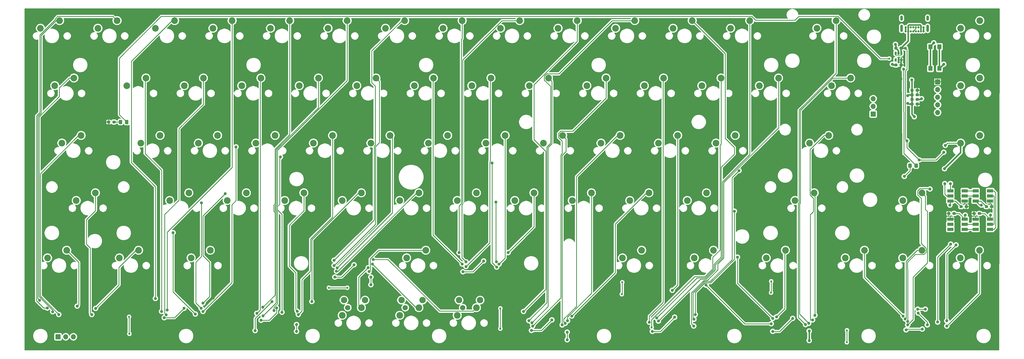
<source format=gbr>
%TF.GenerationSoftware,KiCad,Pcbnew,5.1.6+dfsg1-1~bpo10+1*%
%TF.CreationDate,2020-06-22T19:18:26-07:00*%
%TF.ProjectId,67keys-trackpoint,36376b65-7973-42d7-9472-61636b706f69,A*%
%TF.SameCoordinates,Original*%
%TF.FileFunction,Copper,L1,Top*%
%TF.FilePolarity,Positive*%
%FSLAX46Y46*%
G04 Gerber Fmt 4.6, Leading zero omitted, Abs format (unit mm)*
G04 Created by KiCad (PCBNEW 5.1.6+dfsg1-1~bpo10+1) date 2020-06-22 19:18:26*
%MOMM*%
%LPD*%
G01*
G04 APERTURE LIST*
%TA.AperFunction,ComponentPad*%
%ADD10O,0.900000X1.700000*%
%TD*%
%TA.AperFunction,ComponentPad*%
%ADD11O,0.900000X2.400000*%
%TD*%
%TA.AperFunction,ComponentPad*%
%ADD12C,0.700000*%
%TD*%
%TA.AperFunction,ComponentPad*%
%ADD13O,1.700000X1.700000*%
%TD*%
%TA.AperFunction,ComponentPad*%
%ADD14R,1.700000X1.700000*%
%TD*%
%TA.AperFunction,ComponentPad*%
%ADD15C,2.200000*%
%TD*%
%TA.AperFunction,ComponentPad*%
%ADD16C,2.100000*%
%TD*%
%TA.AperFunction,ComponentPad*%
%ADD17C,1.750000*%
%TD*%
%TA.AperFunction,SMDPad,CuDef*%
%ADD18R,1.400000X1.600000*%
%TD*%
%TA.AperFunction,SMDPad,CuDef*%
%ADD19R,2.000000X1.100000*%
%TD*%
%TA.AperFunction,SMDPad,CuDef*%
%ADD20R,0.650000X1.060000*%
%TD*%
%TA.AperFunction,ViaPad*%
%ADD21C,0.685800*%
%TD*%
%TA.AperFunction,ViaPad*%
%ADD22C,1.000000*%
%TD*%
%TA.AperFunction,Conductor*%
%ADD23C,0.254000*%
%TD*%
%TA.AperFunction,Conductor*%
%ADD24C,0.508000*%
%TD*%
%TA.AperFunction,Conductor*%
%ADD25C,0.152400*%
%TD*%
%TA.AperFunction,Conductor*%
%ADD26C,0.203200*%
%TD*%
G04 APERTURE END LIST*
D10*
%TO.P,J1,S1*%
%TO.N,GND*%
X323344500Y-54568000D03*
X331994500Y-54568000D03*
D11*
X323344500Y-57948000D03*
X331994500Y-57948000D03*
D12*
%TO.P,J1,B6*%
%TO.N,/Conn_D+*%
X327244500Y-57578000D03*
%TO.P,J1,B1*%
%TO.N,GND*%
X324694500Y-57578000D03*
%TO.P,J1,B4*%
%TO.N,+5V*%
X325544500Y-57578000D03*
%TO.P,J1,B5*%
%TO.N,Net-(J1-PadB5)*%
X326394500Y-57578000D03*
%TO.P,J1,B12*%
%TO.N,GND*%
X330644500Y-57578000D03*
%TO.P,J1,B8*%
%TO.N,N/C*%
X328944500Y-57578000D03*
%TO.P,J1,B7*%
%TO.N,/Conn_D-*%
X328094500Y-57578000D03*
%TO.P,J1,B9*%
%TO.N,+5V*%
X329794500Y-57578000D03*
%TO.P,J1,A12*%
%TO.N,GND*%
X324694500Y-58928000D03*
%TO.P,J1,A9*%
%TO.N,+5V*%
X325544500Y-58928000D03*
%TO.P,J1,A8*%
%TO.N,N/C*%
X326394500Y-58928000D03*
%TO.P,J1,A7*%
%TO.N,/Conn_D-*%
X327244500Y-58928000D03*
%TO.P,J1,A6*%
%TO.N,/Conn_D+*%
X328094500Y-58928000D03*
%TO.P,J1,A5*%
%TO.N,Net-(J1-PadA5)*%
X328944500Y-58928000D03*
%TO.P,J1,A4*%
%TO.N,+5V*%
X329794500Y-58928000D03*
%TO.P,J1,A1*%
%TO.N,GND*%
X330644500Y-58928000D03*
%TD*%
D13*
%TO.P,J5,3*%
%TO.N,GND*%
X313944000Y-81280000D03*
%TO.P,J5,2*%
%TO.N,Net-(J5-Pad2)*%
X313944000Y-83820000D03*
D14*
%TO.P,J5,1*%
%TO.N,Net-(J5-Pad1)*%
X313944000Y-86360000D03*
%TD*%
D13*
%TO.P,J4,3*%
%TO.N,~SW_PL*%
X49022000Y-160274000D03*
%TO.P,J4,2*%
%TO.N,SW_CP*%
X46482000Y-160274000D03*
D14*
%TO.P,J4,1*%
%TO.N,GND*%
X43942000Y-160274000D03*
%TD*%
D15*
%TO.P,SWJ7,1*%
%TO.N,Net-(R83-Pad1)*%
X349123000Y-131572000D03*
%TO.P,SWJ7,2*%
%TO.N,GND*%
X342773000Y-134112000D03*
%TD*%
D16*
%TO.P,SWD11,*%
%TO.N,*%
X183749000Y-148132000D03*
D17*
%TO.P,SWD11,1*%
%TO.N,Net-(R40-Pad1)*%
X182499000Y-150622000D03*
%TO.P,SWD11,2*%
%TO.N,GND*%
X177999000Y-150622000D03*
D16*
%TO.P,SWD11,*%
%TO.N,*%
X176739000Y-148132000D03*
%TD*%
%TO.P,SWD9,*%
%TO.N,*%
X164699000Y-148132000D03*
D17*
%TO.P,SWD9,1*%
%TO.N,Net-(R41-Pad1)*%
X163449000Y-150622000D03*
%TO.P,SWD9,2*%
%TO.N,GND*%
X158949000Y-150622000D03*
D16*
%TO.P,SWD9,*%
%TO.N,*%
X157689000Y-148132000D03*
%TD*%
%TO.P,SWD7,*%
%TO.N,*%
X145649000Y-148132000D03*
D17*
%TO.P,SWD7,1*%
%TO.N,Net-(R42-Pad1)*%
X144399000Y-150622000D03*
%TO.P,SWD7,2*%
%TO.N,GND*%
X139899000Y-150622000D03*
D16*
%TO.P,SWD7,*%
%TO.N,*%
X138639000Y-148132000D03*
%TD*%
D15*
%TO.P,SWD8,2*%
%TO.N,GND*%
X157099000Y-153162000D03*
%TO.P,SWD8,1*%
%TO.N,Net-(R41-Pad1)*%
X163449000Y-150622000D03*
%TD*%
%TO.P,SWD5,2*%
%TO.N,GND*%
X159385000Y-134112000D03*
%TO.P,SWD5,1*%
%TO.N,SPACE*%
X165735000Y-131572000D03*
%TD*%
%TO.P,SWC6,2*%
%TO.N,GND*%
X128524000Y-96012000D03*
%TO.P,SWC6,1*%
%TO.N,Net-(R34-Pad1)*%
X134874000Y-93472000D03*
%TD*%
%TO.P,SWJ5,1*%
%TO.N,Net-(R87-Pad1)*%
X311023000Y-131572000D03*
%TO.P,SWJ5,2*%
%TO.N,GND*%
X304673000Y-134112000D03*
%TD*%
%TO.P,SWE3,2*%
%TO.N,GND*%
X161925000Y-76962000D03*
%TO.P,SWE3,1*%
%TO.N,Net-(R53-Pad1)*%
X168275000Y-74422000D03*
%TD*%
%TO.P,SWH3,2*%
%TO.N,GND*%
X292862000Y-96012000D03*
%TO.P,SWH3,1*%
%TO.N,Net-(R73-Pad1)*%
X299212000Y-93472000D03*
%TD*%
%TO.P,SWA8,2*%
%TO.N,GND*%
X88011000Y-134112000D03*
%TO.P,SWA8,1*%
%TO.N,Net-(R16-Pad1)*%
X94361000Y-131572000D03*
%TD*%
%TO.P,SWH6,2*%
%TO.N,GND*%
X254698500Y-134112000D03*
%TO.P,SWH6,1*%
%TO.N,Net-(R78-Pad1)*%
X261048500Y-131572000D03*
%TD*%
%TO.P,SWB7,2*%
%TO.N,GND*%
X80899000Y-115062000D03*
%TO.P,SWB7,1*%
%TO.N,Net-(R25-Pad1)*%
X87249000Y-112522000D03*
%TD*%
%TO.P,SWA4,2*%
%TO.N,GND*%
X45212000Y-96012000D03*
%TO.P,SWA4,1*%
%TO.N,Net-(R20-Pad1)*%
X51562000Y-93472000D03*
%TD*%
%TO.P,SWD10,2*%
%TO.N,GND*%
X176149000Y-153162000D03*
%TO.P,SWD10,1*%
%TO.N,Net-(R40-Pad1)*%
X182499000Y-150622000D03*
%TD*%
%TO.P,SWD3,2*%
%TO.N,GND*%
X147574000Y-96012000D03*
%TO.P,SWD3,1*%
%TO.N,Net-(R45-Pad1)*%
X153924000Y-93472000D03*
%TD*%
%TO.P,SWC4,2*%
%TO.N,GND*%
X123825000Y-76962000D03*
%TO.P,SWC4,1*%
%TO.N,Net-(R36-Pad1)*%
X130175000Y-74422000D03*
%TD*%
%TO.P,SWD2,2*%
%TO.N,GND*%
X142875000Y-76962000D03*
%TO.P,SWD2,1*%
%TO.N,Net-(R46-Pad1)*%
X149225000Y-74422000D03*
%TD*%
%TO.P,SWH2,2*%
%TO.N,GND*%
X300101000Y-76962000D03*
%TO.P,SWH2,1*%
%TO.N,Net-(R74-Pad1)*%
X306451000Y-74422000D03*
%TD*%
%TO.P,SWD6,2*%
%TO.N,GND*%
X138049000Y-153162000D03*
%TO.P,SWD6,1*%
%TO.N,Net-(R42-Pad1)*%
X144399000Y-150622000D03*
%TD*%
%TO.P,SWG3,2*%
%TO.N,GND*%
X238125000Y-76962000D03*
%TO.P,SWG3,1*%
%TO.N,Net-(R69-Pad1)*%
X244475000Y-74422000D03*
%TD*%
%TO.P,SWH1,2*%
%TO.N,GND*%
X295275000Y-57912000D03*
%TO.P,SWH1,1*%
%TO.N,Net-(R75-Pad1)*%
X301625000Y-55372000D03*
%TD*%
%TO.P,SWF5,2*%
%TO.N,GND*%
X204724000Y-96012000D03*
%TO.P,SWF5,1*%
%TO.N,Net-(R59-Pad1)*%
X211074000Y-93472000D03*
%TD*%
%TO.P,SWF8,2*%
%TO.N,GND*%
X233299000Y-115062000D03*
%TO.P,SWF8,1*%
%TO.N,Net-(R56-Pad1)*%
X239649000Y-112522000D03*
%TD*%
%TO.P,SWD1,2*%
%TO.N,GND*%
X152400000Y-57912000D03*
%TO.P,SWD1,1*%
%TO.N,Net-(R47-Pad1)*%
X158750000Y-55372000D03*
%TD*%
%TO.P,SWG1,2*%
%TO.N,GND*%
X247650000Y-57912000D03*
%TO.P,SWG1,1*%
%TO.N,Net-(R71-Pad1)*%
X254000000Y-55372000D03*
%TD*%
%TO.P,SWC1,2*%
%TO.N,GND*%
X114300000Y-57912000D03*
%TO.P,SWC1,1*%
%TO.N,Net-(R39-Pad1)*%
X120650000Y-55372000D03*
%TD*%
%TO.P,SWA7,2*%
%TO.N,GND*%
X64262000Y-134112000D03*
%TO.P,SWA7,1*%
%TO.N,Net-(R17-Pad1)*%
X70612000Y-131572000D03*
%TD*%
%TO.P,SWA5,2*%
%TO.N,GND*%
X49974500Y-115062000D03*
%TO.P,SWA5,1*%
%TO.N,Net-(R19-Pad1)*%
X56324500Y-112522000D03*
%TD*%
%TO.P,SWF3,2*%
%TO.N,GND*%
X200025000Y-76962000D03*
%TO.P,SWF3,1*%
%TO.N,Net-(R61-Pad1)*%
X206375000Y-74422000D03*
%TD*%
%TO.P,SWB2,2*%
%TO.N,GND*%
X95250000Y-57912000D03*
%TO.P,SWB2,1*%
%TO.N,Net-(R30-Pad1)*%
X101600000Y-55372000D03*
%TD*%
%TO.P,SWF6,2*%
%TO.N,GND*%
X223774000Y-96012000D03*
%TO.P,SWF6,1*%
%TO.N,Net-(R58-Pad1)*%
X230124000Y-93472000D03*
%TD*%
%TO.P,SWE6,2*%
%TO.N,GND*%
X185674000Y-96012000D03*
%TO.P,SWE6,1*%
%TO.N,Net-(R50-Pad1)*%
X192024000Y-93472000D03*
%TD*%
%TO.P,SWF1,2*%
%TO.N,GND*%
X209550000Y-57912000D03*
%TO.P,SWF1,1*%
%TO.N,Net-(R63-Pad1)*%
X215900000Y-55372000D03*
%TD*%
%TO.P,SWB5,2*%
%TO.N,GND*%
X71374000Y-96012000D03*
%TO.P,SWB5,1*%
%TO.N,Net-(R27-Pad1)*%
X77724000Y-93472000D03*
%TD*%
%TO.P,SWB3,2*%
%TO.N,GND*%
X66675000Y-76962000D03*
%TO.P,SWB3,1*%
%TO.N,Net-(R29-Pad1)*%
X73025000Y-74422000D03*
%TD*%
%TO.P,SWE4,2*%
%TO.N,GND*%
X180975000Y-76962000D03*
%TO.P,SWE4,1*%
%TO.N,Net-(R52-Pad1)*%
X187325000Y-74422000D03*
%TD*%
%TO.P,SWF4,2*%
%TO.N,GND*%
X219075000Y-76962000D03*
%TO.P,SWF4,1*%
%TO.N,Net-(R60-Pad1)*%
X225425000Y-74422000D03*
%TD*%
%TO.P,SWG6,2*%
%TO.N,GND*%
X242824000Y-96012000D03*
%TO.P,SWG6,1*%
%TO.N,Net-(R66-Pad1)*%
X249174000Y-93472000D03*
%TD*%
%TO.P,SWG5,2*%
%TO.N,GND*%
X276225000Y-76962000D03*
%TO.P,SWG5,1*%
%TO.N,Net-(R67-Pad1)*%
X282575000Y-74422000D03*
%TD*%
%TO.P,SWH7,2*%
%TO.N,GND*%
X230886000Y-134112000D03*
%TO.P,SWH7,1*%
%TO.N,Net-(R77-Pad1)*%
X237236000Y-131572000D03*
%TD*%
%TO.P,SWH4,2*%
%TO.N,GND*%
X288036000Y-115062000D03*
%TO.P,SWH4,1*%
%TO.N,Net-(R72-Pad1)*%
X294386000Y-112522000D03*
%TD*%
%TO.P,SWD4,2*%
%TO.N,GND*%
X157099000Y-115062000D03*
%TO.P,SWD4,1*%
%TO.N,Net-(R44-Pad1)*%
X163449000Y-112522000D03*
%TD*%
%TO.P,SWE8,2*%
%TO.N,GND*%
X195199000Y-115062000D03*
%TO.P,SWE8,1*%
%TO.N,Net-(R48-Pad1)*%
X201549000Y-112522000D03*
%TD*%
%TO.P,SWE1,2*%
%TO.N,GND*%
X171450000Y-57912000D03*
%TO.P,SWE1,1*%
%TO.N,Net-(R55-Pad1)*%
X177800000Y-55372000D03*
%TD*%
%TO.P,SWG7,2*%
%TO.N,GND*%
X261874000Y-96012000D03*
%TO.P,SWG7,1*%
%TO.N,Net-(R65-Pad1)*%
X268224000Y-93472000D03*
%TD*%
%TO.P,SWC2,2*%
%TO.N,GND*%
X133350000Y-57912000D03*
%TO.P,SWC2,1*%
%TO.N,Net-(R38-Pad1)*%
X139700000Y-55372000D03*
%TD*%
%TO.P,SWE2,2*%
%TO.N,GND*%
X190500000Y-57912000D03*
%TO.P,SWE2,1*%
%TO.N,Net-(R54-Pad1)*%
X196850000Y-55372000D03*
%TD*%
%TO.P,SWC5,2*%
%TO.N,GND*%
X109474000Y-96012000D03*
%TO.P,SWC5,1*%
%TO.N,Net-(R35-Pad1)*%
X115824000Y-93472000D03*
%TD*%
%TO.P,SWB4,2*%
%TO.N,GND*%
X85725000Y-76962000D03*
%TO.P,SWB4,1*%
%TO.N,Net-(R28-Pad1)*%
X92075000Y-74422000D03*
%TD*%
%TO.P,SWE5,2*%
%TO.N,GND*%
X166624000Y-96012000D03*
%TO.P,SWE5,1*%
%TO.N,Net-(R51-Pad1)*%
X172974000Y-93472000D03*
%TD*%
%TO.P,SWH5,2*%
%TO.N,GND*%
X278511000Y-134112000D03*
%TO.P,SWH5,1*%
%TO.N,Net-(R79-Pad1)*%
X284861000Y-131572000D03*
%TD*%
%TO.P,SWC3,2*%
%TO.N,GND*%
X104775000Y-76962000D03*
%TO.P,SWC3,1*%
%TO.N,Net-(R37-Pad1)*%
X111125000Y-74422000D03*
%TD*%
%TO.P,SWG4,2*%
%TO.N,GND*%
X257175000Y-76962000D03*
%TO.P,SWG4,1*%
%TO.N,Net-(R68-Pad1)*%
X263525000Y-74422000D03*
%TD*%
%TO.P,SWF7,2*%
%TO.N,GND*%
X214249000Y-115062000D03*
%TO.P,SWF7,1*%
%TO.N,Net-(R57-Pad1)*%
X220599000Y-112522000D03*
%TD*%
%TO.P,SWG2,2*%
%TO.N,GND*%
X266700000Y-57912000D03*
%TO.P,SWG2,1*%
%TO.N,Net-(R70-Pad1)*%
X273050000Y-55372000D03*
%TD*%
%TO.P,SWE7,2*%
%TO.N,GND*%
X176149000Y-115062000D03*
%TO.P,SWE7,1*%
%TO.N,Net-(R49-Pad1)*%
X182499000Y-112522000D03*
%TD*%
%TO.P,SWB1,2*%
%TO.N,GND*%
X76200000Y-57912000D03*
%TO.P,SWB1,1*%
%TO.N,Net-(R31-Pad1)*%
X82550000Y-55372000D03*
%TD*%
%TO.P,SWF2,2*%
%TO.N,GND*%
X228600000Y-57912000D03*
%TO.P,SWF2,1*%
%TO.N,Net-(R62-Pad1)*%
X234950000Y-55372000D03*
%TD*%
%TO.P,SWA2,2*%
%TO.N,GND*%
X57138000Y-57912000D03*
%TO.P,SWA2,1*%
%TO.N,Net-(R22-Pad1)*%
X63488000Y-55372000D03*
%TD*%
%TO.P,SWA6,2*%
%TO.N,GND*%
X40449500Y-134112000D03*
%TO.P,SWA6,1*%
%TO.N,Net-(R18-Pad1)*%
X46799500Y-131572000D03*
%TD*%
%TO.P,SWC8,2*%
%TO.N,GND*%
X138049000Y-115062000D03*
%TO.P,SWC8,1*%
%TO.N,Net-(R32-Pad1)*%
X144399000Y-112522000D03*
%TD*%
%TO.P,SWC7,2*%
%TO.N,GND*%
X118999000Y-115062000D03*
%TO.P,SWC7,1*%
%TO.N,Net-(R33-Pad1)*%
X125349000Y-112522000D03*
%TD*%
%TO.P,SWB8,2*%
%TO.N,GND*%
X99949000Y-115062000D03*
%TO.P,SWB8,1*%
%TO.N,Net-(R24-Pad1)*%
X106299000Y-112522000D03*
%TD*%
%TO.P,SWB6,2*%
%TO.N,GND*%
X90424000Y-96012000D03*
%TO.P,SWB6,1*%
%TO.N,Net-(R26-Pad1)*%
X96774000Y-93472000D03*
%TD*%
%TO.P,SWA3,2*%
%TO.N,GND*%
X42862500Y-76962000D03*
%TO.P,SWA3,1*%
%TO.N,Net-(R21-Pad1)*%
X49212500Y-74422000D03*
%TD*%
%TO.P,SWA1,2*%
%TO.N,GND*%
X38100000Y-57912000D03*
%TO.P,SWA1,1*%
%TO.N,Net-(R23-Pad1)*%
X44450000Y-55372000D03*
%TD*%
%TO.P,SWG8,2*%
%TO.N,GND*%
X252349000Y-115062000D03*
%TO.P,SWG8,1*%
%TO.N,Net-(R64-Pad1)*%
X258699000Y-112522000D03*
%TD*%
D13*
%TO.P,J2,5*%
%TO.N,GND*%
X335280000Y-85852000D03*
%TO.P,J2,4*%
%TO.N,/~RESET*%
X335280000Y-83312000D03*
%TO.P,J2,3*%
%TO.N,/SWDIO*%
X335280000Y-80772000D03*
%TO.P,J2,2*%
%TO.N,/SWCLK*%
X335280000Y-78232000D03*
D14*
%TO.P,J2,1*%
%TO.N,+3V3*%
X335280000Y-75692000D03*
%TD*%
D15*
%TO.P,SWJ2,2*%
%TO.N,GND*%
X342900000Y-76962000D03*
%TO.P,SWJ2,1*%
%TO.N,Net-(R82-Pad1)*%
X349250000Y-74422000D03*
%TD*%
%TO.P,SWJ1,2*%
%TO.N,GND*%
X342900000Y-57912000D03*
%TO.P,SWJ1,1*%
%TO.N,Net-(R85-Pad1)*%
X349250000Y-55372000D03*
%TD*%
%TO.P,SWJ3,2*%
%TO.N,GND*%
X342900000Y-96012000D03*
%TO.P,SWJ3,1*%
%TO.N,Net-(R81-Pad1)*%
X349250000Y-93472000D03*
%TD*%
%TO.P,SWJ6,2*%
%TO.N,GND*%
X323723000Y-134112000D03*
%TO.P,SWJ6,1*%
%TO.N,Net-(R86-Pad1)*%
X330073000Y-131572000D03*
%TD*%
%TO.P,SWJ4,2*%
%TO.N,GND*%
X323723000Y-115062000D03*
%TO.P,SWJ4,1*%
%TO.N,Net-(R84-Pad1)*%
X330073000Y-112522000D03*
%TD*%
D18*
%TO.P,SW1,2*%
%TO.N,Net-(R3-Pad2)*%
X335903500Y-71254000D03*
X335903500Y-64054000D03*
%TO.P,SW1,1*%
%TO.N,GND*%
X332903500Y-71254000D03*
X332903500Y-64054000D03*
%TD*%
%TO.P,R10,2*%
%TO.N,Net-(D5-Pad2)*%
%TA.AperFunction,SMDPad,CuDef*%
G36*
G01*
X61945000Y-89264500D02*
X61945000Y-88789500D01*
G75*
G02*
X62182500Y-88552000I237500J0D01*
G01*
X62757500Y-88552000D01*
G75*
G02*
X62995000Y-88789500I0J-237500D01*
G01*
X62995000Y-89264500D01*
G75*
G02*
X62757500Y-89502000I-237500J0D01*
G01*
X62182500Y-89502000D01*
G75*
G02*
X61945000Y-89264500I0J237500D01*
G01*
G37*
%TD.AperFunction*%
%TO.P,R10,1*%
%TO.N,+3V3*%
%TA.AperFunction,SMDPad,CuDef*%
G36*
G01*
X60195000Y-89264500D02*
X60195000Y-88789500D01*
G75*
G02*
X60432500Y-88552000I237500J0D01*
G01*
X61007500Y-88552000D01*
G75*
G02*
X61245000Y-88789500I0J-237500D01*
G01*
X61245000Y-89264500D01*
G75*
G02*
X61007500Y-89502000I-237500J0D01*
G01*
X60432500Y-89502000D01*
G75*
G02*
X60195000Y-89264500I0J237500D01*
G01*
G37*
%TD.AperFunction*%
%TD*%
D19*
%TO.P,D3,6*%
%TO.N,Net-(D2-Pad1)*%
X352666000Y-111838000D03*
%TO.P,D3,5*%
%TO.N,Net-(D2-Pad2)*%
X352666000Y-113538000D03*
%TO.P,D3,4*%
%TO.N,+3V3*%
X352666000Y-115238000D03*
%TO.P,D3,3*%
%TO.N,GND*%
X347866000Y-115238000D03*
%TO.P,D3,2*%
%TO.N,Net-(D3-Pad2)*%
X347866000Y-113538000D03*
%TO.P,D3,1*%
%TO.N,Net-(D3-Pad1)*%
X347866000Y-111838000D03*
%TD*%
%TO.P,D2,6*%
%TO.N,Net-(D1-Pad1)*%
X347866000Y-124636000D03*
%TO.P,D2,5*%
%TO.N,Net-(D1-Pad2)*%
X347866000Y-122936000D03*
%TO.P,D2,4*%
%TO.N,+3V3*%
X347866000Y-121236000D03*
%TO.P,D2,3*%
%TO.N,GND*%
X352666000Y-121236000D03*
%TO.P,D2,2*%
%TO.N,Net-(D2-Pad2)*%
X352666000Y-122936000D03*
%TO.P,D2,1*%
%TO.N,Net-(D2-Pad1)*%
X352666000Y-124636000D03*
%TD*%
%TO.P,C10,2*%
%TO.N,GND*%
%TA.AperFunction,SMDPad,CuDef*%
G36*
G01*
X321976000Y-64278500D02*
X321976000Y-64753500D01*
G75*
G02*
X321738500Y-64991000I-237500J0D01*
G01*
X321163500Y-64991000D01*
G75*
G02*
X320926000Y-64753500I0J237500D01*
G01*
X320926000Y-64278500D01*
G75*
G02*
X321163500Y-64041000I237500J0D01*
G01*
X321738500Y-64041000D01*
G75*
G02*
X321976000Y-64278500I0J-237500D01*
G01*
G37*
%TD.AperFunction*%
%TO.P,C10,1*%
%TO.N,+5V*%
%TA.AperFunction,SMDPad,CuDef*%
G36*
G01*
X323726000Y-64278500D02*
X323726000Y-64753500D01*
G75*
G02*
X323488500Y-64991000I-237500J0D01*
G01*
X322913500Y-64991000D01*
G75*
G02*
X322676000Y-64753500I0J237500D01*
G01*
X322676000Y-64278500D01*
G75*
G02*
X322913500Y-64041000I237500J0D01*
G01*
X323488500Y-64041000D01*
G75*
G02*
X323726000Y-64278500I0J-237500D01*
G01*
G37*
%TD.AperFunction*%
%TD*%
%TO.P,C9,2*%
%TO.N,GND*%
%TA.AperFunction,SMDPad,CuDef*%
G36*
G01*
X327310000Y-78248500D02*
X327310000Y-78723500D01*
G75*
G02*
X327072500Y-78961000I-237500J0D01*
G01*
X326497500Y-78961000D01*
G75*
G02*
X326260000Y-78723500I0J237500D01*
G01*
X326260000Y-78248500D01*
G75*
G02*
X326497500Y-78011000I237500J0D01*
G01*
X327072500Y-78011000D01*
G75*
G02*
X327310000Y-78248500I0J-237500D01*
G01*
G37*
%TD.AperFunction*%
%TO.P,C9,1*%
%TO.N,+3V3*%
%TA.AperFunction,SMDPad,CuDef*%
G36*
G01*
X329060000Y-78248500D02*
X329060000Y-78723500D01*
G75*
G02*
X328822500Y-78961000I-237500J0D01*
G01*
X328247500Y-78961000D01*
G75*
G02*
X328010000Y-78723500I0J237500D01*
G01*
X328010000Y-78248500D01*
G75*
G02*
X328247500Y-78011000I237500J0D01*
G01*
X328822500Y-78011000D01*
G75*
G02*
X329060000Y-78248500I0J-237500D01*
G01*
G37*
%TD.AperFunction*%
%TD*%
%TO.P,C8,2*%
%TO.N,GND*%
%TA.AperFunction,SMDPad,CuDef*%
G36*
G01*
X327310000Y-79772500D02*
X327310000Y-80247500D01*
G75*
G02*
X327072500Y-80485000I-237500J0D01*
G01*
X326497500Y-80485000D01*
G75*
G02*
X326260000Y-80247500I0J237500D01*
G01*
X326260000Y-79772500D01*
G75*
G02*
X326497500Y-79535000I237500J0D01*
G01*
X327072500Y-79535000D01*
G75*
G02*
X327310000Y-79772500I0J-237500D01*
G01*
G37*
%TD.AperFunction*%
%TO.P,C8,1*%
%TO.N,+3V3*%
%TA.AperFunction,SMDPad,CuDef*%
G36*
G01*
X329060000Y-79772500D02*
X329060000Y-80247500D01*
G75*
G02*
X328822500Y-80485000I-237500J0D01*
G01*
X328247500Y-80485000D01*
G75*
G02*
X328010000Y-80247500I0J237500D01*
G01*
X328010000Y-79772500D01*
G75*
G02*
X328247500Y-79535000I237500J0D01*
G01*
X328822500Y-79535000D01*
G75*
G02*
X329060000Y-79772500I0J-237500D01*
G01*
G37*
%TD.AperFunction*%
%TD*%
%TO.P,C7,2*%
%TO.N,GND*%
%TA.AperFunction,SMDPad,CuDef*%
G36*
G01*
X327310000Y-82820500D02*
X327310000Y-83295500D01*
G75*
G02*
X327072500Y-83533000I-237500J0D01*
G01*
X326497500Y-83533000D01*
G75*
G02*
X326260000Y-83295500I0J237500D01*
G01*
X326260000Y-82820500D01*
G75*
G02*
X326497500Y-82583000I237500J0D01*
G01*
X327072500Y-82583000D01*
G75*
G02*
X327310000Y-82820500I0J-237500D01*
G01*
G37*
%TD.AperFunction*%
%TO.P,C7,1*%
%TO.N,+3V3*%
%TA.AperFunction,SMDPad,CuDef*%
G36*
G01*
X329060000Y-82820500D02*
X329060000Y-83295500D01*
G75*
G02*
X328822500Y-83533000I-237500J0D01*
G01*
X328247500Y-83533000D01*
G75*
G02*
X328010000Y-83295500I0J237500D01*
G01*
X328010000Y-82820500D01*
G75*
G02*
X328247500Y-82583000I237500J0D01*
G01*
X328822500Y-82583000D01*
G75*
G02*
X329060000Y-82820500I0J-237500D01*
G01*
G37*
%TD.AperFunction*%
%TD*%
%TO.P,C6,2*%
%TO.N,GND*%
%TA.AperFunction,SMDPad,CuDef*%
G36*
G01*
X327310000Y-81296500D02*
X327310000Y-81771500D01*
G75*
G02*
X327072500Y-82009000I-237500J0D01*
G01*
X326497500Y-82009000D01*
G75*
G02*
X326260000Y-81771500I0J237500D01*
G01*
X326260000Y-81296500D01*
G75*
G02*
X326497500Y-81059000I237500J0D01*
G01*
X327072500Y-81059000D01*
G75*
G02*
X327310000Y-81296500I0J-237500D01*
G01*
G37*
%TD.AperFunction*%
%TO.P,C6,1*%
%TO.N,Net-(C6-Pad1)*%
%TA.AperFunction,SMDPad,CuDef*%
G36*
G01*
X329060000Y-81296500D02*
X329060000Y-81771500D01*
G75*
G02*
X328822500Y-82009000I-237500J0D01*
G01*
X328247500Y-82009000D01*
G75*
G02*
X328010000Y-81771500I0J237500D01*
G01*
X328010000Y-81296500D01*
G75*
G02*
X328247500Y-81059000I237500J0D01*
G01*
X328822500Y-81059000D01*
G75*
G02*
X329060000Y-81296500I0J-237500D01*
G01*
G37*
%TD.AperFunction*%
%TD*%
%TO.P,C5,2*%
%TO.N,GND*%
%TA.AperFunction,SMDPad,CuDef*%
G36*
G01*
X343566000Y-116856500D02*
X343566000Y-117331500D01*
G75*
G02*
X343328500Y-117569000I-237500J0D01*
G01*
X342753500Y-117569000D01*
G75*
G02*
X342516000Y-117331500I0J237500D01*
G01*
X342516000Y-116856500D01*
G75*
G02*
X342753500Y-116619000I237500J0D01*
G01*
X343328500Y-116619000D01*
G75*
G02*
X343566000Y-116856500I0J-237500D01*
G01*
G37*
%TD.AperFunction*%
%TO.P,C5,1*%
%TO.N,+3V3*%
%TA.AperFunction,SMDPad,CuDef*%
G36*
G01*
X345316000Y-116856500D02*
X345316000Y-117331500D01*
G75*
G02*
X345078500Y-117569000I-237500J0D01*
G01*
X344503500Y-117569000D01*
G75*
G02*
X344266000Y-117331500I0J237500D01*
G01*
X344266000Y-116856500D01*
G75*
G02*
X344503500Y-116619000I237500J0D01*
G01*
X345078500Y-116619000D01*
G75*
G02*
X345316000Y-116856500I0J-237500D01*
G01*
G37*
%TD.AperFunction*%
%TD*%
%TO.P,C3,2*%
%TO.N,GND*%
%TA.AperFunction,SMDPad,CuDef*%
G36*
G01*
X351948000Y-116856500D02*
X351948000Y-117331500D01*
G75*
G02*
X351710500Y-117569000I-237500J0D01*
G01*
X351135500Y-117569000D01*
G75*
G02*
X350898000Y-117331500I0J237500D01*
G01*
X350898000Y-116856500D01*
G75*
G02*
X351135500Y-116619000I237500J0D01*
G01*
X351710500Y-116619000D01*
G75*
G02*
X351948000Y-116856500I0J-237500D01*
G01*
G37*
%TD.AperFunction*%
%TO.P,C3,1*%
%TO.N,+3V3*%
%TA.AperFunction,SMDPad,CuDef*%
G36*
G01*
X353698000Y-116856500D02*
X353698000Y-117331500D01*
G75*
G02*
X353460500Y-117569000I-237500J0D01*
G01*
X352885500Y-117569000D01*
G75*
G02*
X352648000Y-117331500I0J237500D01*
G01*
X352648000Y-116856500D01*
G75*
G02*
X352885500Y-116619000I237500J0D01*
G01*
X353460500Y-116619000D01*
G75*
G02*
X353698000Y-116856500I0J-237500D01*
G01*
G37*
%TD.AperFunction*%
%TD*%
%TO.P,C2,2*%
%TO.N,GND*%
%TA.AperFunction,SMDPad,CuDef*%
G36*
G01*
X348584000Y-119617500D02*
X348584000Y-119142500D01*
G75*
G02*
X348821500Y-118905000I237500J0D01*
G01*
X349396500Y-118905000D01*
G75*
G02*
X349634000Y-119142500I0J-237500D01*
G01*
X349634000Y-119617500D01*
G75*
G02*
X349396500Y-119855000I-237500J0D01*
G01*
X348821500Y-119855000D01*
G75*
G02*
X348584000Y-119617500I0J237500D01*
G01*
G37*
%TD.AperFunction*%
%TO.P,C2,1*%
%TO.N,+3V3*%
%TA.AperFunction,SMDPad,CuDef*%
G36*
G01*
X346834000Y-119617500D02*
X346834000Y-119142500D01*
G75*
G02*
X347071500Y-118905000I237500J0D01*
G01*
X347646500Y-118905000D01*
G75*
G02*
X347884000Y-119142500I0J-237500D01*
G01*
X347884000Y-119617500D01*
G75*
G02*
X347646500Y-119855000I-237500J0D01*
G01*
X347071500Y-119855000D01*
G75*
G02*
X346834000Y-119617500I0J237500D01*
G01*
G37*
%TD.AperFunction*%
%TD*%
%TO.P,C1,2*%
%TO.N,GND*%
%TA.AperFunction,SMDPad,CuDef*%
G36*
G01*
X340202000Y-119617500D02*
X340202000Y-119142500D01*
G75*
G02*
X340439500Y-118905000I237500J0D01*
G01*
X341014500Y-118905000D01*
G75*
G02*
X341252000Y-119142500I0J-237500D01*
G01*
X341252000Y-119617500D01*
G75*
G02*
X341014500Y-119855000I-237500J0D01*
G01*
X340439500Y-119855000D01*
G75*
G02*
X340202000Y-119617500I0J237500D01*
G01*
G37*
%TD.AperFunction*%
%TO.P,C1,1*%
%TO.N,+3V3*%
%TA.AperFunction,SMDPad,CuDef*%
G36*
G01*
X338452000Y-119617500D02*
X338452000Y-119142500D01*
G75*
G02*
X338689500Y-118905000I237500J0D01*
G01*
X339264500Y-118905000D01*
G75*
G02*
X339502000Y-119142500I0J-237500D01*
G01*
X339502000Y-119617500D01*
G75*
G02*
X339264500Y-119855000I-237500J0D01*
G01*
X338689500Y-119855000D01*
G75*
G02*
X338452000Y-119617500I0J237500D01*
G01*
G37*
%TD.AperFunction*%
%TD*%
%TO.P,C11,2*%
%TO.N,GND*%
%TA.AperFunction,SMDPad,CuDef*%
G36*
G01*
X321976000Y-69866500D02*
X321976000Y-70341500D01*
G75*
G02*
X321738500Y-70579000I-237500J0D01*
G01*
X321163500Y-70579000D01*
G75*
G02*
X320926000Y-70341500I0J237500D01*
G01*
X320926000Y-69866500D01*
G75*
G02*
X321163500Y-69629000I237500J0D01*
G01*
X321738500Y-69629000D01*
G75*
G02*
X321976000Y-69866500I0J-237500D01*
G01*
G37*
%TD.AperFunction*%
%TO.P,C11,1*%
%TO.N,+3V3*%
%TA.AperFunction,SMDPad,CuDef*%
G36*
G01*
X323726000Y-69866500D02*
X323726000Y-70341500D01*
G75*
G02*
X323488500Y-70579000I-237500J0D01*
G01*
X322913500Y-70579000D01*
G75*
G02*
X322676000Y-70341500I0J237500D01*
G01*
X322676000Y-69866500D01*
G75*
G02*
X322913500Y-69629000I237500J0D01*
G01*
X323488500Y-69629000D01*
G75*
G02*
X323726000Y-69866500I0J-237500D01*
G01*
G37*
%TD.AperFunction*%
%TD*%
%TO.P,D1,1*%
%TO.N,Net-(D1-Pad1)*%
X344284000Y-124636000D03*
%TO.P,D1,2*%
%TO.N,Net-(D1-Pad2)*%
X344284000Y-122936000D03*
%TO.P,D1,3*%
%TO.N,GND*%
X344284000Y-121236000D03*
%TO.P,D1,4*%
%TO.N,+3V3*%
X339484000Y-121236000D03*
%TO.P,D1,5*%
%TO.N,N/C*%
X339484000Y-122936000D03*
%TO.P,D1,6*%
X339484000Y-124636000D03*
%TD*%
%TO.P,D4,6*%
%TO.N,Net-(D3-Pad1)*%
X344284000Y-111838000D03*
%TO.P,D4,5*%
%TO.N,Net-(D3-Pad2)*%
X344284000Y-113538000D03*
%TO.P,D4,4*%
%TO.N,+3V3*%
X344284000Y-115238000D03*
%TO.P,D4,3*%
%TO.N,GND*%
X339484000Y-115238000D03*
%TO.P,D4,2*%
%TO.N,/APA_CI*%
X339484000Y-113538000D03*
%TO.P,D4,1*%
%TO.N,/APA_DI*%
X339484000Y-111838000D03*
%TD*%
%TO.P,D5,2*%
%TO.N,Net-(D5-Pad2)*%
%TA.AperFunction,SMDPad,CuDef*%
G36*
G01*
X65209000Y-88576999D02*
X65209000Y-89477001D01*
G75*
G02*
X64959001Y-89727000I-249999J0D01*
G01*
X64308999Y-89727000D01*
G75*
G02*
X64059000Y-89477001I0J249999D01*
G01*
X64059000Y-88576999D01*
G75*
G02*
X64308999Y-88327000I249999J0D01*
G01*
X64959001Y-88327000D01*
G75*
G02*
X65209000Y-88576999I0J-249999D01*
G01*
G37*
%TD.AperFunction*%
%TO.P,D5,1*%
%TO.N,Net-(D5-Pad1)*%
%TA.AperFunction,SMDPad,CuDef*%
G36*
G01*
X67259000Y-88576999D02*
X67259000Y-89477001D01*
G75*
G02*
X67009001Y-89727000I-249999J0D01*
G01*
X66358999Y-89727000D01*
G75*
G02*
X66109000Y-89477001I0J249999D01*
G01*
X66109000Y-88576999D01*
G75*
G02*
X66358999Y-88327000I249999J0D01*
G01*
X67009001Y-88327000D01*
G75*
G02*
X67259000Y-88576999I0J-249999D01*
G01*
G37*
%TD.AperFunction*%
%TD*%
%TO.P,D6,1*%
%TO.N,Net-(D6-Pad1)*%
%TA.AperFunction,SMDPad,CuDef*%
G36*
G01*
X328752000Y-103054999D02*
X328752000Y-103955001D01*
G75*
G02*
X328502001Y-104205000I-249999J0D01*
G01*
X327851999Y-104205000D01*
G75*
G02*
X327602000Y-103955001I0J249999D01*
G01*
X327602000Y-103054999D01*
G75*
G02*
X327851999Y-102805000I249999J0D01*
G01*
X328502001Y-102805000D01*
G75*
G02*
X328752000Y-103054999I0J-249999D01*
G01*
G37*
%TD.AperFunction*%
%TO.P,D6,2*%
%TO.N,Net-(D6-Pad2)*%
%TA.AperFunction,SMDPad,CuDef*%
G36*
G01*
X326702000Y-103054999D02*
X326702000Y-103955001D01*
G75*
G02*
X326452001Y-104205000I-249999J0D01*
G01*
X325801999Y-104205000D01*
G75*
G02*
X325552000Y-103955001I0J249999D01*
G01*
X325552000Y-103054999D01*
G75*
G02*
X325801999Y-102805000I249999J0D01*
G01*
X326452001Y-102805000D01*
G75*
G02*
X326702000Y-103054999I0J-249999D01*
G01*
G37*
%TD.AperFunction*%
%TD*%
D20*
%TO.P,U3,1*%
%TO.N,+5V*%
X323276000Y-66210000D03*
%TO.P,U3,2*%
%TO.N,GND*%
X322326000Y-66210000D03*
%TO.P,U3,3*%
%TO.N,+5V*%
X321376000Y-66210000D03*
%TO.P,U3,4*%
%TO.N,N/C*%
X321376000Y-68410000D03*
%TO.P,U3,5*%
%TO.N,+3V3*%
X323276000Y-68410000D03*
%TD*%
D21*
%TO.N,GND*%
X139750800Y-144018000D03*
X133654800Y-144018000D03*
X280162000Y-141884400D03*
X280111200Y-145643600D03*
X230835200Y-142189200D03*
X230682800Y-146151600D03*
X190449200Y-150876000D03*
X190449200Y-157581600D03*
X305257200Y-158140400D03*
X305206400Y-162102800D03*
X67462400Y-153670000D03*
X67564000Y-159308800D03*
D22*
X321310000Y-63246000D03*
X320294000Y-69850000D03*
X334010000Y-62738000D03*
X325391410Y-80264000D03*
X325391410Y-82804000D03*
X352806000Y-119888000D03*
X344424000Y-119888000D03*
X339344000Y-116586000D03*
X337820000Y-96774000D03*
X122936000Y-156210000D03*
X122936000Y-158496000D03*
X212598000Y-158750000D03*
X212598000Y-161290000D03*
X114808000Y-148590000D03*
X109220000Y-158242000D03*
X147574000Y-140462000D03*
X147574000Y-143002000D03*
X349768811Y-116586000D03*
X328803000Y-152400000D03*
X331851000Y-156337000D03*
X337566000Y-104521000D03*
X292735000Y-158369000D03*
X292735000Y-161544000D03*
X327546246Y-87258065D03*
X326698174Y-75070415D03*
%TO.N,+5V*%
X324612000Y-64516000D03*
X325120000Y-95250000D03*
X329184000Y-101600000D03*
X337312000Y-99060000D03*
D21*
%TO.N,+3V3*%
X87782400Y-52527200D03*
X87782400Y-55321200D03*
X129235200Y-52679600D03*
X129235200Y-55829200D03*
X221894400Y-52628800D03*
X221843600Y-55626000D03*
X263042400Y-52628800D03*
X262839200Y-55321200D03*
D22*
X313690000Y-77724000D03*
X341376000Y-83312000D03*
X322580000Y-84836000D03*
X329946000Y-82804000D03*
X329692000Y-103124000D03*
X326898000Y-94742000D03*
X342138000Y-158750000D03*
X331978000Y-157734000D03*
X38862000Y-154686000D03*
X50520794Y-153737828D03*
X74676000Y-148082000D03*
X61214000Y-148082000D03*
X86360000Y-153924000D03*
X95333873Y-147403873D03*
X105918000Y-148590000D03*
X118110000Y-154432000D03*
X128778000Y-149606000D03*
X131064000Y-133350000D03*
X142722313Y-139259646D03*
X151384000Y-133604000D03*
X187198000Y-140716000D03*
X196088000Y-151638000D03*
X207812558Y-157328809D03*
X217678000Y-151892000D03*
X234950000Y-151892000D03*
X248412000Y-157480000D03*
X258572000Y-152146000D03*
X275844000Y-151892000D03*
X288290000Y-157226000D03*
X297942000Y-151892000D03*
X320040000Y-151892000D03*
X323197590Y-74676000D03*
X328803000Y-107315000D03*
X275082000Y-157480000D03*
X274955000Y-161036000D03*
X322707000Y-71120000D03*
X97155000Y-153797000D03*
D21*
X53213000Y-148463000D03*
D22*
X172587814Y-132351410D03*
X194189385Y-133216615D03*
D21*
X185318400Y-56286400D03*
X185318400Y-52374800D03*
D22*
%TO.N,Net-(D6-Pad2)*%
X324231000Y-107061000D03*
%TO.N,/APA_CI*%
X337667600Y-109456590D03*
%TO.N,/APA_DI*%
X339547200Y-109456590D03*
%TO.N,Net-(C6-Pad1)*%
X329946000Y-81280000D03*
D21*
%TO.N,Net-(D5-Pad1)*%
X319278000Y-67970400D03*
D22*
%TO.N,Net-(D6-Pad1)*%
X323978694Y-71499306D03*
%TO.N,Net-(R3-Pad2)*%
X337312000Y-69850000D03*
%TO.N,Net-(R17-Pad1)*%
X56388000Y-150876000D03*
%TO.N,Net-(R18-Pad1)*%
X50292000Y-150114000D03*
%TO.N,Net-(R19-Pad1)*%
X55118000Y-152908000D03*
%TO.N,Net-(R20-Pad1)*%
X44196000Y-152908000D03*
%TO.N,Net-(R21-Pad1)*%
X42152121Y-151966374D03*
%TO.N,Net-(R22-Pad1)*%
X40361732Y-150750736D03*
%TO.N,Net-(R23-Pad1)*%
X37823868Y-148212873D03*
%TO.N,Net-(R24-Pad1)*%
X91948000Y-149098000D03*
X99314000Y-112776000D03*
%TO.N,Net-(R25-Pad1)*%
X91440000Y-115824000D03*
X91322430Y-150825824D03*
%TO.N,Net-(R26-Pad1)*%
X91948000Y-151892000D03*
X102870000Y-97282000D03*
%TO.N,Net-(R27-Pad1)*%
X82042000Y-125730000D03*
X89422373Y-152742410D03*
%TO.N,Net-(R28-Pad1)*%
X79756000Y-153001222D03*
%TO.N,Net-(R29-Pad1)*%
X78232000Y-151892000D03*
%TO.N,Net-(R30-Pad1)*%
X80094262Y-151442410D03*
%TO.N,Net-(R31-Pad1)*%
X76200000Y-147574000D03*
%TO.N,Net-(R32-Pad1)*%
X128016000Y-148590000D03*
%TO.N,Net-(R33-Pad1)*%
X123171486Y-151822409D03*
%TO.N,Net-(R34-Pad1)*%
X123527090Y-152918583D03*
%TO.N,Net-(R35-Pad1)*%
X118110000Y-152146000D03*
X117602000Y-100584000D03*
%TO.N,Net-(R36-Pad1)*%
X111874121Y-153377517D03*
%TO.N,Net-(R37-Pad1)*%
X109781706Y-152514041D03*
%TO.N,Net-(R38-Pad1)*%
X115474915Y-151544901D03*
%TO.N,Net-(R39-Pad1)*%
X111789632Y-150506115D03*
%TO.N,Net-(R40-Pad1)*%
X148336000Y-134620000D03*
%TO.N,Net-(R41-Pad1)*%
X148082000Y-136144000D03*
%TO.N,Net-(R42-Pad1)*%
X146649130Y-137360410D03*
%TO.N,Net-(R44-Pad1)*%
X136159570Y-138541477D03*
%TO.N,Net-(R45-Pad1)*%
X136398000Y-137414000D03*
%TO.N,Net-(R46-Pad1)*%
X135382000Y-136652000D03*
%TO.N,Net-(R47-Pad1)*%
X135382000Y-134874000D03*
%TO.N,Net-(R48-Pad1)*%
X193040000Y-132351410D03*
%TO.N,Net-(R49-Pad1)*%
X188976000Y-115570000D03*
X189121348Y-135440410D03*
%TO.N,Net-(R50-Pad1)*%
X190017486Y-136164972D03*
%TO.N,Net-(R51-Pad1)*%
X189230000Y-137160000D03*
X187706000Y-102616000D03*
%TO.N,Net-(R52-Pad1)*%
X179070000Y-136999221D03*
%TO.N,Net-(R53-Pad1)*%
X177800000Y-136144000D03*
%TO.N,Net-(R54-Pad1)*%
X179070000Y-135440410D03*
%TO.N,Net-(R55-Pad1)*%
X176784000Y-132351410D03*
%TO.N,Net-(R56-Pad1)*%
X214122000Y-153416000D03*
%TO.N,Net-(R57-Pad1)*%
X212716695Y-154956409D03*
%TO.N,Net-(R58-Pad1)*%
X211937670Y-155805628D03*
%TO.N,Net-(R59-Pad1)*%
X210918067Y-156342716D03*
%TO.N,Net-(R60-Pad1)*%
X201168000Y-156718000D03*
%TO.N,Net-(R61-Pad1)*%
X200888499Y-155599996D03*
%TO.N,Net-(R62-Pad1)*%
X199898000Y-154940000D03*
%TO.N,Net-(R63-Pad1)*%
X198120000Y-151892000D03*
%TO.N,Net-(R64-Pad1)*%
X255016000Y-152908000D03*
X267970000Y-118618000D03*
%TO.N,Net-(R65-Pad1)*%
X269494000Y-105156000D03*
X254551127Y-154475127D03*
%TO.N,Net-(R66-Pad1)*%
X247396000Y-144848210D03*
%TO.N,Net-(R67-Pad1)*%
X254508000Y-156718000D03*
D21*
%TO.N,Net-(R68-Pad1)*%
X240563400Y-157149800D03*
D22*
%TO.N,Net-(R69-Pad1)*%
X239776000Y-155448000D03*
%TO.N,Net-(R70-Pad1)*%
X242782136Y-155068469D03*
%TO.N,Net-(R71-Pad1)*%
X242253813Y-154044297D03*
%TO.N,Net-(R72-Pad1)*%
X294657410Y-153162000D03*
%TO.N,Net-(R73-Pad1)*%
X293878000Y-154686000D03*
%TO.N,Net-(R74-Pad1)*%
X292582499Y-155804004D03*
%TO.N,Net-(R75-Pad1)*%
X291516682Y-156242281D03*
%TO.N,Net-(R77-Pad1)*%
X280162000Y-155956000D03*
X258572000Y-143136990D03*
%TO.N,Net-(R78-Pad1)*%
X280670000Y-154178000D03*
X268986000Y-133858000D03*
%TO.N,Net-(R79-Pad1)*%
X281940000Y-153670000D03*
%TO.N,Net-(R81-Pad1)*%
X341376000Y-129794000D03*
X338323777Y-154998410D03*
%TO.N,Net-(R82-Pad1)*%
X339598000Y-129540000D03*
X335280785Y-155404821D03*
%TO.N,Net-(R83-Pad1)*%
X338328000Y-156718000D03*
%TO.N,Net-(R84-Pad1)*%
X325374000Y-156346413D03*
%TO.N,Net-(R85-Pad1)*%
X325374000Y-155194000D03*
X332740000Y-111252000D03*
%TO.N,Net-(R86-Pad1)*%
X324559122Y-154379122D03*
%TO.N,Net-(R87-Pad1)*%
X323850000Y-153416000D03*
%TO.N,SW_DO9*%
X328676000Y-151130000D03*
X331216000Y-151130000D03*
%TO.N,/Key Matrix 1/SW_DO1*%
X79081278Y-153935462D03*
X85637127Y-150836873D03*
%TO.N,/Key Matrix 1/SW_DO2*%
X116314590Y-150755598D03*
X111176058Y-154801872D03*
%TO.N,SW_DO3*%
X135636000Y-140462000D03*
X141986000Y-136398000D03*
%TO.N,/Key Matrix 2/SW_DO4*%
X184912000Y-135128000D03*
X178054000Y-138701410D03*
%TO.N,/Key Matrix 2/SW_DO5*%
X207518000Y-154686000D03*
X200738562Y-158184899D03*
%TO.N,SW_DO6*%
X240792000Y-158496000D03*
X248175410Y-153779118D03*
%TO.N,/Key Matrix 3/SW_DO7*%
X280670000Y-158496000D03*
X287274000Y-154178000D03*
%TO.N,/Key Matrix 3/SW_DO8*%
X330200000Y-157734000D03*
X324827449Y-157995218D03*
%TO.N,SPACE*%
X146932407Y-138650026D03*
%TD*%
D23*
%TO.N,GND*%
X139750800Y-144018000D02*
X133654800Y-144018000D01*
X280162000Y-141884400D02*
X280162000Y-145592800D01*
X280162000Y-145592800D02*
X280111200Y-145643600D01*
X230835200Y-142189200D02*
X230835200Y-146100800D01*
X230835200Y-146100800D02*
X230733600Y-146100800D01*
X230733600Y-146100800D02*
X230682800Y-146151600D01*
X190449200Y-150876000D02*
X190449200Y-157581600D01*
X305257200Y-158140400D02*
X305257200Y-162052000D01*
X305257200Y-162052000D02*
X305206400Y-162102800D01*
X67462400Y-153670000D02*
X67462400Y-159207200D01*
X67462400Y-159207200D02*
X67564000Y-159308800D01*
D24*
X321451000Y-64516000D02*
X321451000Y-63387000D01*
X321451000Y-63387000D02*
X321310000Y-63246000D01*
X322326000Y-65391000D02*
X322326000Y-66210000D01*
X321451000Y-64516000D02*
X322326000Y-65391000D01*
X332903500Y-64054000D02*
X332903500Y-63844500D01*
X332903500Y-63844500D02*
X334010000Y-62738000D01*
X332903500Y-71254000D02*
X332903500Y-64054000D01*
X326785000Y-78486000D02*
X326785000Y-83058000D01*
X325645410Y-80010000D02*
X325391410Y-80264000D01*
X326785000Y-83058000D02*
X325645410Y-83058000D01*
X326785000Y-80010000D02*
X325645410Y-80010000D01*
X325645410Y-83058000D02*
X325391410Y-82804000D01*
D23*
X341185000Y-115238000D02*
X343041000Y-117094000D01*
X339484000Y-115238000D02*
X341185000Y-115238000D01*
X349567000Y-115238000D02*
X351423000Y-117094000D01*
X347866000Y-115238000D02*
X349567000Y-115238000D01*
X342428000Y-119380000D02*
X344284000Y-121236000D01*
X340727000Y-119380000D02*
X342428000Y-119380000D01*
X350810000Y-119380000D02*
X352666000Y-121236000D01*
X349109000Y-119380000D02*
X350810000Y-119380000D01*
X352666000Y-121236000D02*
X352666000Y-120028000D01*
X352666000Y-120028000D02*
X352806000Y-119888000D01*
X344284000Y-121236000D02*
X344284000Y-120028000D01*
X344284000Y-120028000D02*
X344424000Y-119888000D01*
X339484000Y-115238000D02*
X339484000Y-116446000D01*
X339484000Y-116446000D02*
X339344000Y-116586000D01*
X338582000Y-96012000D02*
X342900000Y-96012000D01*
X337820000Y-96774000D02*
X338582000Y-96012000D01*
X122936000Y-156210000D02*
X122936000Y-158496000D01*
X212598000Y-158750000D02*
X212598000Y-161290000D01*
X114808000Y-148590000D02*
X109220000Y-154178000D01*
X109220000Y-154178000D02*
X109220000Y-158242000D01*
X147574000Y-140462000D02*
X147574000Y-143002000D01*
X347866000Y-115238000D02*
X349214000Y-116586000D01*
X349214000Y-116586000D02*
X349768811Y-116586000D01*
X328803000Y-152400000D02*
X331851000Y-155448000D01*
X331851000Y-155448000D02*
X331851000Y-156337000D01*
D24*
X320548000Y-70104000D02*
X320294000Y-69850000D01*
X321451000Y-70104000D02*
X320548000Y-70104000D01*
X342900000Y-99187000D02*
X342900000Y-96012000D01*
X337566000Y-104521000D02*
X342900000Y-99187000D01*
X292735000Y-158369000D02*
X292735000Y-161544000D01*
X326785000Y-83058000D02*
X326785000Y-86496819D01*
X326785000Y-86496819D02*
X327546246Y-87258065D01*
X326785000Y-78486000D02*
X326785000Y-75157241D01*
X326785000Y-75157241D02*
X326698174Y-75070415D01*
X324694500Y-58928000D02*
X324694500Y-57578000D01*
X330644500Y-58928000D02*
X330644500Y-57578000D01*
%TO.N,+5V*%
X323201000Y-66135000D02*
X323276000Y-66210000D01*
X323201000Y-64516000D02*
X323201000Y-66135000D01*
X323201000Y-64516000D02*
X324612000Y-64516000D01*
D23*
X325120000Y-95250000D02*
X325120000Y-97536000D01*
X325120000Y-97536000D02*
X329184000Y-101600000D01*
X329184000Y-101600000D02*
X334772000Y-101600000D01*
X334772000Y-101600000D02*
X337312000Y-99060000D01*
X324612000Y-94742000D02*
X325120000Y-95250000D01*
X324612000Y-72019514D02*
X324612000Y-94742000D01*
X324612000Y-64516000D02*
X325111999Y-65015999D01*
X325111999Y-65015999D02*
X325111999Y-71519515D01*
X325111999Y-71519515D02*
X324612000Y-72019514D01*
D25*
X321452201Y-66968601D02*
X321376000Y-66892400D01*
X323199799Y-66968601D02*
X321452201Y-66968601D01*
X323276000Y-66210000D02*
X323276000Y-66892400D01*
X321376000Y-66892400D02*
X321376000Y-66210000D01*
X323276000Y-66892400D02*
X323199799Y-66968601D01*
D24*
X325544500Y-58928000D02*
X325544500Y-57578000D01*
X329794500Y-58928000D02*
X329794500Y-57578000D01*
X325544500Y-62172500D02*
X323201000Y-64516000D01*
X325544500Y-58928000D02*
X325544500Y-62172500D01*
X329794500Y-57083026D02*
X329794500Y-57578000D01*
X329533073Y-56821599D02*
X329794500Y-57083026D01*
X325544500Y-57083026D02*
X325805927Y-56821599D01*
X325805927Y-56821599D02*
X329533073Y-56821599D01*
X325544500Y-57578000D02*
X325544500Y-57083026D01*
%TO.N,+3V3*%
X328535000Y-83058000D02*
X329692000Y-83058000D01*
X329692000Y-83058000D02*
X329946000Y-82804000D01*
D23*
X275082000Y-157480000D02*
X275082000Y-160909000D01*
X275082000Y-160909000D02*
X274955000Y-161036000D01*
D24*
X323201000Y-68485000D02*
X323276000Y-68410000D01*
X323201000Y-70104000D02*
X323201000Y-68485000D01*
X323201000Y-70626000D02*
X322707000Y-71120000D01*
X323201000Y-70104000D02*
X323201000Y-70626000D01*
D23*
%TO.N,Net-(D2-Pad2)*%
X353977410Y-122878590D02*
X353920000Y-122936000D01*
X353977410Y-113595410D02*
X353977410Y-122878590D01*
X353920000Y-122936000D02*
X352666000Y-122936000D01*
X353920000Y-113538000D02*
X353977410Y-113595410D01*
X352666000Y-113538000D02*
X353920000Y-113538000D01*
%TO.N,Net-(D2-Pad1)*%
X353920000Y-124636000D02*
X354533200Y-124022800D01*
X352666000Y-124636000D02*
X353920000Y-124636000D01*
X353920000Y-111838000D02*
X352666000Y-111838000D01*
X354533200Y-112451200D02*
X353920000Y-111838000D01*
X354533200Y-124022800D02*
X354533200Y-112451200D01*
%TO.N,Net-(D5-Pad2)*%
X64634000Y-89027000D02*
X62470000Y-89027000D01*
%TO.N,Net-(D6-Pad2)*%
X326127000Y-103505000D02*
X326127000Y-105165000D01*
X326127000Y-105165000D02*
X324231000Y-107061000D01*
%TO.N,/Conn_D-*%
X328094500Y-57996486D02*
X327244500Y-58846486D01*
X327244500Y-58846486D02*
X327244500Y-58928000D01*
X328094500Y-57578000D02*
X328094500Y-57996486D01*
%TO.N,/APA_CI*%
X339484000Y-113538000D02*
X338230000Y-113538000D01*
X337667600Y-112975600D02*
X337667600Y-109456590D01*
X338230000Y-113538000D02*
X337667600Y-112975600D01*
%TO.N,/APA_DI*%
X339484000Y-111838000D02*
X339484000Y-109519790D01*
X339484000Y-109519790D02*
X339547200Y-109456590D01*
D24*
%TO.N,Net-(C6-Pad1)*%
X328535000Y-81534000D02*
X329692000Y-81534000D01*
X329692000Y-81534000D02*
X329946000Y-81280000D01*
D23*
%TO.N,Net-(D1-Pad1)*%
X347866000Y-124636000D02*
X344284000Y-124636000D01*
%TO.N,Net-(D1-Pad2)*%
X347866000Y-122936000D02*
X344284000Y-122936000D01*
%TO.N,Net-(D3-Pad2)*%
X344284000Y-113538000D02*
X347866000Y-113538000D01*
%TO.N,Net-(D3-Pad1)*%
X344284000Y-111838000D02*
X347866000Y-111838000D01*
%TO.N,Net-(D5-Pad1)*%
X64275599Y-67794887D02*
X64275599Y-86618599D01*
X78077887Y-53992599D02*
X64275599Y-67794887D01*
X273712113Y-53992599D02*
X78077887Y-53992599D01*
X274975915Y-55256401D02*
X273712113Y-53992599D01*
X288051113Y-55256401D02*
X274975915Y-55256401D01*
X289314915Y-53992599D02*
X288051113Y-55256401D01*
X302287113Y-53992599D02*
X289314915Y-53992599D01*
X316264914Y-67970400D02*
X302287113Y-53992599D01*
X64275599Y-86618599D02*
X66684000Y-89027000D01*
X319278000Y-67970400D02*
X316264914Y-67970400D01*
%TO.N,Net-(D6-Pad1)*%
X324104000Y-99568000D02*
X324240000Y-99568000D01*
X323978694Y-71499306D02*
X324104000Y-99568000D01*
X324240000Y-99568000D02*
X328177000Y-103505000D01*
D24*
%TO.N,Net-(R3-Pad2)*%
X335903500Y-64054000D02*
X335903500Y-71254000D01*
X335903500Y-71254000D02*
X335908000Y-71254000D01*
X335908000Y-71254000D02*
X337312000Y-69850000D01*
D23*
%TO.N,Net-(R17-Pad1)*%
X69778486Y-131572000D02*
X70612000Y-131572000D01*
X64121401Y-137229085D02*
X69778486Y-131572000D01*
X64121401Y-143142599D02*
X64121401Y-137229085D01*
X56388000Y-150876000D02*
X64121401Y-143142599D01*
%TO.N,Net-(R18-Pad1)*%
X50791999Y-135564499D02*
X46799500Y-131572000D01*
X50791999Y-149614001D02*
X50791999Y-135564499D01*
X50292000Y-150114000D02*
X50791999Y-149614001D01*
%TO.N,Net-(R19-Pad1)*%
X54618001Y-152408001D02*
X54618001Y-130818001D01*
X55118000Y-152908000D02*
X54618001Y-152408001D01*
X54618001Y-130818001D02*
X53340000Y-129540000D01*
X56324500Y-118435514D02*
X56324500Y-112522000D01*
X53340000Y-121420014D02*
X56324500Y-118435514D01*
X53340000Y-129540000D02*
X53340000Y-121420014D01*
%TO.N,Net-(R20-Pad1)*%
X50728486Y-93472000D02*
X51562000Y-93472000D01*
X38050099Y-106150387D02*
X50728486Y-93472000D01*
X38050099Y-146762099D02*
X38050099Y-106150387D01*
X44196000Y-152908000D02*
X38050099Y-146762099D01*
%TO.N,Net-(R21-Pad1)*%
X49212500Y-74422000D02*
X47656866Y-74422000D01*
X44393099Y-77685767D02*
X44393099Y-80574901D01*
X37643688Y-87324312D02*
X37643688Y-146930439D01*
X44393099Y-80574901D02*
X37643688Y-87324312D01*
X47656866Y-74422000D02*
X44393099Y-77685767D01*
X37643688Y-146930439D02*
X42152121Y-151438872D01*
X42152121Y-151438872D02*
X42152121Y-151966374D01*
%TO.N,Net-(R22-Pad1)*%
X37959401Y-60094112D02*
X37959401Y-85859098D01*
X43070599Y-54982915D02*
X37959401Y-60094112D01*
X43787887Y-53992599D02*
X43070599Y-54709887D01*
X37959401Y-85859098D02*
X36830866Y-86987633D01*
X63488000Y-55372000D02*
X62108599Y-53992599D01*
X62108599Y-53992599D02*
X43787887Y-53992599D01*
X36830866Y-148373387D02*
X39208215Y-150750736D01*
X39208215Y-150750736D02*
X40361732Y-150750736D01*
X43070599Y-54709887D02*
X43070599Y-54982915D01*
X36830866Y-86987633D02*
X36830866Y-148373387D01*
%TO.N,Net-(R23-Pad1)*%
X37237277Y-147626282D02*
X37823868Y-148212873D01*
X38365812Y-86027438D02*
X37237277Y-87155973D01*
X43256265Y-55372000D02*
X38365812Y-60262452D01*
X37237277Y-87155973D02*
X37237277Y-147626282D01*
X44450000Y-55372000D02*
X43256265Y-55372000D01*
X38365812Y-60262452D02*
X38365812Y-86027438D01*
%TO.N,Net-(R24-Pad1)*%
X91948000Y-120142000D02*
X99314000Y-112776000D01*
X91948000Y-133405486D02*
X91948000Y-120142000D01*
X94100401Y-135557887D02*
X91948000Y-133405486D01*
X91948000Y-149098000D02*
X94100401Y-146945599D01*
X94100401Y-146945599D02*
X94100401Y-135557887D01*
%TO.N,Net-(R25-Pad1)*%
X89541599Y-149044993D02*
X91322430Y-150825824D01*
X89541599Y-135557887D02*
X89541599Y-149044993D01*
X91440000Y-133659486D02*
X89541599Y-135557887D01*
X91440000Y-115824000D02*
X91440000Y-133659486D01*
%TO.N,Net-(R26-Pad1)*%
X102870000Y-115117486D02*
X102870000Y-97282000D01*
X91948000Y-151892000D02*
X101479599Y-142360401D01*
X101479599Y-142360401D02*
X101479599Y-116507887D01*
X101479599Y-116507887D02*
X102870000Y-115117486D01*
%TO.N,Net-(R27-Pad1)*%
X82042000Y-145362037D02*
X89422373Y-152742410D01*
X82042000Y-125730000D02*
X82042000Y-145362037D01*
%TO.N,Net-(R28-Pad1)*%
X79256001Y-152501223D02*
X79756000Y-153001222D01*
X83977075Y-114960411D02*
X79256001Y-119681485D01*
X92075000Y-74422000D02*
X92075000Y-83138764D01*
X79256001Y-119681485D02*
X79256001Y-152501223D01*
X92075000Y-83138764D02*
X83977075Y-91236688D01*
X83977075Y-91236688D02*
X83977075Y-114960411D01*
%TO.N,Net-(R29-Pad1)*%
X72764401Y-74682599D02*
X73025000Y-74422000D01*
X72764401Y-99505915D02*
X72764401Y-74682599D01*
X78232000Y-104973514D02*
X72764401Y-99505915D01*
X78232000Y-151892000D02*
X78232000Y-104973514D01*
%TO.N,Net-(R30-Pad1)*%
X80094262Y-125590252D02*
X80094262Y-151442410D01*
X101600000Y-104084514D02*
X80094262Y-125590252D01*
X101600000Y-55372000D02*
X101600000Y-104084514D01*
%TO.N,Net-(R31-Pad1)*%
X76200000Y-147574000D02*
X76200000Y-110490000D01*
X81716486Y-55372000D02*
X82550000Y-55372000D01*
X68205599Y-102495599D02*
X68205599Y-68882887D01*
X68205599Y-68882887D02*
X81716486Y-55372000D01*
X76200000Y-110490000D02*
X68205599Y-102495599D01*
%TO.N,Net-(R32-Pad1)*%
X143530514Y-112522000D02*
X144399000Y-112522000D01*
X128016000Y-128036514D02*
X143530514Y-112522000D01*
X128016000Y-148590000D02*
X128016000Y-128036514D01*
%TO.N,Net-(R33-Pad1)*%
X125349000Y-112522000D02*
X125349000Y-118435514D01*
X122781257Y-121003257D02*
X122671487Y-121113027D01*
X125349000Y-118435514D02*
X122781257Y-121003257D01*
X123171486Y-151822409D02*
X122671487Y-151322410D01*
X122671487Y-139054487D02*
X120529599Y-136912599D01*
X120529599Y-136912599D02*
X120529599Y-123254915D01*
X120529599Y-123254915D02*
X122781257Y-121003257D01*
X122671487Y-151322410D02*
X122671487Y-139054487D01*
%TO.N,Net-(R34-Pad1)*%
X134874000Y-93472000D02*
X134874000Y-120603764D01*
X134874000Y-120603764D02*
X127609589Y-127868174D01*
X123527090Y-152918583D02*
X124714000Y-151731673D01*
X124714000Y-151731673D02*
X124714000Y-141351000D01*
X127609589Y-138455411D02*
X127609589Y-132054589D01*
X124714000Y-141351000D02*
X127609589Y-138455411D01*
X127609589Y-127868174D02*
X127609589Y-132054589D01*
X127609589Y-132054589D02*
X127609589Y-134705661D01*
%TO.N,Net-(R35-Pad1)*%
X116599599Y-117059887D02*
X117348000Y-116311486D01*
X116599599Y-118144113D02*
X116599599Y-117059887D01*
X118110000Y-152146000D02*
X118110000Y-119654514D01*
X118110000Y-119654514D02*
X116599599Y-118144113D01*
X117348000Y-116311486D02*
X117348000Y-100838000D01*
X117348000Y-100838000D02*
X117602000Y-100584000D01*
%TO.N,Net-(R36-Pad1)*%
X130175000Y-74422000D02*
X130175000Y-84267765D01*
X115786777Y-118480793D02*
X116193188Y-118887204D01*
X116193188Y-116316797D02*
X115786777Y-116723207D01*
X130175000Y-84267765D02*
X116193188Y-98249577D01*
X116193188Y-149058450D02*
X111874121Y-153377517D01*
X116193188Y-118887204D02*
X116193188Y-149058450D01*
X116193188Y-98249577D02*
X116193188Y-116316797D01*
X115786777Y-116723207D02*
X115786777Y-118480793D01*
%TO.N,Net-(R37-Pad1)*%
X110915599Y-74631401D02*
X110915599Y-151380148D01*
X110915599Y-151380148D02*
X109781706Y-152514041D01*
X111125000Y-74422000D02*
X110915599Y-74631401D01*
%TO.N,Net-(R38-Pad1)*%
X116599599Y-149317075D02*
X115474915Y-150441759D01*
X139700000Y-55372000D02*
X139700000Y-75317516D01*
X139700000Y-75317516D02*
X116599599Y-98417917D01*
X116193188Y-118312453D02*
X116599599Y-118718863D01*
X116599599Y-118718863D02*
X116599599Y-149317075D01*
X116599599Y-98417917D02*
X116599599Y-116485137D01*
X115474915Y-150441759D02*
X115474915Y-151544901D01*
X116193188Y-116891547D02*
X116193188Y-118312453D01*
X116599599Y-116485137D02*
X116193188Y-116891547D01*
%TO.N,Net-(R39-Pad1)*%
X120650000Y-93218015D02*
X115786777Y-98081237D01*
X115380366Y-116554867D02*
X115380366Y-118649133D01*
X115786777Y-119055543D02*
X115786777Y-146508970D01*
X120650000Y-55372000D02*
X120650000Y-93218015D01*
X115786777Y-116148457D02*
X115380366Y-116554867D01*
X115380366Y-118649133D02*
X115786777Y-119055543D01*
X115786777Y-98081237D02*
X115786777Y-116148457D01*
X115786777Y-146508970D02*
X111789632Y-150506115D01*
%TO.N,Net-(R40-Pad1)*%
X181338401Y-151782599D02*
X182499000Y-150622000D01*
X170317113Y-151782599D02*
X181338401Y-151782599D01*
X153154514Y-134620000D02*
X170317113Y-151782599D01*
X148336000Y-134620000D02*
X153154514Y-134620000D01*
%TO.N,Net-(R41-Pad1)*%
X162560000Y-150622000D02*
X163449000Y-150622000D01*
X148082000Y-136144000D02*
X162560000Y-150622000D01*
%TO.N,Net-(R42-Pad1)*%
X143524001Y-149747001D02*
X143524001Y-140485539D01*
X143524001Y-140485539D02*
X146649130Y-137360410D01*
X144399000Y-150622000D02*
X143524001Y-149747001D01*
%TO.N,Net-(R44-Pad1)*%
X162693515Y-112522000D02*
X136674038Y-138541477D01*
X163449000Y-112522000D02*
X162693515Y-112522000D01*
X136674038Y-138541477D02*
X136159570Y-138541477D01*
%TO.N,Net-(R45-Pad1)*%
X154699599Y-94247599D02*
X153924000Y-93472000D01*
X154699599Y-119112401D02*
X154699599Y-94247599D01*
X136398000Y-137414000D02*
X154699599Y-119112401D01*
%TO.N,Net-(R46-Pad1)*%
X150324999Y-95877265D02*
X150324999Y-75521999D01*
X149104599Y-97097665D02*
X150324999Y-95877265D01*
X135382000Y-136652000D02*
X149104599Y-122929401D01*
X149104599Y-122929401D02*
X149104599Y-97097665D01*
X150324999Y-75521999D02*
X149225000Y-74422000D01*
%TO.N,Net-(R47-Pad1)*%
X148964401Y-96663113D02*
X148964401Y-77082401D01*
X148698188Y-96929326D02*
X148964401Y-96663113D01*
X148698188Y-121557812D02*
X148698188Y-96929326D01*
X135382000Y-134874000D02*
X148698188Y-121557812D01*
X157881514Y-55372000D02*
X158750000Y-55372000D01*
X147845599Y-65407915D02*
X157881514Y-55372000D01*
X147845599Y-75963599D02*
X147845599Y-65407915D01*
X148964401Y-77082401D02*
X147845599Y-75963599D01*
%TO.N,Net-(R48-Pad1)*%
X201549000Y-112522000D02*
X201549000Y-123842410D01*
X201549000Y-123842410D02*
X193040000Y-132351410D01*
%TO.N,Net-(R49-Pad1)*%
X188976000Y-135295062D02*
X189121348Y-135440410D01*
X188976000Y-115570000D02*
X188976000Y-135295062D01*
%TO.N,Net-(R50-Pad1)*%
X192024000Y-93472000D02*
X192024000Y-134158458D01*
X192024000Y-134158458D02*
X190017486Y-136164972D01*
%TO.N,Net-(R51-Pad1)*%
X187706000Y-135636000D02*
X187706000Y-102616000D01*
X189230000Y-137160000D02*
X187706000Y-135636000D01*
%TO.N,Net-(R52-Pad1)*%
X187064401Y-102104083D02*
X186926598Y-102241886D01*
X186926598Y-102241886D02*
X186926598Y-129142623D01*
X187064401Y-74682599D02*
X187064401Y-102104083D01*
X187325000Y-74422000D02*
X187064401Y-74682599D01*
X186926598Y-129142623D02*
X179070000Y-136999221D01*
%TO.N,Net-(R53-Pad1)*%
X168154599Y-74542401D02*
X168275000Y-74422000D01*
X168154599Y-126498599D02*
X168154599Y-74542401D01*
X177800000Y-136144000D02*
X168154599Y-126498599D01*
%TO.N,Net-(R54-Pad1)*%
X177679599Y-116507886D02*
X177679599Y-134050009D01*
X177934812Y-116252674D02*
X177679599Y-116507886D01*
X177679599Y-134050009D02*
X179070000Y-135440410D01*
X196850000Y-55372000D02*
X190998486Y-55372000D01*
X177934812Y-68435674D02*
X177934812Y-116252674D01*
X190998486Y-55372000D02*
X177934812Y-68435674D01*
%TO.N,Net-(R55-Pad1)*%
X177800000Y-61285514D02*
X177528401Y-61557113D01*
X176784000Y-116828735D02*
X176784000Y-132351410D01*
X177528401Y-116084334D02*
X176784000Y-116828735D01*
X177800000Y-55372000D02*
X177800000Y-61285514D01*
X177528401Y-61557113D02*
X177528401Y-116084334D01*
%TO.N,Net-(R56-Pad1)*%
X238815486Y-112522000D02*
X239649000Y-112522000D01*
X228486599Y-122850887D02*
X238815486Y-112522000D01*
X228486599Y-139051401D02*
X228486599Y-122850887D01*
X214122000Y-153416000D02*
X228486599Y-139051401D01*
%TO.N,Net-(R57-Pad1)*%
X220599000Y-145785486D02*
X212716695Y-153667791D01*
X212716695Y-153667791D02*
X212716695Y-154956409D01*
X220599000Y-112522000D02*
X220599000Y-145785486D01*
%TO.N,Net-(R58-Pad1)*%
X230124000Y-93472000D02*
X229290486Y-93472000D01*
X229290486Y-93472000D02*
X215628401Y-107134085D01*
X215628401Y-107134085D02*
X215628401Y-150181334D01*
X215628401Y-150181334D02*
X211437671Y-154372064D01*
X211437671Y-154372064D02*
X211437671Y-155305629D01*
X211437671Y-155305629D02*
X211937670Y-155805628D01*
%TO.N,Net-(R59-Pad1)*%
X212173999Y-98860266D02*
X210915599Y-100118666D01*
X211074000Y-93472000D02*
X212173999Y-94571999D01*
X210915599Y-100118666D02*
X210915599Y-156340248D01*
X210915599Y-156340248D02*
X210918067Y-156342716D01*
X212173999Y-94571999D02*
X212173999Y-98860266D01*
%TO.N,Net-(R60-Pad1)*%
X210921589Y-99537926D02*
X210921589Y-95361103D01*
X210921589Y-95361103D02*
X209694599Y-94134113D01*
X209694599Y-94134113D02*
X209694599Y-92809887D01*
X214418650Y-92092599D02*
X225425000Y-81086249D01*
X210509188Y-99950326D02*
X210921589Y-99537926D01*
X210411887Y-92092599D02*
X214418650Y-92092599D01*
X210509188Y-147376812D02*
X210509188Y-99950326D01*
X209694599Y-92809887D02*
X210411887Y-92092599D01*
X225425000Y-81086249D02*
X225425000Y-74422000D01*
X201168000Y-156718000D02*
X210509188Y-147376812D01*
%TO.N,Net-(R61-Pad1)*%
X206375000Y-74422000D02*
X207474999Y-75521999D01*
X206254599Y-97457887D02*
X206254599Y-150233896D01*
X207474999Y-75521999D02*
X207474999Y-96237487D01*
X206254599Y-150233896D02*
X200888499Y-155599996D01*
X207474999Y-96237487D02*
X206254599Y-97457887D01*
%TO.N,Net-(R62-Pad1)*%
X205848188Y-97289547D02*
X207068588Y-96069147D01*
X209846650Y-73042599D02*
X227517249Y-55372000D01*
X205712887Y-73042599D02*
X209846650Y-73042599D01*
X207068588Y-77157102D02*
X204995599Y-75084113D01*
X227517249Y-55372000D02*
X234950000Y-55372000D01*
X199898000Y-154940000D02*
X205848188Y-148989812D01*
X207068588Y-96069147D02*
X207068588Y-77157102D01*
X204995599Y-73759887D02*
X205712887Y-73042599D01*
X204995599Y-75084113D02*
X204995599Y-73759887D01*
X205848188Y-148989812D02*
X205848188Y-97289547D01*
%TO.N,Net-(R63-Pad1)*%
X201555599Y-94885113D02*
X201555599Y-76625136D01*
X205441777Y-144570223D02*
X205441777Y-98771291D01*
X215900000Y-62280735D02*
X215900000Y-55372000D01*
X198120000Y-151892000D02*
X205441777Y-144570223D01*
X205441777Y-98771291D02*
X201555599Y-94885113D01*
X201555599Y-76625136D02*
X215900000Y-62280735D01*
%TO.N,Net-(R64-Pad1)*%
X255016000Y-152908000D02*
X255016000Y-145539476D01*
X255016000Y-145539476D02*
X258197887Y-142357589D01*
X260128287Y-142357589D02*
X267970000Y-134515876D01*
X258197887Y-142357589D02*
X260128287Y-142357589D01*
X267970000Y-134515876D02*
X267970000Y-118618000D01*
%TO.N,Net-(R65-Pad1)*%
X267190598Y-134720527D02*
X259959947Y-141951178D01*
X254236599Y-154160599D02*
X254551127Y-154475127D01*
X259959947Y-141951178D02*
X258029547Y-141951178D01*
X267190598Y-107459402D02*
X267190598Y-134720527D01*
X258029547Y-141951178D02*
X254236599Y-145744126D01*
X269494000Y-105156000D02*
X267190598Y-107459402D01*
X254236599Y-145744126D02*
X254236599Y-154160599D01*
%TO.N,Net-(R66-Pad1)*%
X249174000Y-143070210D02*
X247396000Y-144848210D01*
X249174000Y-93472000D02*
X249174000Y-143070210D01*
%TO.N,Net-(R67-Pad1)*%
X258978807Y-141544767D02*
X262459099Y-138064475D01*
X262459099Y-136109887D02*
X264401333Y-134167653D01*
X253728599Y-155938599D02*
X253728599Y-145677375D01*
X282575000Y-90921484D02*
X282575000Y-74422000D01*
X257861207Y-141544767D02*
X258978807Y-141544767D01*
X264401333Y-109095151D02*
X282575000Y-90921484D01*
X264401333Y-134167653D02*
X264401333Y-109095151D01*
X262459099Y-138064475D02*
X262459099Y-136109887D01*
X253728599Y-145677375D02*
X257861207Y-141544767D01*
X254508000Y-156718000D02*
X253728599Y-155938599D01*
%TO.N,Net-(R68-Pad1)*%
X263525000Y-96402514D02*
X263525000Y-74422000D01*
X260787901Y-137746113D02*
X260787901Y-133874113D01*
X254819062Y-140325534D02*
X258208480Y-140325534D01*
X263182100Y-96745414D02*
X263525000Y-96402514D01*
X263182100Y-131479914D02*
X263182100Y-96745414D01*
X260787901Y-133874113D02*
X263182100Y-131479914D01*
X258208480Y-140325534D02*
X260787901Y-137746113D01*
X240563400Y-154581196D02*
X254819062Y-140325534D01*
X240563400Y-157149800D02*
X240563400Y-154581196D01*
%TO.N,Net-(R69-Pad1)*%
X244354599Y-148897651D02*
X244354599Y-74542401D01*
X244354599Y-74542401D02*
X244475000Y-74422000D01*
X239776000Y-155448000D02*
X239776000Y-153476250D01*
X239776000Y-153476250D02*
X244354599Y-148897651D01*
%TO.N,Net-(R70-Pad1)*%
X261600723Y-138082793D02*
X258545160Y-141138356D01*
X273050000Y-99871733D02*
X263994922Y-108926811D01*
X263994922Y-108926811D02*
X263994922Y-133999313D01*
X258545160Y-141138356D02*
X256712249Y-141138356D01*
X256712249Y-141138356D02*
X242782136Y-155068469D01*
X263994922Y-133999313D02*
X261600723Y-136393512D01*
X261600723Y-136393512D02*
X261600723Y-138082793D01*
X273050000Y-55372000D02*
X273050000Y-99871733D01*
%TO.N,Net-(R71-Pad1)*%
X264935599Y-66307599D02*
X264935599Y-94430085D01*
X263588511Y-104021003D02*
X263588511Y-133830973D01*
X261194312Y-136225172D02*
X261194312Y-137914453D01*
X263588511Y-133830973D02*
X261194312Y-136225172D01*
X267963401Y-99646113D02*
X263588511Y-104021003D01*
X255566165Y-140731945D02*
X242253813Y-154044297D01*
X254000000Y-55372000D02*
X264935599Y-66307599D01*
X264935599Y-94430085D02*
X267963401Y-97457887D01*
X267963401Y-97457887D02*
X267963401Y-99646113D01*
X258376820Y-140731945D02*
X255566165Y-140731945D01*
X261194312Y-137914453D02*
X258376820Y-140731945D01*
%TO.N,Net-(R72-Pad1)*%
X294657410Y-112793410D02*
X294657410Y-153162000D01*
X294386000Y-112522000D02*
X294657410Y-112793410D01*
%TO.N,Net-(R73-Pad1)*%
X293878000Y-154686000D02*
X293116000Y-154686000D01*
X297656366Y-93472000D02*
X299212000Y-93472000D01*
X293006599Y-98121767D02*
X297656366Y-93472000D01*
X293006599Y-113184113D02*
X293006599Y-98121767D01*
X294125401Y-114302915D02*
X293006599Y-113184113D01*
X293116000Y-119705514D02*
X294125401Y-118696113D01*
X293116000Y-154686000D02*
X293116000Y-119705514D01*
X294125401Y-118696113D02*
X294125401Y-114302915D01*
%TO.N,Net-(R74-Pad1)*%
X289566599Y-152788104D02*
X292582499Y-155804004D01*
X289821812Y-115892453D02*
X289566599Y-116147666D01*
X289566599Y-116147666D02*
X289566599Y-152788104D01*
X289821812Y-85199674D02*
X289821812Y-115892453D01*
X306451000Y-74422000D02*
X300599486Y-74422000D01*
X300599486Y-74422000D02*
X289821812Y-85199674D01*
%TO.N,Net-(R75-Pad1)*%
X289160188Y-115979326D02*
X289160188Y-153885787D01*
X289160188Y-153885787D02*
X291516682Y-156242281D01*
X301625000Y-72821735D02*
X289415401Y-85031334D01*
X301625000Y-55372000D02*
X301625000Y-72821735D01*
X289415401Y-115724113D02*
X289160188Y-115979326D01*
X289415401Y-85031334D02*
X289415401Y-115724113D01*
%TO.N,Net-(R77-Pad1)*%
X271391010Y-155956000D02*
X258572000Y-143136990D01*
X280162000Y-155956000D02*
X271391010Y-155956000D01*
%TO.N,Net-(R78-Pad1)*%
X280670000Y-154178000D02*
X268986000Y-142494000D01*
X268986000Y-142494000D02*
X268986000Y-133858000D01*
%TO.N,Net-(R79-Pad1)*%
X284600401Y-131832599D02*
X284861000Y-131572000D01*
X284600401Y-151009599D02*
X284600401Y-131832599D01*
X281940000Y-153670000D02*
X284600401Y-151009599D01*
%TO.N,Net-(R81-Pad1)*%
X338323777Y-132846223D02*
X338323777Y-154998410D01*
X341376000Y-129794000D02*
X338323777Y-132846223D01*
%TO.N,Net-(R82-Pad1)*%
X339598000Y-129540000D02*
X335280785Y-133857215D01*
X335280785Y-133857215D02*
X335280785Y-155404821D01*
%TO.N,Net-(R83-Pad1)*%
X349123000Y-145923000D02*
X349123000Y-131572000D01*
X338328000Y-156718000D02*
X349123000Y-145923000D01*
%TO.N,Net-(R84-Pad1)*%
X331172999Y-113621999D02*
X331172999Y-118000248D01*
X331172999Y-118000248D02*
X331876411Y-118703660D01*
X330073000Y-112522000D02*
X331172999Y-113621999D01*
X331876411Y-118703660D02*
X331876411Y-135717075D01*
X331876411Y-135717075D02*
X327152000Y-140441486D01*
X327152000Y-154568413D02*
X325374000Y-156346413D01*
X327152000Y-140441486D02*
X327152000Y-154568413D01*
%TO.N,Net-(R85-Pad1)*%
X329410887Y-111142599D02*
X332884599Y-111142599D01*
X328693599Y-111859887D02*
X329410887Y-111142599D01*
X328693599Y-113184113D02*
X328693599Y-111859887D01*
X331452401Y-130909887D02*
X329812401Y-129269887D01*
X330735113Y-132951401D02*
X331452401Y-132234113D01*
X325374000Y-155194000D02*
X325374000Y-137866514D01*
X331452401Y-132234113D02*
X331452401Y-130909887D01*
X325253599Y-135557887D02*
X327860085Y-132951401D01*
X329812401Y-129269887D02*
X329812401Y-114302915D01*
X325374000Y-137866514D02*
X325253599Y-137746113D01*
X327860085Y-132951401D02*
X330735113Y-132951401D01*
X329812401Y-114302915D02*
X328693599Y-113184113D01*
X325253599Y-137746113D02*
X325253599Y-135557887D01*
X332884599Y-111142599D02*
X332775198Y-111252000D01*
X332775198Y-111252000D02*
X332740000Y-111252000D01*
%TO.N,Net-(R86-Pad1)*%
X328517366Y-131572000D02*
X324847188Y-135242178D01*
X330073000Y-131572000D02*
X328517366Y-131572000D01*
X324847188Y-154091056D02*
X324559122Y-154379122D01*
X324847188Y-135242178D02*
X324847188Y-154091056D01*
%TO.N,Net-(R87-Pad1)*%
X311023000Y-140589000D02*
X311023000Y-131572000D01*
X323850000Y-153416000D02*
X311023000Y-140589000D01*
%TO.N,SW_DO9*%
X328676000Y-151130000D02*
X331216000Y-151130000D01*
%TO.N,/Key Matrix 1/SW_DO1*%
X79081278Y-153935462D02*
X82538538Y-153935462D01*
X82538538Y-153935462D02*
X85637127Y-150836873D01*
%TO.N,/Key Matrix 1/SW_DO2*%
X116314590Y-152345106D02*
X113857824Y-154801872D01*
X116314590Y-150755598D02*
X116314590Y-152345106D01*
X113857824Y-154801872D02*
X111176058Y-154801872D01*
%TO.N,SW_DO3*%
X135636000Y-140462000D02*
X137922000Y-140462000D01*
X137922000Y-140462000D02*
X141986000Y-136398000D01*
%TO.N,/Key Matrix 2/SW_DO4*%
X181338590Y-138701410D02*
X178054000Y-138701410D01*
X184912000Y-135128000D02*
X181338590Y-138701410D01*
%TO.N,/Key Matrix 2/SW_DO5*%
X204019101Y-158184899D02*
X200738562Y-158184899D01*
X207518000Y-154686000D02*
X204019101Y-158184899D01*
%TO.N,SW_DO6*%
X240792000Y-158496000D02*
X243458528Y-158496000D01*
X243458528Y-158496000D02*
X248175410Y-153779118D01*
%TO.N,/Key Matrix 3/SW_DO7*%
X280670000Y-158496000D02*
X282956000Y-158496000D01*
X282956000Y-158496000D02*
X287274000Y-154178000D01*
%TO.N,/Key Matrix 3/SW_DO8*%
X330200000Y-157734000D02*
X325088667Y-157734000D01*
X325088667Y-157734000D02*
X324827449Y-157995218D01*
%TO.N,SPACE*%
X147432406Y-136868126D02*
X147432406Y-138150027D01*
X147302599Y-136738319D02*
X147432406Y-136868126D01*
X165735000Y-131572000D02*
X150230486Y-131572000D01*
X147432406Y-138150027D02*
X146932407Y-138650026D01*
X147302599Y-134499887D02*
X147302599Y-136738319D01*
X150230486Y-131572000D02*
X147302599Y-134499887D01*
%TD*%
D26*
%TO.N,+3V3*%
G36*
X355600964Y-164719400D02*
G01*
X32892600Y-164719400D01*
X32892600Y-159776569D01*
X35628400Y-159776569D01*
X35628400Y-160263431D01*
X35723382Y-160740939D01*
X35909697Y-161190742D01*
X36180183Y-161595553D01*
X36524447Y-161939817D01*
X36929258Y-162210303D01*
X37379061Y-162396618D01*
X37856569Y-162491600D01*
X38343431Y-162491600D01*
X38820939Y-162396618D01*
X39270742Y-162210303D01*
X39675553Y-161939817D01*
X40019817Y-161595553D01*
X40290303Y-161190742D01*
X40476618Y-160740939D01*
X40571600Y-160263431D01*
X40571600Y-159776569D01*
X40501470Y-159424000D01*
X42607065Y-159424000D01*
X42607065Y-161124000D01*
X42616383Y-161218606D01*
X42643978Y-161309577D01*
X42688791Y-161393415D01*
X42749099Y-161466901D01*
X42822585Y-161527209D01*
X42906423Y-161572022D01*
X42997394Y-161599617D01*
X43092000Y-161608935D01*
X44792000Y-161608935D01*
X44886606Y-161599617D01*
X44977577Y-161572022D01*
X45061415Y-161527209D01*
X45134901Y-161466901D01*
X45195209Y-161393415D01*
X45240022Y-161309577D01*
X45267617Y-161218606D01*
X45276935Y-161124000D01*
X45276935Y-160846968D01*
X45301065Y-160905223D01*
X45446902Y-161123483D01*
X45632517Y-161309098D01*
X45850777Y-161454935D01*
X46093295Y-161555389D01*
X46350750Y-161606600D01*
X46613250Y-161606600D01*
X46870705Y-161555389D01*
X47113223Y-161454935D01*
X47331483Y-161309098D01*
X47517098Y-161123483D01*
X47662935Y-160905223D01*
X47752000Y-160690201D01*
X47841065Y-160905223D01*
X47986902Y-161123483D01*
X48172517Y-161309098D01*
X48390777Y-161454935D01*
X48633295Y-161555389D01*
X48890750Y-161606600D01*
X49153250Y-161606600D01*
X49410705Y-161555389D01*
X49653223Y-161454935D01*
X49871483Y-161309098D01*
X50057098Y-161123483D01*
X50202935Y-160905223D01*
X50303389Y-160662705D01*
X50354600Y-160405250D01*
X50354600Y-160142750D01*
X50303389Y-159885295D01*
X50202935Y-159642777D01*
X50057098Y-159424517D01*
X49871483Y-159238902D01*
X49653223Y-159093065D01*
X49410705Y-158992611D01*
X49153250Y-158941400D01*
X48890750Y-158941400D01*
X48633295Y-158992611D01*
X48390777Y-159093065D01*
X48172517Y-159238902D01*
X47986902Y-159424517D01*
X47841065Y-159642777D01*
X47752000Y-159857799D01*
X47662935Y-159642777D01*
X47517098Y-159424517D01*
X47331483Y-159238902D01*
X47113223Y-159093065D01*
X46870705Y-158992611D01*
X46613250Y-158941400D01*
X46350750Y-158941400D01*
X46093295Y-158992611D01*
X45850777Y-159093065D01*
X45632517Y-159238902D01*
X45446902Y-159424517D01*
X45301065Y-159642777D01*
X45276935Y-159701032D01*
X45276935Y-159424000D01*
X45267617Y-159329394D01*
X45240022Y-159238423D01*
X45195209Y-159154585D01*
X45134901Y-159081099D01*
X45061415Y-159020791D01*
X44977577Y-158975978D01*
X44886606Y-158948383D01*
X44792000Y-158939065D01*
X43092000Y-158939065D01*
X42997394Y-158948383D01*
X42906423Y-158975978D01*
X42822585Y-159020791D01*
X42749099Y-159081099D01*
X42688791Y-159154585D01*
X42643978Y-159238423D01*
X42616383Y-159329394D01*
X42607065Y-159424000D01*
X40501470Y-159424000D01*
X40476618Y-159299061D01*
X40290303Y-158849258D01*
X40019817Y-158444447D01*
X39675553Y-158100183D01*
X39270742Y-157829697D01*
X38820939Y-157643382D01*
X38343431Y-157548400D01*
X37856569Y-157548400D01*
X37379061Y-157643382D01*
X36929258Y-157829697D01*
X36524447Y-158100183D01*
X36180183Y-158444447D01*
X35909697Y-158849258D01*
X35723382Y-159299061D01*
X35628400Y-159776569D01*
X32892600Y-159776569D01*
X32892600Y-60320750D01*
X35497400Y-60320750D01*
X35497400Y-60583250D01*
X35548611Y-60840705D01*
X35649065Y-61083223D01*
X35794902Y-61301483D01*
X35980517Y-61487098D01*
X36198777Y-61632935D01*
X36441295Y-61733389D01*
X36698750Y-61784600D01*
X36961250Y-61784600D01*
X37218705Y-61733389D01*
X37349801Y-61679087D01*
X37349802Y-85606592D01*
X36420998Y-86535398D01*
X36397728Y-86554495D01*
X36321550Y-86647320D01*
X36264945Y-86753222D01*
X36240661Y-86833273D01*
X36230087Y-86868131D01*
X36218317Y-86987633D01*
X36221266Y-87017575D01*
X36221267Y-148343435D01*
X36218317Y-148373387D01*
X36230087Y-148492889D01*
X36249638Y-148557337D01*
X36264946Y-148607799D01*
X36321551Y-148713701D01*
X36397729Y-148806525D01*
X36420993Y-148825617D01*
X38755984Y-151160609D01*
X38775077Y-151183874D01*
X38867901Y-151260052D01*
X38973803Y-151316657D01*
X39088713Y-151351515D01*
X39178274Y-151360336D01*
X39178275Y-151360336D01*
X39208214Y-151363285D01*
X39238153Y-151360336D01*
X39587291Y-151360336D01*
X39598497Y-151377107D01*
X39735361Y-151513971D01*
X39896297Y-151621504D01*
X40075118Y-151695575D01*
X40264954Y-151733336D01*
X40458510Y-151733336D01*
X40648346Y-151695575D01*
X40827167Y-151621504D01*
X40988103Y-151513971D01*
X41124967Y-151377107D01*
X41166337Y-151315192D01*
X41309684Y-151458539D01*
X41281353Y-151500939D01*
X41207282Y-151679760D01*
X41169521Y-151869596D01*
X41169521Y-152063152D01*
X41207282Y-152252988D01*
X41281353Y-152431809D01*
X41388886Y-152592745D01*
X41525750Y-152729609D01*
X41686686Y-152837142D01*
X41865507Y-152911213D01*
X42055343Y-152948974D01*
X42248899Y-152948974D01*
X42438735Y-152911213D01*
X42617556Y-152837142D01*
X42778492Y-152729609D01*
X42915356Y-152592745D01*
X42956726Y-152530830D01*
X43217335Y-152791440D01*
X43213400Y-152811222D01*
X43213400Y-153004778D01*
X43251161Y-153194614D01*
X43325232Y-153373435D01*
X43432765Y-153534371D01*
X43569629Y-153671235D01*
X43730565Y-153778768D01*
X43909386Y-153852839D01*
X44099222Y-153890600D01*
X44292778Y-153890600D01*
X44482614Y-153852839D01*
X44661435Y-153778768D01*
X44822371Y-153671235D01*
X44959235Y-153534371D01*
X45066768Y-153373435D01*
X45140839Y-153194614D01*
X45178600Y-153004778D01*
X45178600Y-152811222D01*
X45140839Y-152621386D01*
X45066768Y-152442565D01*
X44959235Y-152281629D01*
X44822371Y-152144765D01*
X44661435Y-152037232D01*
X44482614Y-151963161D01*
X44292778Y-151925400D01*
X44099222Y-151925400D01*
X44079440Y-151929335D01*
X38659699Y-146509596D01*
X38659699Y-137879087D01*
X38790795Y-137933389D01*
X39048250Y-137984600D01*
X39310750Y-137984600D01*
X39568205Y-137933389D01*
X39810723Y-137832935D01*
X40028983Y-137687098D01*
X40214598Y-137501483D01*
X40360435Y-137283223D01*
X40460889Y-137040705D01*
X40512100Y-136783250D01*
X40512100Y-136520750D01*
X40489571Y-136407485D01*
X41776900Y-136407485D01*
X41776900Y-136896515D01*
X41872305Y-137376148D01*
X42059449Y-137827952D01*
X42331139Y-138234565D01*
X42676935Y-138580361D01*
X43083548Y-138852051D01*
X43535352Y-139039195D01*
X44014985Y-139134600D01*
X44504015Y-139134600D01*
X44983648Y-139039195D01*
X45435452Y-138852051D01*
X45842065Y-138580361D01*
X46187861Y-138234565D01*
X46459551Y-137827952D01*
X46646695Y-137376148D01*
X46742100Y-136896515D01*
X46742100Y-136407485D01*
X46646695Y-135927852D01*
X46459551Y-135476048D01*
X46187861Y-135069435D01*
X45842065Y-134723639D01*
X45435452Y-134451949D01*
X44983648Y-134264805D01*
X44504015Y-134169400D01*
X44014985Y-134169400D01*
X43535352Y-134264805D01*
X43083548Y-134451949D01*
X42676935Y-134723639D01*
X42331139Y-135069435D01*
X42059449Y-135476048D01*
X41872305Y-135927852D01*
X41776900Y-136407485D01*
X40489571Y-136407485D01*
X40460889Y-136263295D01*
X40360435Y-136020777D01*
X40214598Y-135802517D01*
X40060262Y-135648181D01*
X40293627Y-135694600D01*
X40605373Y-135694600D01*
X40911128Y-135633782D01*
X41199142Y-135514482D01*
X41458349Y-135341286D01*
X41678786Y-135120849D01*
X41851982Y-134861642D01*
X41971282Y-134573628D01*
X42032100Y-134267873D01*
X42032100Y-133956127D01*
X41971282Y-133650372D01*
X41851982Y-133362358D01*
X41678786Y-133103151D01*
X41458349Y-132882714D01*
X41199142Y-132709518D01*
X40911128Y-132590218D01*
X40605373Y-132529400D01*
X40293627Y-132529400D01*
X39987872Y-132590218D01*
X39699858Y-132709518D01*
X39440651Y-132882714D01*
X39220214Y-133103151D01*
X39047018Y-133362358D01*
X38927718Y-133650372D01*
X38866900Y-133956127D01*
X38866900Y-134267873D01*
X38927718Y-134573628D01*
X39047018Y-134861642D01*
X39220214Y-135120849D01*
X39440651Y-135341286D01*
X39449075Y-135346914D01*
X39310750Y-135319400D01*
X39048250Y-135319400D01*
X38790795Y-135370611D01*
X38659699Y-135424913D01*
X38659699Y-131416127D01*
X45216900Y-131416127D01*
X45216900Y-131727873D01*
X45277718Y-132033628D01*
X45397018Y-132321642D01*
X45570214Y-132580849D01*
X45790651Y-132801286D01*
X46049858Y-132974482D01*
X46337872Y-133093782D01*
X46643627Y-133154600D01*
X46955373Y-133154600D01*
X47261128Y-133093782D01*
X47401171Y-133035774D01*
X49741524Y-135376128D01*
X49728205Y-135370611D01*
X49470750Y-135319400D01*
X49208250Y-135319400D01*
X48950795Y-135370611D01*
X48708277Y-135471065D01*
X48490017Y-135616902D01*
X48304402Y-135802517D01*
X48158565Y-136020777D01*
X48058111Y-136263295D01*
X48006900Y-136520750D01*
X48006900Y-136783250D01*
X48058111Y-137040705D01*
X48158565Y-137283223D01*
X48304402Y-137501483D01*
X48490017Y-137687098D01*
X48708277Y-137832935D01*
X48950795Y-137933389D01*
X49208250Y-137984600D01*
X49470750Y-137984600D01*
X49728205Y-137933389D01*
X49970723Y-137832935D01*
X50182400Y-137691497D01*
X50182399Y-149133951D01*
X50005386Y-149169161D01*
X49826565Y-149243232D01*
X49665629Y-149350765D01*
X49528765Y-149487629D01*
X49421232Y-149648565D01*
X49347161Y-149827386D01*
X49309400Y-150017222D01*
X49309400Y-150210778D01*
X49347161Y-150400614D01*
X49421232Y-150579435D01*
X49528765Y-150740371D01*
X49665629Y-150877235D01*
X49826565Y-150984768D01*
X50005386Y-151058839D01*
X50195222Y-151096600D01*
X50388778Y-151096600D01*
X50578614Y-151058839D01*
X50757435Y-150984768D01*
X50918371Y-150877235D01*
X51055235Y-150740371D01*
X51162768Y-150579435D01*
X51236839Y-150400614D01*
X51274600Y-150210778D01*
X51274600Y-150017222D01*
X51269740Y-149992790D01*
X51301315Y-149954315D01*
X51357920Y-149848413D01*
X51392778Y-149733503D01*
X51401599Y-149643942D01*
X51401599Y-149643941D01*
X51404548Y-149614002D01*
X51401599Y-149584063D01*
X51401599Y-135594437D01*
X51404548Y-135564498D01*
X51400877Y-135527232D01*
X51392778Y-135444997D01*
X51357920Y-135330087D01*
X51301315Y-135224185D01*
X51225137Y-135131361D01*
X51201872Y-135112268D01*
X48263274Y-132173671D01*
X48321282Y-132033628D01*
X48382100Y-131727873D01*
X48382100Y-131416127D01*
X48321282Y-131110372D01*
X48201982Y-130822358D01*
X48028786Y-130563151D01*
X47808349Y-130342714D01*
X47549142Y-130169518D01*
X47261128Y-130050218D01*
X46955373Y-129989400D01*
X46643627Y-129989400D01*
X46337872Y-130050218D01*
X46049858Y-130169518D01*
X45790651Y-130342714D01*
X45570214Y-130563151D01*
X45397018Y-130822358D01*
X45277718Y-131110372D01*
X45216900Y-131416127D01*
X38659699Y-131416127D01*
X38659699Y-125597485D01*
X39401900Y-125597485D01*
X39401900Y-126086515D01*
X39497305Y-126566148D01*
X39684449Y-127017952D01*
X39956139Y-127424565D01*
X40301935Y-127770361D01*
X40708548Y-128042051D01*
X41160352Y-128229195D01*
X41639985Y-128324600D01*
X42129015Y-128324600D01*
X42608648Y-128229195D01*
X43060452Y-128042051D01*
X43467065Y-127770361D01*
X43812861Y-127424565D01*
X44084551Y-127017952D01*
X44271695Y-126566148D01*
X44367100Y-126086515D01*
X44367100Y-125597485D01*
X44271695Y-125117852D01*
X44084551Y-124666048D01*
X43812861Y-124259435D01*
X43467065Y-123913639D01*
X43060452Y-123641949D01*
X42608648Y-123454805D01*
X42129015Y-123359400D01*
X41639985Y-123359400D01*
X41160352Y-123454805D01*
X40708548Y-123641949D01*
X40301935Y-123913639D01*
X39956139Y-124259435D01*
X39684449Y-124666048D01*
X39497305Y-125117852D01*
X39401900Y-125597485D01*
X38659699Y-125597485D01*
X38659699Y-117470750D01*
X47371900Y-117470750D01*
X47371900Y-117733250D01*
X47423111Y-117990705D01*
X47523565Y-118233223D01*
X47669402Y-118451483D01*
X47855017Y-118637098D01*
X48073277Y-118782935D01*
X48315795Y-118883389D01*
X48573250Y-118934600D01*
X48835750Y-118934600D01*
X49093205Y-118883389D01*
X49335723Y-118782935D01*
X49553983Y-118637098D01*
X49739598Y-118451483D01*
X49885435Y-118233223D01*
X49985889Y-117990705D01*
X50037100Y-117733250D01*
X50037100Y-117470750D01*
X50014571Y-117357485D01*
X51301900Y-117357485D01*
X51301900Y-117846515D01*
X51397305Y-118326148D01*
X51584449Y-118777952D01*
X51856139Y-119184565D01*
X52201935Y-119530361D01*
X52608548Y-119802051D01*
X53060352Y-119989195D01*
X53539985Y-120084600D01*
X53813310Y-120084600D01*
X52930127Y-120967784D01*
X52906863Y-120986876D01*
X52830685Y-121079700D01*
X52774080Y-121185602D01*
X52739221Y-121300512D01*
X52727451Y-121420014D01*
X52730401Y-121449966D01*
X52730400Y-129510058D01*
X52727451Y-129540000D01*
X52739221Y-129659502D01*
X52743770Y-129674498D01*
X52774079Y-129774411D01*
X52830684Y-129880313D01*
X52906862Y-129973138D01*
X52930132Y-129992235D01*
X54008402Y-131070507D01*
X54008401Y-152378059D01*
X54005452Y-152408001D01*
X54011673Y-152471161D01*
X54017222Y-152527502D01*
X54052080Y-152642412D01*
X54108685Y-152748314D01*
X54140260Y-152786789D01*
X54135400Y-152811222D01*
X54135400Y-153004778D01*
X54173161Y-153194614D01*
X54247232Y-153373435D01*
X54354765Y-153534371D01*
X54491629Y-153671235D01*
X54652565Y-153778768D01*
X54831386Y-153852839D01*
X55021222Y-153890600D01*
X55214778Y-153890600D01*
X55404614Y-153852839D01*
X55583435Y-153778768D01*
X55744371Y-153671235D01*
X55826911Y-153588695D01*
X66636900Y-153588695D01*
X66636900Y-153751305D01*
X66668624Y-153910789D01*
X66730852Y-154061021D01*
X66821192Y-154196225D01*
X66852800Y-154227833D01*
X66852801Y-158887325D01*
X66832452Y-158917779D01*
X66770224Y-159068011D01*
X66738500Y-159227495D01*
X66738500Y-159390105D01*
X66770224Y-159549589D01*
X66832452Y-159699821D01*
X66922792Y-159835025D01*
X67037775Y-159950008D01*
X67172979Y-160040348D01*
X67323211Y-160102576D01*
X67482695Y-160134300D01*
X67645305Y-160134300D01*
X67804789Y-160102576D01*
X67955021Y-160040348D01*
X68090225Y-159950008D01*
X68205208Y-159835025D01*
X68244266Y-159776569D01*
X83888400Y-159776569D01*
X83888400Y-160263431D01*
X83983382Y-160740939D01*
X84169697Y-161190742D01*
X84440183Y-161595553D01*
X84784447Y-161939817D01*
X85189258Y-162210303D01*
X85639061Y-162396618D01*
X86116569Y-162491600D01*
X86603431Y-162491600D01*
X87080939Y-162396618D01*
X87530742Y-162210303D01*
X87935553Y-161939817D01*
X88279817Y-161595553D01*
X88550303Y-161190742D01*
X88736618Y-160740939D01*
X88831600Y-160263431D01*
X88831600Y-159776569D01*
X125798400Y-159776569D01*
X125798400Y-160263431D01*
X125893382Y-160740939D01*
X126079697Y-161190742D01*
X126350183Y-161595553D01*
X126694447Y-161939817D01*
X127099258Y-162210303D01*
X127549061Y-162396618D01*
X128026569Y-162491600D01*
X128513431Y-162491600D01*
X128990939Y-162396618D01*
X129440742Y-162210303D01*
X129845553Y-161939817D01*
X130189817Y-161595553D01*
X130460303Y-161190742D01*
X130646618Y-160740939D01*
X130741600Y-160263431D01*
X130741600Y-159776569D01*
X167708400Y-159776569D01*
X167708400Y-160263431D01*
X167803382Y-160740939D01*
X167989697Y-161190742D01*
X168260183Y-161595553D01*
X168604447Y-161939817D01*
X169009258Y-162210303D01*
X169459061Y-162396618D01*
X169936569Y-162491600D01*
X170423431Y-162491600D01*
X170900939Y-162396618D01*
X171350742Y-162210303D01*
X171755553Y-161939817D01*
X172099817Y-161595553D01*
X172370303Y-161190742D01*
X172556618Y-160740939D01*
X172651600Y-160263431D01*
X172651600Y-159776569D01*
X172556618Y-159299061D01*
X172370303Y-158849258D01*
X172099817Y-158444447D01*
X171755553Y-158100183D01*
X171350742Y-157829697D01*
X170900939Y-157643382D01*
X170423431Y-157548400D01*
X169936569Y-157548400D01*
X169459061Y-157643382D01*
X169009258Y-157829697D01*
X168604447Y-158100183D01*
X168260183Y-158444447D01*
X167989697Y-158849258D01*
X167803382Y-159299061D01*
X167708400Y-159776569D01*
X130741600Y-159776569D01*
X130646618Y-159299061D01*
X130460303Y-158849258D01*
X130189817Y-158444447D01*
X129845553Y-158100183D01*
X129440742Y-157829697D01*
X128990939Y-157643382D01*
X128513431Y-157548400D01*
X128026569Y-157548400D01*
X127549061Y-157643382D01*
X127099258Y-157829697D01*
X126694447Y-158100183D01*
X126350183Y-158444447D01*
X126079697Y-158849258D01*
X125893382Y-159299061D01*
X125798400Y-159776569D01*
X88831600Y-159776569D01*
X88736618Y-159299061D01*
X88550303Y-158849258D01*
X88279817Y-158444447D01*
X87935553Y-158100183D01*
X87530742Y-157829697D01*
X87080939Y-157643382D01*
X86603431Y-157548400D01*
X86116569Y-157548400D01*
X85639061Y-157643382D01*
X85189258Y-157829697D01*
X84784447Y-158100183D01*
X84440183Y-158444447D01*
X84169697Y-158849258D01*
X83983382Y-159299061D01*
X83888400Y-159776569D01*
X68244266Y-159776569D01*
X68295548Y-159699821D01*
X68357776Y-159549589D01*
X68389500Y-159390105D01*
X68389500Y-159227495D01*
X68357776Y-159068011D01*
X68295548Y-158917779D01*
X68205208Y-158782575D01*
X68090225Y-158667592D01*
X68072000Y-158655415D01*
X68072000Y-154227833D01*
X68103608Y-154196225D01*
X68193948Y-154061021D01*
X68256176Y-153910789D01*
X68287900Y-153751305D01*
X68287900Y-153588695D01*
X68256176Y-153429211D01*
X68193948Y-153278979D01*
X68103608Y-153143775D01*
X67988625Y-153028792D01*
X67853421Y-152938452D01*
X67703189Y-152876224D01*
X67543705Y-152844500D01*
X67381095Y-152844500D01*
X67221611Y-152876224D01*
X67071379Y-152938452D01*
X66936175Y-153028792D01*
X66821192Y-153143775D01*
X66730852Y-153278979D01*
X66668624Y-153429211D01*
X66636900Y-153588695D01*
X55826911Y-153588695D01*
X55881235Y-153534371D01*
X55988768Y-153373435D01*
X56062839Y-153194614D01*
X56100600Y-153004778D01*
X56100600Y-152811222D01*
X56062839Y-152621386D01*
X55988768Y-152442565D01*
X55881235Y-152281629D01*
X55744371Y-152144765D01*
X55583435Y-152037232D01*
X55404614Y-151963161D01*
X55227601Y-151927951D01*
X55227601Y-150779222D01*
X55405400Y-150779222D01*
X55405400Y-150972778D01*
X55443161Y-151162614D01*
X55517232Y-151341435D01*
X55624765Y-151502371D01*
X55761629Y-151639235D01*
X55922565Y-151746768D01*
X56101386Y-151820839D01*
X56291222Y-151858600D01*
X56484778Y-151858600D01*
X56674614Y-151820839D01*
X56853435Y-151746768D01*
X57014371Y-151639235D01*
X57151235Y-151502371D01*
X57258768Y-151341435D01*
X57332839Y-151162614D01*
X57370600Y-150972778D01*
X57370600Y-150779222D01*
X57366665Y-150759438D01*
X64531281Y-143594824D01*
X64554539Y-143575737D01*
X64630717Y-143482913D01*
X64687322Y-143377011D01*
X64687388Y-143376792D01*
X64722180Y-143262102D01*
X64733950Y-143142599D01*
X64731001Y-143112658D01*
X64731001Y-137481588D01*
X65589400Y-136623189D01*
X65589400Y-136896515D01*
X65684805Y-137376148D01*
X65871949Y-137827952D01*
X66143639Y-138234565D01*
X66489435Y-138580361D01*
X66896048Y-138852051D01*
X67347852Y-139039195D01*
X67827485Y-139134600D01*
X68316515Y-139134600D01*
X68796148Y-139039195D01*
X69247952Y-138852051D01*
X69654565Y-138580361D01*
X70000361Y-138234565D01*
X70272051Y-137827952D01*
X70459195Y-137376148D01*
X70554600Y-136896515D01*
X70554600Y-136520750D01*
X71819400Y-136520750D01*
X71819400Y-136783250D01*
X71870611Y-137040705D01*
X71971065Y-137283223D01*
X72116902Y-137501483D01*
X72302517Y-137687098D01*
X72520777Y-137832935D01*
X72763295Y-137933389D01*
X73020750Y-137984600D01*
X73283250Y-137984600D01*
X73540705Y-137933389D01*
X73783223Y-137832935D01*
X74001483Y-137687098D01*
X74187098Y-137501483D01*
X74332935Y-137283223D01*
X74433389Y-137040705D01*
X74484600Y-136783250D01*
X74484600Y-136520750D01*
X74433389Y-136263295D01*
X74332935Y-136020777D01*
X74187098Y-135802517D01*
X74001483Y-135616902D01*
X73783223Y-135471065D01*
X73540705Y-135370611D01*
X73283250Y-135319400D01*
X73020750Y-135319400D01*
X72763295Y-135370611D01*
X72520777Y-135471065D01*
X72302517Y-135616902D01*
X72116902Y-135802517D01*
X71971065Y-136020777D01*
X71870611Y-136263295D01*
X71819400Y-136520750D01*
X70554600Y-136520750D01*
X70554600Y-136407485D01*
X70459195Y-135927852D01*
X70272051Y-135476048D01*
X70000361Y-135069435D01*
X69654565Y-134723639D01*
X69247952Y-134451949D01*
X68796148Y-134264805D01*
X68316515Y-134169400D01*
X68043190Y-134169400D01*
X69507228Y-132705363D01*
X69603151Y-132801286D01*
X69862358Y-132974482D01*
X70150372Y-133093782D01*
X70456127Y-133154600D01*
X70767873Y-133154600D01*
X71073628Y-133093782D01*
X71361642Y-132974482D01*
X71620849Y-132801286D01*
X71841286Y-132580849D01*
X72014482Y-132321642D01*
X72133782Y-132033628D01*
X72194600Y-131727873D01*
X72194600Y-131416127D01*
X72133782Y-131110372D01*
X72014482Y-130822358D01*
X71841286Y-130563151D01*
X71620849Y-130342714D01*
X71361642Y-130169518D01*
X71073628Y-130050218D01*
X70767873Y-129989400D01*
X70456127Y-129989400D01*
X70150372Y-130050218D01*
X69862358Y-130169518D01*
X69603151Y-130342714D01*
X69382714Y-130563151D01*
X69209518Y-130822358D01*
X69090218Y-131110372D01*
X69029400Y-131416127D01*
X69029400Y-131458981D01*
X65691170Y-134797213D01*
X65783782Y-134573628D01*
X65844600Y-134267873D01*
X65844600Y-133956127D01*
X65783782Y-133650372D01*
X65664482Y-133362358D01*
X65491286Y-133103151D01*
X65270849Y-132882714D01*
X65011642Y-132709518D01*
X64723628Y-132590218D01*
X64417873Y-132529400D01*
X64106127Y-132529400D01*
X63800372Y-132590218D01*
X63512358Y-132709518D01*
X63253151Y-132882714D01*
X63032714Y-133103151D01*
X62859518Y-133362358D01*
X62740218Y-133650372D01*
X62679400Y-133956127D01*
X62679400Y-134267873D01*
X62740218Y-134573628D01*
X62859518Y-134861642D01*
X63032714Y-135120849D01*
X63253151Y-135341286D01*
X63261575Y-135346914D01*
X63123250Y-135319400D01*
X62860750Y-135319400D01*
X62603295Y-135370611D01*
X62360777Y-135471065D01*
X62142517Y-135616902D01*
X61956902Y-135802517D01*
X61811065Y-136020777D01*
X61710611Y-136263295D01*
X61659400Y-136520750D01*
X61659400Y-136783250D01*
X61710611Y-137040705D01*
X61811065Y-137283223D01*
X61956902Y-137501483D01*
X62142517Y-137687098D01*
X62360777Y-137832935D01*
X62603295Y-137933389D01*
X62860750Y-137984600D01*
X63123250Y-137984600D01*
X63380705Y-137933389D01*
X63511802Y-137879087D01*
X63511801Y-142890094D01*
X56504562Y-149897335D01*
X56484778Y-149893400D01*
X56291222Y-149893400D01*
X56101386Y-149931161D01*
X55922565Y-150005232D01*
X55761629Y-150112765D01*
X55624765Y-150249629D01*
X55517232Y-150410565D01*
X55443161Y-150589386D01*
X55405400Y-150779222D01*
X55227601Y-150779222D01*
X55227601Y-130847939D01*
X55229886Y-130824744D01*
X55413061Y-130900618D01*
X55890569Y-130995600D01*
X56377431Y-130995600D01*
X56854939Y-130900618D01*
X57304742Y-130714303D01*
X57709553Y-130443817D01*
X58053817Y-130099553D01*
X58324303Y-129694742D01*
X58510618Y-129244939D01*
X58605600Y-128767431D01*
X58605600Y-128280569D01*
X58510618Y-127803061D01*
X58324303Y-127353258D01*
X58053817Y-126948447D01*
X57709553Y-126604183D01*
X57304742Y-126333697D01*
X56854939Y-126147382D01*
X56377431Y-126052400D01*
X55890569Y-126052400D01*
X55413061Y-126147382D01*
X54963258Y-126333697D01*
X54558447Y-126604183D01*
X54214183Y-126948447D01*
X53949600Y-127344424D01*
X53949600Y-125597485D01*
X63201900Y-125597485D01*
X63201900Y-126086515D01*
X63297305Y-126566148D01*
X63484449Y-127017952D01*
X63756139Y-127424565D01*
X64101935Y-127770361D01*
X64508548Y-128042051D01*
X64960352Y-128229195D01*
X65439985Y-128324600D01*
X65929015Y-128324600D01*
X66408648Y-128229195D01*
X66860452Y-128042051D01*
X67267065Y-127770361D01*
X67612861Y-127424565D01*
X67884551Y-127017952D01*
X68071695Y-126566148D01*
X68167100Y-126086515D01*
X68167100Y-125597485D01*
X68071695Y-125117852D01*
X67884551Y-124666048D01*
X67612861Y-124259435D01*
X67267065Y-123913639D01*
X66860452Y-123641949D01*
X66408648Y-123454805D01*
X65929015Y-123359400D01*
X65439985Y-123359400D01*
X64960352Y-123454805D01*
X64508548Y-123641949D01*
X64101935Y-123913639D01*
X63756139Y-124259435D01*
X63484449Y-124666048D01*
X63297305Y-125117852D01*
X63201900Y-125597485D01*
X53949600Y-125597485D01*
X53949600Y-121672517D01*
X56734380Y-118887739D01*
X56757638Y-118868652D01*
X56833816Y-118775828D01*
X56890421Y-118669926D01*
X56925279Y-118555016D01*
X56934100Y-118465455D01*
X56934100Y-118465454D01*
X56937049Y-118435515D01*
X56934100Y-118405576D01*
X56934100Y-117470750D01*
X57531900Y-117470750D01*
X57531900Y-117733250D01*
X57583111Y-117990705D01*
X57683565Y-118233223D01*
X57829402Y-118451483D01*
X58015017Y-118637098D01*
X58233277Y-118782935D01*
X58475795Y-118883389D01*
X58733250Y-118934600D01*
X58995750Y-118934600D01*
X59253205Y-118883389D01*
X59495723Y-118782935D01*
X59713983Y-118637098D01*
X59899598Y-118451483D01*
X60045435Y-118233223D01*
X60145889Y-117990705D01*
X60197100Y-117733250D01*
X60197100Y-117470750D01*
X60145889Y-117213295D01*
X60045435Y-116970777D01*
X59899598Y-116752517D01*
X59713983Y-116566902D01*
X59495723Y-116421065D01*
X59253205Y-116320611D01*
X58995750Y-116269400D01*
X58733250Y-116269400D01*
X58475795Y-116320611D01*
X58233277Y-116421065D01*
X58015017Y-116566902D01*
X57829402Y-116752517D01*
X57683565Y-116970777D01*
X57583111Y-117213295D01*
X57531900Y-117470750D01*
X56934100Y-117470750D01*
X56934100Y-113982490D01*
X57074142Y-113924482D01*
X57333349Y-113751286D01*
X57553786Y-113530849D01*
X57726982Y-113271642D01*
X57846282Y-112983628D01*
X57907100Y-112677873D01*
X57907100Y-112366127D01*
X57846282Y-112060372D01*
X57726982Y-111772358D01*
X57553786Y-111513151D01*
X57333349Y-111292714D01*
X57074142Y-111119518D01*
X56786128Y-111000218D01*
X56480373Y-110939400D01*
X56168627Y-110939400D01*
X55862872Y-111000218D01*
X55574858Y-111119518D01*
X55315651Y-111292714D01*
X55095214Y-111513151D01*
X54922018Y-111772358D01*
X54802718Y-112060372D01*
X54741900Y-112366127D01*
X54741900Y-112677873D01*
X54802718Y-112983628D01*
X54922018Y-113271642D01*
X55095214Y-113530849D01*
X55315651Y-113751286D01*
X55574858Y-113924482D01*
X55714901Y-113982490D01*
X55714900Y-116022487D01*
X55712861Y-116019435D01*
X55367065Y-115673639D01*
X54960452Y-115401949D01*
X54508648Y-115214805D01*
X54029015Y-115119400D01*
X53539985Y-115119400D01*
X53060352Y-115214805D01*
X52608548Y-115401949D01*
X52201935Y-115673639D01*
X51856139Y-116019435D01*
X51584449Y-116426048D01*
X51397305Y-116877852D01*
X51301900Y-117357485D01*
X50014571Y-117357485D01*
X49985889Y-117213295D01*
X49885435Y-116970777D01*
X49739598Y-116752517D01*
X49585262Y-116598181D01*
X49818627Y-116644600D01*
X50130373Y-116644600D01*
X50436128Y-116583782D01*
X50724142Y-116464482D01*
X50983349Y-116291286D01*
X51203786Y-116070849D01*
X51376982Y-115811642D01*
X51496282Y-115523628D01*
X51557100Y-115217873D01*
X51557100Y-114906127D01*
X51496282Y-114600372D01*
X51376982Y-114312358D01*
X51203786Y-114053151D01*
X50983349Y-113832714D01*
X50724142Y-113659518D01*
X50436128Y-113540218D01*
X50130373Y-113479400D01*
X49818627Y-113479400D01*
X49512872Y-113540218D01*
X49224858Y-113659518D01*
X48965651Y-113832714D01*
X48745214Y-114053151D01*
X48572018Y-114312358D01*
X48452718Y-114600372D01*
X48391900Y-114906127D01*
X48391900Y-115217873D01*
X48452718Y-115523628D01*
X48572018Y-115811642D01*
X48745214Y-116070849D01*
X48965651Y-116291286D01*
X48974075Y-116296914D01*
X48835750Y-116269400D01*
X48573250Y-116269400D01*
X48315795Y-116320611D01*
X48073277Y-116421065D01*
X47855017Y-116566902D01*
X47669402Y-116752517D01*
X47523565Y-116970777D01*
X47423111Y-117213295D01*
X47371900Y-117470750D01*
X38659699Y-117470750D01*
X38659699Y-110404269D01*
X39876900Y-110404269D01*
X39876900Y-110799731D01*
X39954051Y-111187595D01*
X40105388Y-111552955D01*
X40325095Y-111881770D01*
X40604730Y-112161405D01*
X40933545Y-112381112D01*
X41298905Y-112532449D01*
X41686769Y-112609600D01*
X42082231Y-112609600D01*
X42470095Y-112532449D01*
X42835455Y-112381112D01*
X43164270Y-112161405D01*
X43443905Y-111881770D01*
X43663612Y-111552955D01*
X43814949Y-111187595D01*
X43892100Y-110799731D01*
X43892100Y-110404269D01*
X63676900Y-110404269D01*
X63676900Y-110799731D01*
X63754051Y-111187595D01*
X63905388Y-111552955D01*
X64125095Y-111881770D01*
X64404730Y-112161405D01*
X64733545Y-112381112D01*
X65098905Y-112532449D01*
X65486769Y-112609600D01*
X65882231Y-112609600D01*
X66270095Y-112532449D01*
X66635455Y-112381112D01*
X66964270Y-112161405D01*
X67243905Y-111881770D01*
X67463612Y-111552955D01*
X67614949Y-111187595D01*
X67692100Y-110799731D01*
X67692100Y-110404269D01*
X67614949Y-110016405D01*
X67463612Y-109651045D01*
X67243905Y-109322230D01*
X66964270Y-109042595D01*
X66635455Y-108822888D01*
X66270095Y-108671551D01*
X65882231Y-108594400D01*
X65486769Y-108594400D01*
X65098905Y-108671551D01*
X64733545Y-108822888D01*
X64404730Y-109042595D01*
X64125095Y-109322230D01*
X63905388Y-109651045D01*
X63754051Y-110016405D01*
X63676900Y-110404269D01*
X43892100Y-110404269D01*
X43814949Y-110016405D01*
X43663612Y-109651045D01*
X43443905Y-109322230D01*
X43164270Y-109042595D01*
X42835455Y-108822888D01*
X42470095Y-108671551D01*
X42082231Y-108594400D01*
X41686769Y-108594400D01*
X41298905Y-108671551D01*
X40933545Y-108822888D01*
X40604730Y-109042595D01*
X40325095Y-109322230D01*
X40105388Y-109651045D01*
X39954051Y-110016405D01*
X39876900Y-110404269D01*
X38659699Y-110404269D01*
X38659699Y-106402890D01*
X42944020Y-102118569D01*
X59758400Y-102118569D01*
X59758400Y-102605431D01*
X59853382Y-103082939D01*
X60039697Y-103532742D01*
X60310183Y-103937553D01*
X60654447Y-104281817D01*
X61059258Y-104552303D01*
X61509061Y-104738618D01*
X61986569Y-104833600D01*
X62473431Y-104833600D01*
X62950939Y-104738618D01*
X63400742Y-104552303D01*
X63805553Y-104281817D01*
X64149817Y-103937553D01*
X64420303Y-103532742D01*
X64606618Y-103082939D01*
X64701600Y-102605431D01*
X64701600Y-102118569D01*
X64606618Y-101641061D01*
X64420303Y-101191258D01*
X64149817Y-100786447D01*
X63805553Y-100442183D01*
X63400742Y-100171697D01*
X62950939Y-99985382D01*
X62473431Y-99890400D01*
X61986569Y-99890400D01*
X61509061Y-99985382D01*
X61059258Y-100171697D01*
X60654447Y-100442183D01*
X60310183Y-100786447D01*
X60039697Y-101191258D01*
X59853382Y-101641061D01*
X59758400Y-102118569D01*
X42944020Y-102118569D01*
X46539400Y-98523190D01*
X46539400Y-98796515D01*
X46634805Y-99276148D01*
X46821949Y-99727952D01*
X47093639Y-100134565D01*
X47439435Y-100480361D01*
X47846048Y-100752051D01*
X48297852Y-100939195D01*
X48777485Y-101034600D01*
X49266515Y-101034600D01*
X49746148Y-100939195D01*
X50197952Y-100752051D01*
X50604565Y-100480361D01*
X50950361Y-100134565D01*
X51222051Y-99727952D01*
X51409195Y-99276148D01*
X51504600Y-98796515D01*
X51504600Y-98420750D01*
X52769400Y-98420750D01*
X52769400Y-98683250D01*
X52820611Y-98940705D01*
X52921065Y-99183223D01*
X53066902Y-99401483D01*
X53252517Y-99587098D01*
X53470777Y-99732935D01*
X53713295Y-99833389D01*
X53970750Y-99884600D01*
X54233250Y-99884600D01*
X54490705Y-99833389D01*
X54733223Y-99732935D01*
X54951483Y-99587098D01*
X55137098Y-99401483D01*
X55282935Y-99183223D01*
X55383389Y-98940705D01*
X55434600Y-98683250D01*
X55434600Y-98420750D01*
X55383389Y-98163295D01*
X55282935Y-97920777D01*
X55137098Y-97702517D01*
X54951483Y-97516902D01*
X54733223Y-97371065D01*
X54490705Y-97270611D01*
X54233250Y-97219400D01*
X53970750Y-97219400D01*
X53713295Y-97270611D01*
X53470777Y-97371065D01*
X53252517Y-97516902D01*
X53066902Y-97702517D01*
X52921065Y-97920777D01*
X52820611Y-98163295D01*
X52769400Y-98420750D01*
X51504600Y-98420750D01*
X51504600Y-98307485D01*
X51409195Y-97827852D01*
X51222051Y-97376048D01*
X50950361Y-96969435D01*
X50604565Y-96623639D01*
X50197952Y-96351949D01*
X49746148Y-96164805D01*
X49266515Y-96069400D01*
X48993190Y-96069400D01*
X50457227Y-94605362D01*
X50553151Y-94701286D01*
X50812358Y-94874482D01*
X51100372Y-94993782D01*
X51406127Y-95054600D01*
X51717873Y-95054600D01*
X52023628Y-94993782D01*
X52311642Y-94874482D01*
X52570849Y-94701286D01*
X52791286Y-94480849D01*
X52964482Y-94221642D01*
X53083782Y-93933628D01*
X53144600Y-93627873D01*
X53144600Y-93316127D01*
X53083782Y-93010372D01*
X52964482Y-92722358D01*
X52791286Y-92463151D01*
X52570849Y-92242714D01*
X52311642Y-92069518D01*
X52023628Y-91950218D01*
X51717873Y-91889400D01*
X51406127Y-91889400D01*
X51100372Y-91950218D01*
X50812358Y-92069518D01*
X50553151Y-92242714D01*
X50332714Y-92463151D01*
X50159518Y-92722358D01*
X50040218Y-93010372D01*
X49979400Y-93316127D01*
X49979400Y-93358982D01*
X46641170Y-96697213D01*
X46733782Y-96473628D01*
X46794600Y-96167873D01*
X46794600Y-95856127D01*
X46733782Y-95550372D01*
X46614482Y-95262358D01*
X46441286Y-95003151D01*
X46220849Y-94782714D01*
X45961642Y-94609518D01*
X45673628Y-94490218D01*
X45367873Y-94429400D01*
X45056127Y-94429400D01*
X44750372Y-94490218D01*
X44462358Y-94609518D01*
X44203151Y-94782714D01*
X43982714Y-95003151D01*
X43809518Y-95262358D01*
X43690218Y-95550372D01*
X43629400Y-95856127D01*
X43629400Y-96167873D01*
X43690218Y-96473628D01*
X43809518Y-96761642D01*
X43982714Y-97020849D01*
X44203151Y-97241286D01*
X44211575Y-97246914D01*
X44073250Y-97219400D01*
X43810750Y-97219400D01*
X43553295Y-97270611D01*
X43310777Y-97371065D01*
X43092517Y-97516902D01*
X42906902Y-97702517D01*
X42761065Y-97920777D01*
X42660611Y-98163295D01*
X42609400Y-98420750D01*
X42609400Y-98683250D01*
X42660611Y-98940705D01*
X42761065Y-99183223D01*
X42906902Y-99401483D01*
X43092517Y-99587098D01*
X43310777Y-99732935D01*
X43519141Y-99819242D01*
X38253288Y-105085095D01*
X38253288Y-89502000D01*
X59837679Y-89502000D01*
X59844545Y-89571710D01*
X59864878Y-89638741D01*
X59897898Y-89700517D01*
X59942336Y-89754664D01*
X59996483Y-89799102D01*
X60058259Y-89832122D01*
X60125290Y-89852455D01*
X60195000Y-89859321D01*
X60605700Y-89857600D01*
X60694600Y-89768700D01*
X60694600Y-89052400D01*
X59928300Y-89052400D01*
X59839400Y-89141300D01*
X59837679Y-89502000D01*
X38253288Y-89502000D01*
X38253288Y-88552000D01*
X59837679Y-88552000D01*
X59839400Y-88912700D01*
X59928300Y-89001600D01*
X60694600Y-89001600D01*
X60694600Y-88285300D01*
X60745400Y-88285300D01*
X60745400Y-89001600D01*
X60765400Y-89001600D01*
X60765400Y-89052400D01*
X60745400Y-89052400D01*
X60745400Y-89768700D01*
X60834300Y-89857600D01*
X61245000Y-89859321D01*
X61314710Y-89852455D01*
X61381741Y-89832122D01*
X61443517Y-89799102D01*
X61497664Y-89754664D01*
X61542102Y-89700517D01*
X61571221Y-89646039D01*
X61581817Y-89665863D01*
X61671661Y-89775339D01*
X61781137Y-89865183D01*
X61906036Y-89931943D01*
X62041560Y-89973054D01*
X62182500Y-89986935D01*
X62757500Y-89986935D01*
X62898440Y-89973054D01*
X63033964Y-89931943D01*
X63158863Y-89865183D01*
X63268339Y-89775339D01*
X63358183Y-89665863D01*
X63373824Y-89636600D01*
X63593107Y-89636600D01*
X63630009Y-89758248D01*
X63697924Y-89885308D01*
X63789322Y-89996678D01*
X63900692Y-90088076D01*
X64027752Y-90155991D01*
X64165620Y-90197813D01*
X64308999Y-90211935D01*
X64959001Y-90211935D01*
X65102380Y-90197813D01*
X65240248Y-90155991D01*
X65367308Y-90088076D01*
X65478678Y-89996678D01*
X65570076Y-89885308D01*
X65637991Y-89758248D01*
X65659000Y-89688991D01*
X65680009Y-89758248D01*
X65747924Y-89885308D01*
X65839322Y-89996678D01*
X65950692Y-90088076D01*
X66077752Y-90155991D01*
X66215620Y-90197813D01*
X66358999Y-90211935D01*
X67009001Y-90211935D01*
X67152380Y-90197813D01*
X67290248Y-90155991D01*
X67417308Y-90088076D01*
X67528678Y-89996678D01*
X67595999Y-89914646D01*
X67595999Y-102465657D01*
X67593050Y-102495599D01*
X67597900Y-102544839D01*
X67604820Y-102615100D01*
X67639678Y-102730010D01*
X67696283Y-102835912D01*
X67772461Y-102928737D01*
X67795731Y-102947834D01*
X75590401Y-110742506D01*
X75590400Y-146799559D01*
X75573629Y-146810765D01*
X75436765Y-146947629D01*
X75329232Y-147108565D01*
X75255161Y-147287386D01*
X75217400Y-147477222D01*
X75217400Y-147670778D01*
X75255161Y-147860614D01*
X75329232Y-148039435D01*
X75436765Y-148200371D01*
X75573629Y-148337235D01*
X75734565Y-148444768D01*
X75913386Y-148518839D01*
X76103222Y-148556600D01*
X76296778Y-148556600D01*
X76486614Y-148518839D01*
X76665435Y-148444768D01*
X76826371Y-148337235D01*
X76963235Y-148200371D01*
X77070768Y-148039435D01*
X77144839Y-147860614D01*
X77182600Y-147670778D01*
X77182600Y-147477222D01*
X77144839Y-147287386D01*
X77070768Y-147108565D01*
X76963235Y-146947629D01*
X76826371Y-146810765D01*
X76809600Y-146799559D01*
X76809600Y-110519938D01*
X76812549Y-110489999D01*
X76809600Y-110460059D01*
X76800779Y-110370498D01*
X76765921Y-110255588D01*
X76709316Y-110149686D01*
X76633138Y-110056862D01*
X76609879Y-110037774D01*
X68815199Y-102243096D01*
X68815199Y-98903442D01*
X68822611Y-98940705D01*
X68923065Y-99183223D01*
X69068902Y-99401483D01*
X69254517Y-99587098D01*
X69472777Y-99732935D01*
X69715295Y-99833389D01*
X69972750Y-99884600D01*
X70235250Y-99884600D01*
X70492705Y-99833389D01*
X70735223Y-99732935D01*
X70953483Y-99587098D01*
X71139098Y-99401483D01*
X71284935Y-99183223D01*
X71385389Y-98940705D01*
X71436600Y-98683250D01*
X71436600Y-98420750D01*
X71385389Y-98163295D01*
X71284935Y-97920777D01*
X71139098Y-97702517D01*
X70984762Y-97548181D01*
X71218127Y-97594600D01*
X71529873Y-97594600D01*
X71835628Y-97533782D01*
X72123642Y-97414482D01*
X72154801Y-97393662D01*
X72154801Y-99475973D01*
X72151852Y-99505915D01*
X72163622Y-99625417D01*
X72169900Y-99646113D01*
X72198480Y-99740326D01*
X72255085Y-99846228D01*
X72331263Y-99939053D01*
X72354533Y-99958150D01*
X77622401Y-105226020D01*
X77622400Y-151117559D01*
X77605629Y-151128765D01*
X77468765Y-151265629D01*
X77361232Y-151426565D01*
X77287161Y-151605386D01*
X77249400Y-151795222D01*
X77249400Y-151988778D01*
X77287161Y-152178614D01*
X77361232Y-152357435D01*
X77468765Y-152518371D01*
X77605629Y-152655235D01*
X77766565Y-152762768D01*
X77945386Y-152836839D01*
X78135222Y-152874600D01*
X78328778Y-152874600D01*
X78518614Y-152836839D01*
X78697435Y-152762768D01*
X78702702Y-152759248D01*
X78746686Y-152841537D01*
X78778260Y-152880011D01*
X78773400Y-152904444D01*
X78773400Y-152999431D01*
X78615843Y-153064694D01*
X78454907Y-153172227D01*
X78318043Y-153309091D01*
X78210510Y-153470027D01*
X78136439Y-153648848D01*
X78098678Y-153838684D01*
X78098678Y-154032240D01*
X78136439Y-154222076D01*
X78210510Y-154400897D01*
X78318043Y-154561833D01*
X78454907Y-154698697D01*
X78615843Y-154806230D01*
X78794664Y-154880301D01*
X78984500Y-154918062D01*
X79178056Y-154918062D01*
X79367892Y-154880301D01*
X79546713Y-154806230D01*
X79707649Y-154698697D01*
X79844513Y-154561833D01*
X79855719Y-154545062D01*
X82508597Y-154545062D01*
X82538538Y-154548011D01*
X82568479Y-154545062D01*
X82658040Y-154536241D01*
X82772950Y-154501383D01*
X82878852Y-154444778D01*
X82971676Y-154368600D01*
X82990773Y-154345330D01*
X85520567Y-151815538D01*
X85540349Y-151819473D01*
X85733905Y-151819473D01*
X85923741Y-151781712D01*
X86102562Y-151707641D01*
X86263498Y-151600108D01*
X86400362Y-151463244D01*
X86507895Y-151302308D01*
X86581966Y-151123487D01*
X86619727Y-150933651D01*
X86619727Y-150801868D01*
X88443708Y-152625850D01*
X88439773Y-152645632D01*
X88439773Y-152839188D01*
X88477534Y-153029024D01*
X88551605Y-153207845D01*
X88659138Y-153368781D01*
X88796002Y-153505645D01*
X88956938Y-153613178D01*
X89135759Y-153687249D01*
X89325595Y-153725010D01*
X89519151Y-153725010D01*
X89708987Y-153687249D01*
X89887808Y-153613178D01*
X90048744Y-153505645D01*
X90185608Y-153368781D01*
X90293141Y-153207845D01*
X90367212Y-153029024D01*
X90404973Y-152839188D01*
X90404973Y-152645632D01*
X90367212Y-152455796D01*
X90293141Y-152276975D01*
X90185608Y-152116039D01*
X90048744Y-151979175D01*
X89887808Y-151871642D01*
X89708987Y-151797571D01*
X89519151Y-151759810D01*
X89325595Y-151759810D01*
X89305813Y-151763745D01*
X82651600Y-145109534D01*
X82651600Y-126504441D01*
X82668371Y-126493235D01*
X82805235Y-126356371D01*
X82912768Y-126195435D01*
X82986839Y-126016614D01*
X83024600Y-125826778D01*
X83024600Y-125633222D01*
X82986839Y-125443386D01*
X82912768Y-125264565D01*
X82805235Y-125103629D01*
X82668371Y-124966765D01*
X82507435Y-124859232D01*
X82328614Y-124785161D01*
X82138778Y-124747400D01*
X81945222Y-124747400D01*
X81762963Y-124783654D01*
X88521758Y-118024860D01*
X88608065Y-118233223D01*
X88753902Y-118451483D01*
X88939517Y-118637098D01*
X89157777Y-118782935D01*
X89400295Y-118883389D01*
X89657750Y-118934600D01*
X89920250Y-118934600D01*
X90177705Y-118883389D01*
X90420223Y-118782935D01*
X90638483Y-118637098D01*
X90824098Y-118451483D01*
X90830400Y-118442051D01*
X90830401Y-133406980D01*
X89440169Y-134797213D01*
X89532782Y-134573628D01*
X89593600Y-134267873D01*
X89593600Y-133956127D01*
X89532782Y-133650372D01*
X89413482Y-133362358D01*
X89240286Y-133103151D01*
X89019849Y-132882714D01*
X88760642Y-132709518D01*
X88472628Y-132590218D01*
X88166873Y-132529400D01*
X87855127Y-132529400D01*
X87549372Y-132590218D01*
X87261358Y-132709518D01*
X87002151Y-132882714D01*
X86781714Y-133103151D01*
X86608518Y-133362358D01*
X86489218Y-133650372D01*
X86428400Y-133956127D01*
X86428400Y-134267873D01*
X86489218Y-134573628D01*
X86608518Y-134861642D01*
X86781714Y-135120849D01*
X87002151Y-135341286D01*
X87010575Y-135346914D01*
X86872250Y-135319400D01*
X86609750Y-135319400D01*
X86352295Y-135370611D01*
X86109777Y-135471065D01*
X85891517Y-135616902D01*
X85705902Y-135802517D01*
X85560065Y-136020777D01*
X85459611Y-136263295D01*
X85408400Y-136520750D01*
X85408400Y-136783250D01*
X85459611Y-137040705D01*
X85560065Y-137283223D01*
X85705902Y-137501483D01*
X85891517Y-137687098D01*
X86109777Y-137832935D01*
X86352295Y-137933389D01*
X86609750Y-137984600D01*
X86872250Y-137984600D01*
X87129705Y-137933389D01*
X87372223Y-137832935D01*
X87590483Y-137687098D01*
X87776098Y-137501483D01*
X87921935Y-137283223D01*
X88022389Y-137040705D01*
X88073600Y-136783250D01*
X88073600Y-136520750D01*
X88022389Y-136263295D01*
X87921935Y-136020777D01*
X87776098Y-135802517D01*
X87621762Y-135648181D01*
X87855127Y-135694600D01*
X88166873Y-135694600D01*
X88472628Y-135633782D01*
X88760642Y-135514482D01*
X88957673Y-135382831D01*
X88951394Y-135403527D01*
X88940820Y-135438385D01*
X88929050Y-135557887D01*
X88931999Y-135587829D01*
X88932000Y-149015041D01*
X88929050Y-149044993D01*
X88940820Y-149164495D01*
X88963108Y-149237965D01*
X88975679Y-149279405D01*
X89032284Y-149385307D01*
X89108462Y-149478131D01*
X89131726Y-149497223D01*
X90343765Y-150709263D01*
X90339830Y-150729046D01*
X90339830Y-150922602D01*
X90377591Y-151112438D01*
X90451662Y-151291259D01*
X90559195Y-151452195D01*
X90696059Y-151589059D01*
X90856995Y-151696592D01*
X90975273Y-151745585D01*
X90965400Y-151795222D01*
X90965400Y-151988778D01*
X91003161Y-152178614D01*
X91077232Y-152357435D01*
X91184765Y-152518371D01*
X91321629Y-152655235D01*
X91482565Y-152762768D01*
X91661386Y-152836839D01*
X91851222Y-152874600D01*
X92044778Y-152874600D01*
X92234614Y-152836839D01*
X92413435Y-152762768D01*
X92574371Y-152655235D01*
X92711235Y-152518371D01*
X92818768Y-152357435D01*
X92892839Y-152178614D01*
X92930600Y-151988778D01*
X92930600Y-151795222D01*
X92926665Y-151775438D01*
X101889479Y-142812626D01*
X101912737Y-142793539D01*
X101988915Y-142700715D01*
X102045520Y-142594813D01*
X102046373Y-142592001D01*
X102080378Y-142479904D01*
X102092148Y-142360401D01*
X102089199Y-142330460D01*
X102089199Y-119443125D01*
X102176435Y-119530361D01*
X102583048Y-119802051D01*
X103034852Y-119989195D01*
X103514485Y-120084600D01*
X104003515Y-120084600D01*
X104483148Y-119989195D01*
X104934952Y-119802051D01*
X105341565Y-119530361D01*
X105687361Y-119184565D01*
X105959051Y-118777952D01*
X106146195Y-118326148D01*
X106241600Y-117846515D01*
X106241600Y-117470750D01*
X107506400Y-117470750D01*
X107506400Y-117733250D01*
X107557611Y-117990705D01*
X107658065Y-118233223D01*
X107803902Y-118451483D01*
X107989517Y-118637098D01*
X108207777Y-118782935D01*
X108450295Y-118883389D01*
X108707750Y-118934600D01*
X108970250Y-118934600D01*
X109227705Y-118883389D01*
X109470223Y-118782935D01*
X109688483Y-118637098D01*
X109874098Y-118451483D01*
X110019935Y-118233223D01*
X110120389Y-117990705D01*
X110171600Y-117733250D01*
X110171600Y-117470750D01*
X110120389Y-117213295D01*
X110019935Y-116970777D01*
X109874098Y-116752517D01*
X109688483Y-116566902D01*
X109470223Y-116421065D01*
X109227705Y-116320611D01*
X108970250Y-116269400D01*
X108707750Y-116269400D01*
X108450295Y-116320611D01*
X108207777Y-116421065D01*
X107989517Y-116566902D01*
X107803902Y-116752517D01*
X107658065Y-116970777D01*
X107557611Y-117213295D01*
X107506400Y-117470750D01*
X106241600Y-117470750D01*
X106241600Y-117357485D01*
X106146195Y-116877852D01*
X105959051Y-116426048D01*
X105687361Y-116019435D01*
X105341565Y-115673639D01*
X104934952Y-115401949D01*
X104483148Y-115214805D01*
X104003515Y-115119400D01*
X103514485Y-115119400D01*
X103481719Y-115125918D01*
X103482549Y-115117486D01*
X103479600Y-115087545D01*
X103479600Y-112366127D01*
X104716400Y-112366127D01*
X104716400Y-112677873D01*
X104777218Y-112983628D01*
X104896518Y-113271642D01*
X105069714Y-113530849D01*
X105290151Y-113751286D01*
X105549358Y-113924482D01*
X105837372Y-114043782D01*
X106143127Y-114104600D01*
X106454873Y-114104600D01*
X106760628Y-114043782D01*
X107048642Y-113924482D01*
X107307849Y-113751286D01*
X107528286Y-113530849D01*
X107701482Y-113271642D01*
X107820782Y-112983628D01*
X107881600Y-112677873D01*
X107881600Y-112366127D01*
X107820782Y-112060372D01*
X107701482Y-111772358D01*
X107528286Y-111513151D01*
X107307849Y-111292714D01*
X107048642Y-111119518D01*
X106760628Y-111000218D01*
X106454873Y-110939400D01*
X106143127Y-110939400D01*
X105837372Y-111000218D01*
X105549358Y-111119518D01*
X105290151Y-111292714D01*
X105069714Y-111513151D01*
X104896518Y-111772358D01*
X104777218Y-112060372D01*
X104716400Y-112366127D01*
X103479600Y-112366127D01*
X103479600Y-98056441D01*
X103496371Y-98045235D01*
X103633235Y-97908371D01*
X103740768Y-97747435D01*
X103814839Y-97568614D01*
X103852600Y-97378778D01*
X103852600Y-97185222D01*
X103814839Y-96995386D01*
X103740768Y-96816565D01*
X103633235Y-96655629D01*
X103496371Y-96518765D01*
X103335435Y-96411232D01*
X103156614Y-96337161D01*
X102966778Y-96299400D01*
X102773222Y-96299400D01*
X102583386Y-96337161D01*
X102404565Y-96411232D01*
X102243629Y-96518765D01*
X102209600Y-96552794D01*
X102209600Y-79820267D01*
X102223611Y-79890705D01*
X102324065Y-80133223D01*
X102469902Y-80351483D01*
X102655517Y-80537098D01*
X102873777Y-80682935D01*
X103116295Y-80783389D01*
X103373750Y-80834600D01*
X103636250Y-80834600D01*
X103893705Y-80783389D01*
X104136223Y-80682935D01*
X104354483Y-80537098D01*
X104540098Y-80351483D01*
X104685935Y-80133223D01*
X104786389Y-79890705D01*
X104837600Y-79633250D01*
X104837600Y-79370750D01*
X104786389Y-79113295D01*
X104685935Y-78870777D01*
X104540098Y-78652517D01*
X104385762Y-78498181D01*
X104619127Y-78544600D01*
X104930873Y-78544600D01*
X105236628Y-78483782D01*
X105524642Y-78364482D01*
X105783849Y-78191286D01*
X106004286Y-77970849D01*
X106177482Y-77711642D01*
X106296782Y-77423628D01*
X106357600Y-77117873D01*
X106357600Y-76806127D01*
X106296782Y-76500372D01*
X106177482Y-76212358D01*
X106004286Y-75953151D01*
X105783849Y-75732714D01*
X105524642Y-75559518D01*
X105236628Y-75440218D01*
X104930873Y-75379400D01*
X104619127Y-75379400D01*
X104313372Y-75440218D01*
X104025358Y-75559518D01*
X103766151Y-75732714D01*
X103545714Y-75953151D01*
X103372518Y-76212358D01*
X103253218Y-76500372D01*
X103192400Y-76806127D01*
X103192400Y-77117873D01*
X103253218Y-77423628D01*
X103372518Y-77711642D01*
X103545714Y-77970849D01*
X103766151Y-78191286D01*
X103774575Y-78196914D01*
X103636250Y-78169400D01*
X103373750Y-78169400D01*
X103116295Y-78220611D01*
X102873777Y-78321065D01*
X102655517Y-78466902D01*
X102469902Y-78652517D01*
X102324065Y-78870777D01*
X102223611Y-79113295D01*
X102209600Y-79183733D01*
X102209600Y-69860569D01*
X106240400Y-69860569D01*
X106240400Y-70347431D01*
X106335382Y-70824939D01*
X106521697Y-71274742D01*
X106792183Y-71679553D01*
X107136447Y-72023817D01*
X107541258Y-72294303D01*
X107991061Y-72480618D01*
X108468569Y-72575600D01*
X108955431Y-72575600D01*
X109432939Y-72480618D01*
X109882742Y-72294303D01*
X110287553Y-72023817D01*
X110631817Y-71679553D01*
X110902303Y-71274742D01*
X111088618Y-70824939D01*
X111183600Y-70347431D01*
X111183600Y-69860569D01*
X111088618Y-69383061D01*
X110902303Y-68933258D01*
X110631817Y-68528447D01*
X110287553Y-68184183D01*
X109882742Y-67913697D01*
X109432939Y-67727382D01*
X108955431Y-67632400D01*
X108468569Y-67632400D01*
X107991061Y-67727382D01*
X107541258Y-67913697D01*
X107136447Y-68184183D01*
X106792183Y-68528447D01*
X106521697Y-68933258D01*
X106335382Y-69383061D01*
X106240400Y-69860569D01*
X102209600Y-69860569D01*
X102209600Y-60320750D01*
X102807400Y-60320750D01*
X102807400Y-60583250D01*
X102858611Y-60840705D01*
X102959065Y-61083223D01*
X103104902Y-61301483D01*
X103290517Y-61487098D01*
X103508777Y-61632935D01*
X103751295Y-61733389D01*
X104008750Y-61784600D01*
X104271250Y-61784600D01*
X104528705Y-61733389D01*
X104771223Y-61632935D01*
X104989483Y-61487098D01*
X105175098Y-61301483D01*
X105320935Y-61083223D01*
X105421389Y-60840705D01*
X105472600Y-60583250D01*
X105472600Y-60320750D01*
X111697400Y-60320750D01*
X111697400Y-60583250D01*
X111748611Y-60840705D01*
X111849065Y-61083223D01*
X111994902Y-61301483D01*
X112180517Y-61487098D01*
X112398777Y-61632935D01*
X112641295Y-61733389D01*
X112898750Y-61784600D01*
X113161250Y-61784600D01*
X113418705Y-61733389D01*
X113661223Y-61632935D01*
X113879483Y-61487098D01*
X114065098Y-61301483D01*
X114210935Y-61083223D01*
X114311389Y-60840705D01*
X114362600Y-60583250D01*
X114362600Y-60320750D01*
X114311389Y-60063295D01*
X114210935Y-59820777D01*
X114065098Y-59602517D01*
X113910762Y-59448181D01*
X114144127Y-59494600D01*
X114455873Y-59494600D01*
X114761628Y-59433782D01*
X115049642Y-59314482D01*
X115308849Y-59141286D01*
X115529286Y-58920849D01*
X115702482Y-58661642D01*
X115821782Y-58373628D01*
X115882600Y-58067873D01*
X115882600Y-57756127D01*
X115821782Y-57450372D01*
X115702482Y-57162358D01*
X115529286Y-56903151D01*
X115308849Y-56682714D01*
X115049642Y-56509518D01*
X114761628Y-56390218D01*
X114455873Y-56329400D01*
X114144127Y-56329400D01*
X113838372Y-56390218D01*
X113550358Y-56509518D01*
X113291151Y-56682714D01*
X113070714Y-56903151D01*
X112897518Y-57162358D01*
X112778218Y-57450372D01*
X112717400Y-57756127D01*
X112717400Y-58067873D01*
X112778218Y-58373628D01*
X112897518Y-58661642D01*
X113070714Y-58920849D01*
X113291151Y-59141286D01*
X113299575Y-59146914D01*
X113161250Y-59119400D01*
X112898750Y-59119400D01*
X112641295Y-59170611D01*
X112398777Y-59271065D01*
X112180517Y-59416902D01*
X111994902Y-59602517D01*
X111849065Y-59820777D01*
X111748611Y-60063295D01*
X111697400Y-60320750D01*
X105472600Y-60320750D01*
X105421389Y-60063295D01*
X105320935Y-59820777D01*
X105175098Y-59602517D01*
X104989483Y-59416902D01*
X104771223Y-59271065D01*
X104528705Y-59170611D01*
X104271250Y-59119400D01*
X104008750Y-59119400D01*
X103751295Y-59170611D01*
X103508777Y-59271065D01*
X103290517Y-59416902D01*
X103104902Y-59602517D01*
X102959065Y-59820777D01*
X102858611Y-60063295D01*
X102807400Y-60320750D01*
X102209600Y-60320750D01*
X102209600Y-56832490D01*
X102349642Y-56774482D01*
X102608849Y-56601286D01*
X102829286Y-56380849D01*
X103002482Y-56121642D01*
X103121782Y-55833628D01*
X103182600Y-55527873D01*
X103182600Y-55216127D01*
X103121782Y-54910372D01*
X103002482Y-54622358D01*
X102989012Y-54602199D01*
X119260988Y-54602199D01*
X119247518Y-54622358D01*
X119128218Y-54910372D01*
X119067400Y-55216127D01*
X119067400Y-55527873D01*
X119128218Y-55833628D01*
X119247518Y-56121642D01*
X119420714Y-56380849D01*
X119641151Y-56601286D01*
X119900358Y-56774482D01*
X120040400Y-56832490D01*
X120040400Y-58872487D01*
X120038361Y-58869435D01*
X119692565Y-58523639D01*
X119285952Y-58251949D01*
X118834148Y-58064805D01*
X118354515Y-57969400D01*
X117865485Y-57969400D01*
X117385852Y-58064805D01*
X116934048Y-58251949D01*
X116527435Y-58523639D01*
X116181639Y-58869435D01*
X115909949Y-59276048D01*
X115722805Y-59727852D01*
X115627400Y-60207485D01*
X115627400Y-60696515D01*
X115722805Y-61176148D01*
X115909949Y-61627952D01*
X116181639Y-62034565D01*
X116527435Y-62380361D01*
X116934048Y-62652051D01*
X117385852Y-62839195D01*
X117865485Y-62934600D01*
X118354515Y-62934600D01*
X118834148Y-62839195D01*
X119285952Y-62652051D01*
X119692565Y-62380361D01*
X120038361Y-62034565D01*
X120040400Y-62031513D01*
X120040401Y-92965510D01*
X115526758Y-97479153D01*
X115484051Y-97376048D01*
X115212361Y-96969435D01*
X114866565Y-96623639D01*
X114459952Y-96351949D01*
X114008148Y-96164805D01*
X113528515Y-96069400D01*
X113039485Y-96069400D01*
X112559852Y-96164805D01*
X112108048Y-96351949D01*
X111701435Y-96623639D01*
X111525199Y-96799875D01*
X111525199Y-93316127D01*
X114241400Y-93316127D01*
X114241400Y-93627873D01*
X114302218Y-93933628D01*
X114421518Y-94221642D01*
X114594714Y-94480849D01*
X114815151Y-94701286D01*
X115074358Y-94874482D01*
X115362372Y-94993782D01*
X115668127Y-95054600D01*
X115979873Y-95054600D01*
X116285628Y-94993782D01*
X116573642Y-94874482D01*
X116832849Y-94701286D01*
X117053286Y-94480849D01*
X117226482Y-94221642D01*
X117345782Y-93933628D01*
X117406600Y-93627873D01*
X117406600Y-93316127D01*
X117345782Y-93010372D01*
X117226482Y-92722358D01*
X117053286Y-92463151D01*
X116832849Y-92242714D01*
X116573642Y-92069518D01*
X116285628Y-91950218D01*
X115979873Y-91889400D01*
X115668127Y-91889400D01*
X115362372Y-91950218D01*
X115074358Y-92069518D01*
X114815151Y-92242714D01*
X114594714Y-92463151D01*
X114421518Y-92722358D01*
X114302218Y-93010372D01*
X114241400Y-93316127D01*
X111525199Y-93316127D01*
X111525199Y-79370750D01*
X112332400Y-79370750D01*
X112332400Y-79633250D01*
X112383611Y-79890705D01*
X112484065Y-80133223D01*
X112629902Y-80351483D01*
X112815517Y-80537098D01*
X113033777Y-80682935D01*
X113276295Y-80783389D01*
X113533750Y-80834600D01*
X113796250Y-80834600D01*
X114053705Y-80783389D01*
X114296223Y-80682935D01*
X114514483Y-80537098D01*
X114700098Y-80351483D01*
X114845935Y-80133223D01*
X114946389Y-79890705D01*
X114997600Y-79633250D01*
X114997600Y-79370750D01*
X114946389Y-79113295D01*
X114845935Y-78870777D01*
X114700098Y-78652517D01*
X114514483Y-78466902D01*
X114296223Y-78321065D01*
X114053705Y-78220611D01*
X113796250Y-78169400D01*
X113533750Y-78169400D01*
X113276295Y-78220611D01*
X113033777Y-78321065D01*
X112815517Y-78466902D01*
X112629902Y-78652517D01*
X112484065Y-78870777D01*
X112383611Y-79113295D01*
X112332400Y-79370750D01*
X111525199Y-79370750D01*
X111525199Y-75956001D01*
X111586628Y-75943782D01*
X111874642Y-75824482D01*
X112133849Y-75651286D01*
X112354286Y-75430849D01*
X112527482Y-75171642D01*
X112646782Y-74883628D01*
X112707600Y-74577873D01*
X112707600Y-74266127D01*
X112646782Y-73960372D01*
X112527482Y-73672358D01*
X112354286Y-73413151D01*
X112133849Y-73192714D01*
X111874642Y-73019518D01*
X111586628Y-72900218D01*
X111280873Y-72839400D01*
X110969127Y-72839400D01*
X110663372Y-72900218D01*
X110375358Y-73019518D01*
X110116151Y-73192714D01*
X109895714Y-73413151D01*
X109722518Y-73672358D01*
X109603218Y-73960372D01*
X109542400Y-74266127D01*
X109542400Y-74577873D01*
X109603218Y-74883628D01*
X109722518Y-75171642D01*
X109895714Y-75430849D01*
X110116151Y-75651286D01*
X110305999Y-75778138D01*
X110305999Y-77712073D01*
X110167565Y-77573639D01*
X109760952Y-77301949D01*
X109309148Y-77114805D01*
X108829515Y-77019400D01*
X108340485Y-77019400D01*
X107860852Y-77114805D01*
X107409048Y-77301949D01*
X107002435Y-77573639D01*
X106656639Y-77919435D01*
X106384949Y-78326048D01*
X106197805Y-78777852D01*
X106102400Y-79257485D01*
X106102400Y-79746515D01*
X106197805Y-80226148D01*
X106384949Y-80677952D01*
X106656639Y-81084565D01*
X107002435Y-81430361D01*
X107409048Y-81702051D01*
X107860852Y-81889195D01*
X108340485Y-81984600D01*
X108829515Y-81984600D01*
X109309148Y-81889195D01*
X109760952Y-81702051D01*
X110167565Y-81430361D01*
X110305999Y-81291927D01*
X110305999Y-94664547D01*
X110223642Y-94609518D01*
X109935628Y-94490218D01*
X109629873Y-94429400D01*
X109318127Y-94429400D01*
X109012372Y-94490218D01*
X108724358Y-94609518D01*
X108465151Y-94782714D01*
X108244714Y-95003151D01*
X108071518Y-95262358D01*
X107952218Y-95550372D01*
X107891400Y-95856127D01*
X107891400Y-96167873D01*
X107952218Y-96473628D01*
X108071518Y-96761642D01*
X108244714Y-97020849D01*
X108465151Y-97241286D01*
X108473575Y-97246914D01*
X108335250Y-97219400D01*
X108072750Y-97219400D01*
X107815295Y-97270611D01*
X107572777Y-97371065D01*
X107354517Y-97516902D01*
X107168902Y-97702517D01*
X107023065Y-97920777D01*
X106922611Y-98163295D01*
X106871400Y-98420750D01*
X106871400Y-98683250D01*
X106922611Y-98940705D01*
X107023065Y-99183223D01*
X107168902Y-99401483D01*
X107354517Y-99587098D01*
X107572777Y-99732935D01*
X107815295Y-99833389D01*
X108072750Y-99884600D01*
X108335250Y-99884600D01*
X108592705Y-99833389D01*
X108835223Y-99732935D01*
X109053483Y-99587098D01*
X109239098Y-99401483D01*
X109384935Y-99183223D01*
X109485389Y-98940705D01*
X109536600Y-98683250D01*
X109536600Y-98420750D01*
X109485389Y-98163295D01*
X109384935Y-97920777D01*
X109239098Y-97702517D01*
X109084762Y-97548181D01*
X109318127Y-97594600D01*
X109629873Y-97594600D01*
X109935628Y-97533782D01*
X110223642Y-97414482D01*
X110305999Y-97359453D01*
X110306000Y-151127643D01*
X109898267Y-151535376D01*
X109878484Y-151531441D01*
X109684928Y-151531441D01*
X109495092Y-151569202D01*
X109316271Y-151643273D01*
X109155335Y-151750806D01*
X109018471Y-151887670D01*
X108910938Y-152048606D01*
X108836867Y-152227427D01*
X108799106Y-152417263D01*
X108799106Y-152610819D01*
X108836867Y-152800655D01*
X108910938Y-152979476D01*
X109018471Y-153140412D01*
X109155335Y-153277276D01*
X109217251Y-153318646D01*
X108810132Y-153725765D01*
X108786862Y-153744862D01*
X108710684Y-153837687D01*
X108654079Y-153943589D01*
X108641346Y-153985565D01*
X108619221Y-154058498D01*
X108607451Y-154178000D01*
X108610400Y-154207942D01*
X108610401Y-157467559D01*
X108593629Y-157478765D01*
X108456765Y-157615629D01*
X108349232Y-157776565D01*
X108275161Y-157955386D01*
X108237400Y-158145222D01*
X108237400Y-158338778D01*
X108275161Y-158528614D01*
X108349232Y-158707435D01*
X108456765Y-158868371D01*
X108593629Y-159005235D01*
X108754565Y-159112768D01*
X108933386Y-159186839D01*
X109123222Y-159224600D01*
X109316778Y-159224600D01*
X109506614Y-159186839D01*
X109685435Y-159112768D01*
X109846371Y-159005235D01*
X109983235Y-158868371D01*
X110090768Y-158707435D01*
X110164839Y-158528614D01*
X110202600Y-158338778D01*
X110202600Y-158145222D01*
X110164839Y-157955386D01*
X110090768Y-157776565D01*
X109983235Y-157615629D01*
X109846371Y-157478765D01*
X109829600Y-157467559D01*
X109829600Y-156113222D01*
X121953400Y-156113222D01*
X121953400Y-156306778D01*
X121991161Y-156496614D01*
X122065232Y-156675435D01*
X122172765Y-156836371D01*
X122309629Y-156973235D01*
X122326400Y-156984441D01*
X122326401Y-157721559D01*
X122309629Y-157732765D01*
X122172765Y-157869629D01*
X122065232Y-158030565D01*
X121991161Y-158209386D01*
X121953400Y-158399222D01*
X121953400Y-158592778D01*
X121991161Y-158782614D01*
X122065232Y-158961435D01*
X122172765Y-159122371D01*
X122309629Y-159259235D01*
X122470565Y-159366768D01*
X122649386Y-159440839D01*
X122839222Y-159478600D01*
X123032778Y-159478600D01*
X123222614Y-159440839D01*
X123401435Y-159366768D01*
X123562371Y-159259235D01*
X123699235Y-159122371D01*
X123806768Y-158961435D01*
X123880839Y-158782614D01*
X123918600Y-158592778D01*
X123918600Y-158399222D01*
X123880839Y-158209386D01*
X123806768Y-158030565D01*
X123699235Y-157869629D01*
X123562371Y-157732765D01*
X123545600Y-157721559D01*
X123545600Y-156984441D01*
X123562371Y-156973235D01*
X123699235Y-156836371D01*
X123806768Y-156675435D01*
X123880839Y-156496614D01*
X123918600Y-156306778D01*
X123918600Y-156113222D01*
X123880839Y-155923386D01*
X123806768Y-155744565D01*
X123699235Y-155583629D01*
X123686356Y-155570750D01*
X135446400Y-155570750D01*
X135446400Y-155833250D01*
X135497611Y-156090705D01*
X135598065Y-156333223D01*
X135743902Y-156551483D01*
X135929517Y-156737098D01*
X136147777Y-156882935D01*
X136390295Y-156983389D01*
X136647750Y-157034600D01*
X136910250Y-157034600D01*
X137167705Y-156983389D01*
X137410223Y-156882935D01*
X137628483Y-156737098D01*
X137814098Y-156551483D01*
X137959935Y-156333223D01*
X138060389Y-156090705D01*
X138111600Y-155833250D01*
X138111600Y-155570750D01*
X138089071Y-155457485D01*
X139376400Y-155457485D01*
X139376400Y-155946515D01*
X139471805Y-156426148D01*
X139658949Y-156877952D01*
X139930639Y-157284565D01*
X140276435Y-157630361D01*
X140683048Y-157902051D01*
X141134852Y-158089195D01*
X141614485Y-158184600D01*
X142103515Y-158184600D01*
X142583148Y-158089195D01*
X143034952Y-157902051D01*
X143441565Y-157630361D01*
X143787361Y-157284565D01*
X144059051Y-156877952D01*
X144246195Y-156426148D01*
X144341600Y-155946515D01*
X144341600Y-155570750D01*
X145606400Y-155570750D01*
X145606400Y-155833250D01*
X145657611Y-156090705D01*
X145758065Y-156333223D01*
X145903902Y-156551483D01*
X146089517Y-156737098D01*
X146307777Y-156882935D01*
X146550295Y-156983389D01*
X146807750Y-157034600D01*
X147070250Y-157034600D01*
X147327705Y-156983389D01*
X147570223Y-156882935D01*
X147788483Y-156737098D01*
X147974098Y-156551483D01*
X148119935Y-156333223D01*
X148220389Y-156090705D01*
X148271600Y-155833250D01*
X148271600Y-155570750D01*
X154496400Y-155570750D01*
X154496400Y-155833250D01*
X154547611Y-156090705D01*
X154648065Y-156333223D01*
X154793902Y-156551483D01*
X154979517Y-156737098D01*
X155197777Y-156882935D01*
X155440295Y-156983389D01*
X155697750Y-157034600D01*
X155960250Y-157034600D01*
X156217705Y-156983389D01*
X156460223Y-156882935D01*
X156678483Y-156737098D01*
X156864098Y-156551483D01*
X157009935Y-156333223D01*
X157110389Y-156090705D01*
X157161600Y-155833250D01*
X157161600Y-155570750D01*
X157139071Y-155457485D01*
X158426400Y-155457485D01*
X158426400Y-155946515D01*
X158521805Y-156426148D01*
X158708949Y-156877952D01*
X158980639Y-157284565D01*
X159326435Y-157630361D01*
X159733048Y-157902051D01*
X160184852Y-158089195D01*
X160664485Y-158184600D01*
X161153515Y-158184600D01*
X161633148Y-158089195D01*
X162084952Y-157902051D01*
X162491565Y-157630361D01*
X162837361Y-157284565D01*
X163109051Y-156877952D01*
X163296195Y-156426148D01*
X163391600Y-155946515D01*
X163391600Y-155570750D01*
X164656400Y-155570750D01*
X164656400Y-155833250D01*
X164707611Y-156090705D01*
X164808065Y-156333223D01*
X164953902Y-156551483D01*
X165139517Y-156737098D01*
X165357777Y-156882935D01*
X165600295Y-156983389D01*
X165857750Y-157034600D01*
X166120250Y-157034600D01*
X166377705Y-156983389D01*
X166620223Y-156882935D01*
X166838483Y-156737098D01*
X167024098Y-156551483D01*
X167169935Y-156333223D01*
X167270389Y-156090705D01*
X167321600Y-155833250D01*
X167321600Y-155570750D01*
X167270389Y-155313295D01*
X167169935Y-155070777D01*
X167024098Y-154852517D01*
X166838483Y-154666902D01*
X166620223Y-154521065D01*
X166377705Y-154420611D01*
X166120250Y-154369400D01*
X165857750Y-154369400D01*
X165600295Y-154420611D01*
X165357777Y-154521065D01*
X165139517Y-154666902D01*
X164953902Y-154852517D01*
X164808065Y-155070777D01*
X164707611Y-155313295D01*
X164656400Y-155570750D01*
X163391600Y-155570750D01*
X163391600Y-155457485D01*
X163296195Y-154977852D01*
X163109051Y-154526048D01*
X162837361Y-154119435D01*
X162491565Y-153773639D01*
X162084952Y-153501949D01*
X161633148Y-153314805D01*
X161153515Y-153219400D01*
X160664485Y-153219400D01*
X160184852Y-153314805D01*
X159733048Y-153501949D01*
X159326435Y-153773639D01*
X158980639Y-154119435D01*
X158708949Y-154526048D01*
X158521805Y-154977852D01*
X158426400Y-155457485D01*
X157139071Y-155457485D01*
X157110389Y-155313295D01*
X157009935Y-155070777D01*
X156864098Y-154852517D01*
X156709762Y-154698181D01*
X156943127Y-154744600D01*
X157254873Y-154744600D01*
X157560628Y-154683782D01*
X157848642Y-154564482D01*
X158107849Y-154391286D01*
X158328286Y-154170849D01*
X158501482Y-153911642D01*
X158620782Y-153623628D01*
X158681600Y-153317873D01*
X158681600Y-153006127D01*
X158620782Y-152700372D01*
X158501482Y-152412358D01*
X158328286Y-152153151D01*
X158107849Y-151932714D01*
X157848642Y-151759518D01*
X157560628Y-151640218D01*
X157254873Y-151579400D01*
X156943127Y-151579400D01*
X156637372Y-151640218D01*
X156349358Y-151759518D01*
X156090151Y-151932714D01*
X155869714Y-152153151D01*
X155696518Y-152412358D01*
X155577218Y-152700372D01*
X155516400Y-153006127D01*
X155516400Y-153317873D01*
X155577218Y-153623628D01*
X155696518Y-153911642D01*
X155869714Y-154170849D01*
X156090151Y-154391286D01*
X156098575Y-154396914D01*
X155960250Y-154369400D01*
X155697750Y-154369400D01*
X155440295Y-154420611D01*
X155197777Y-154521065D01*
X154979517Y-154666902D01*
X154793902Y-154852517D01*
X154648065Y-155070777D01*
X154547611Y-155313295D01*
X154496400Y-155570750D01*
X148271600Y-155570750D01*
X148220389Y-155313295D01*
X148119935Y-155070777D01*
X147974098Y-154852517D01*
X147788483Y-154666902D01*
X147570223Y-154521065D01*
X147327705Y-154420611D01*
X147070250Y-154369400D01*
X146807750Y-154369400D01*
X146550295Y-154420611D01*
X146307777Y-154521065D01*
X146089517Y-154666902D01*
X145903902Y-154852517D01*
X145758065Y-155070777D01*
X145657611Y-155313295D01*
X145606400Y-155570750D01*
X144341600Y-155570750D01*
X144341600Y-155457485D01*
X144246195Y-154977852D01*
X144059051Y-154526048D01*
X143787361Y-154119435D01*
X143441565Y-153773639D01*
X143034952Y-153501949D01*
X142583148Y-153314805D01*
X142103515Y-153219400D01*
X141614485Y-153219400D01*
X141134852Y-153314805D01*
X140683048Y-153501949D01*
X140276435Y-153773639D01*
X139930639Y-154119435D01*
X139658949Y-154526048D01*
X139471805Y-154977852D01*
X139376400Y-155457485D01*
X138089071Y-155457485D01*
X138060389Y-155313295D01*
X137959935Y-155070777D01*
X137814098Y-154852517D01*
X137659762Y-154698181D01*
X137893127Y-154744600D01*
X138204873Y-154744600D01*
X138510628Y-154683782D01*
X138798642Y-154564482D01*
X139057849Y-154391286D01*
X139278286Y-154170849D01*
X139451482Y-153911642D01*
X139570782Y-153623628D01*
X139631600Y-153317873D01*
X139631600Y-153006127D01*
X139570782Y-152700372D01*
X139451482Y-152412358D01*
X139278286Y-152153151D01*
X139057849Y-151932714D01*
X138798642Y-151759518D01*
X138510628Y-151640218D01*
X138204873Y-151579400D01*
X137893127Y-151579400D01*
X137587372Y-151640218D01*
X137299358Y-151759518D01*
X137040151Y-151932714D01*
X136819714Y-152153151D01*
X136646518Y-152412358D01*
X136527218Y-152700372D01*
X136466400Y-153006127D01*
X136466400Y-153317873D01*
X136527218Y-153623628D01*
X136646518Y-153911642D01*
X136819714Y-154170849D01*
X137040151Y-154391286D01*
X137048575Y-154396914D01*
X136910250Y-154369400D01*
X136647750Y-154369400D01*
X136390295Y-154420611D01*
X136147777Y-154521065D01*
X135929517Y-154666902D01*
X135743902Y-154852517D01*
X135598065Y-155070777D01*
X135497611Y-155313295D01*
X135446400Y-155570750D01*
X123686356Y-155570750D01*
X123562371Y-155446765D01*
X123401435Y-155339232D01*
X123222614Y-155265161D01*
X123032778Y-155227400D01*
X122839222Y-155227400D01*
X122649386Y-155265161D01*
X122470565Y-155339232D01*
X122309629Y-155446765D01*
X122172765Y-155583629D01*
X122065232Y-155744565D01*
X121991161Y-155923386D01*
X121953400Y-156113222D01*
X109829600Y-156113222D01*
X109829600Y-154430503D01*
X110891521Y-153368582D01*
X110891521Y-153474295D01*
X110929282Y-153664131D01*
X111000071Y-153835028D01*
X110889444Y-153857033D01*
X110710623Y-153931104D01*
X110549687Y-154038637D01*
X110412823Y-154175501D01*
X110305290Y-154336437D01*
X110231219Y-154515258D01*
X110193458Y-154705094D01*
X110193458Y-154898650D01*
X110231219Y-155088486D01*
X110305290Y-155267307D01*
X110412823Y-155428243D01*
X110549687Y-155565107D01*
X110710623Y-155672640D01*
X110889444Y-155746711D01*
X111079280Y-155784472D01*
X111272836Y-155784472D01*
X111462672Y-155746711D01*
X111641493Y-155672640D01*
X111802429Y-155565107D01*
X111939293Y-155428243D01*
X111950499Y-155411472D01*
X113827883Y-155411472D01*
X113857824Y-155414421D01*
X113887765Y-155411472D01*
X113977326Y-155402651D01*
X114092236Y-155367793D01*
X114198138Y-155311188D01*
X114290962Y-155235010D01*
X114310059Y-155211740D01*
X116724463Y-152797337D01*
X116747728Y-152778244D01*
X116823906Y-152685420D01*
X116852476Y-152631969D01*
X116880511Y-152579519D01*
X116915369Y-152464609D01*
X116927139Y-152345106D01*
X116924190Y-152315165D01*
X116924190Y-151530039D01*
X116940961Y-151518833D01*
X117077825Y-151381969D01*
X117185358Y-151221033D01*
X117259429Y-151042212D01*
X117297190Y-150852376D01*
X117297190Y-150658820D01*
X117259429Y-150468984D01*
X117185358Y-150290163D01*
X117077825Y-150129227D01*
X116940961Y-149992363D01*
X116848317Y-149930461D01*
X117009478Y-149769301D01*
X117032737Y-149750213D01*
X117108915Y-149657389D01*
X117165520Y-149551487D01*
X117200378Y-149436577D01*
X117209199Y-149347016D01*
X117209199Y-149347015D01*
X117212148Y-149317076D01*
X117209199Y-149287137D01*
X117209199Y-119615817D01*
X117500401Y-119907020D01*
X117500400Y-151371559D01*
X117483629Y-151382765D01*
X117346765Y-151519629D01*
X117239232Y-151680565D01*
X117165161Y-151859386D01*
X117127400Y-152049222D01*
X117127400Y-152242778D01*
X117165161Y-152432614D01*
X117239232Y-152611435D01*
X117346765Y-152772371D01*
X117483629Y-152909235D01*
X117644565Y-153016768D01*
X117823386Y-153090839D01*
X118013222Y-153128600D01*
X118206778Y-153128600D01*
X118396614Y-153090839D01*
X118575435Y-153016768D01*
X118736371Y-152909235D01*
X118873235Y-152772371D01*
X118980768Y-152611435D01*
X119054839Y-152432614D01*
X119092600Y-152242778D01*
X119092600Y-152049222D01*
X119054839Y-151859386D01*
X118980768Y-151680565D01*
X118873235Y-151519629D01*
X118736371Y-151382765D01*
X118719600Y-151371559D01*
X118719600Y-123254915D01*
X119917050Y-123254915D01*
X119920000Y-123284867D01*
X119919999Y-136882657D01*
X119917050Y-136912599D01*
X119921663Y-136959432D01*
X119928820Y-137032100D01*
X119963678Y-137147010D01*
X120020283Y-137252912D01*
X120096461Y-137345737D01*
X120119731Y-137364834D01*
X122061888Y-139306992D01*
X122061887Y-151292468D01*
X122058938Y-151322410D01*
X122070708Y-151441912D01*
X122074727Y-151455161D01*
X122105566Y-151556821D01*
X122162171Y-151662723D01*
X122193746Y-151701198D01*
X122188886Y-151725631D01*
X122188886Y-151919187D01*
X122226647Y-152109023D01*
X122300718Y-152287844D01*
X122408251Y-152448780D01*
X122545115Y-152585644D01*
X122589230Y-152615120D01*
X122582251Y-152631969D01*
X122544490Y-152821805D01*
X122544490Y-153015361D01*
X122582251Y-153205197D01*
X122656322Y-153384018D01*
X122763855Y-153544954D01*
X122900719Y-153681818D01*
X123061655Y-153789351D01*
X123240476Y-153863422D01*
X123430312Y-153901183D01*
X123623868Y-153901183D01*
X123813704Y-153863422D01*
X123992525Y-153789351D01*
X124153461Y-153681818D01*
X124290325Y-153544954D01*
X124397858Y-153384018D01*
X124471929Y-153205197D01*
X124509690Y-153015361D01*
X124509690Y-152821805D01*
X124505755Y-152802022D01*
X125123874Y-152183903D01*
X125147138Y-152164811D01*
X125223316Y-152071987D01*
X125279921Y-151966085D01*
X125314779Y-151851175D01*
X125323600Y-151761614D01*
X125323600Y-151761613D01*
X125326549Y-151731674D01*
X125323600Y-151701735D01*
X125323600Y-141603503D01*
X127406400Y-139520703D01*
X127406400Y-147815559D01*
X127389629Y-147826765D01*
X127252765Y-147963629D01*
X127145232Y-148124565D01*
X127071161Y-148303386D01*
X127033400Y-148493222D01*
X127033400Y-148686778D01*
X127071161Y-148876614D01*
X127145232Y-149055435D01*
X127252765Y-149216371D01*
X127389629Y-149353235D01*
X127550565Y-149460768D01*
X127729386Y-149534839D01*
X127919222Y-149572600D01*
X128112778Y-149572600D01*
X128302614Y-149534839D01*
X128481435Y-149460768D01*
X128642371Y-149353235D01*
X128779235Y-149216371D01*
X128886768Y-149055435D01*
X128960839Y-148876614D01*
X128998600Y-148686778D01*
X128998600Y-148493222D01*
X128960839Y-148303386D01*
X128886768Y-148124565D01*
X128790877Y-147981052D01*
X137106400Y-147981052D01*
X137106400Y-148282948D01*
X137165297Y-148579043D01*
X137280827Y-148857959D01*
X137448552Y-149108976D01*
X137662024Y-149322448D01*
X137913041Y-149490173D01*
X138191957Y-149605703D01*
X138488052Y-149664600D01*
X138789948Y-149664600D01*
X138972843Y-149628220D01*
X138844483Y-149756580D01*
X138695910Y-149978935D01*
X138593572Y-150226003D01*
X138541400Y-150488288D01*
X138541400Y-150755712D01*
X138593572Y-151017997D01*
X138695910Y-151265065D01*
X138844483Y-151487420D01*
X139033580Y-151676517D01*
X139255935Y-151825090D01*
X139503003Y-151927428D01*
X139765288Y-151979600D01*
X140032712Y-151979600D01*
X140294997Y-151927428D01*
X140542065Y-151825090D01*
X140764420Y-151676517D01*
X140953517Y-151487420D01*
X141102090Y-151265065D01*
X141204428Y-151017997D01*
X141256600Y-150755712D01*
X141256600Y-150488288D01*
X141252192Y-150466127D01*
X142816400Y-150466127D01*
X142816400Y-150777873D01*
X142877218Y-151083628D01*
X142996518Y-151371642D01*
X143169714Y-151630849D01*
X143390151Y-151851286D01*
X143649358Y-152024482D01*
X143937372Y-152143782D01*
X144243127Y-152204600D01*
X144554873Y-152204600D01*
X144860628Y-152143782D01*
X145148642Y-152024482D01*
X145407849Y-151851286D01*
X145628286Y-151630849D01*
X145801482Y-151371642D01*
X145920782Y-151083628D01*
X145981600Y-150777873D01*
X145981600Y-150466127D01*
X145920782Y-150160372D01*
X145801482Y-149872358D01*
X145662663Y-149664600D01*
X145799948Y-149664600D01*
X146096043Y-149605703D01*
X146374959Y-149490173D01*
X146625976Y-149322448D01*
X146839448Y-149108976D01*
X147007173Y-148857959D01*
X147122703Y-148579043D01*
X147181600Y-148282948D01*
X147181600Y-147981052D01*
X147122703Y-147684957D01*
X147007173Y-147406041D01*
X146839448Y-147155024D01*
X146625976Y-146941552D01*
X146374959Y-146773827D01*
X146096043Y-146658297D01*
X145799948Y-146599400D01*
X145498052Y-146599400D01*
X145201957Y-146658297D01*
X144923041Y-146773827D01*
X144672024Y-146941552D01*
X144458552Y-147155024D01*
X144290827Y-147406041D01*
X144175297Y-147684957D01*
X144133601Y-147894577D01*
X144133601Y-140738042D01*
X145978847Y-138892797D01*
X145987568Y-138936640D01*
X146061639Y-139115461D01*
X146169172Y-139276397D01*
X146306036Y-139413261D01*
X146466972Y-139520794D01*
X146645793Y-139594865D01*
X146835629Y-139632626D01*
X147029185Y-139632626D01*
X147054002Y-139627690D01*
X146947629Y-139698765D01*
X146810765Y-139835629D01*
X146703232Y-139996565D01*
X146629161Y-140175386D01*
X146591400Y-140365222D01*
X146591400Y-140558778D01*
X146629161Y-140748614D01*
X146703232Y-140927435D01*
X146810765Y-141088371D01*
X146947629Y-141225235D01*
X146964400Y-141236441D01*
X146964401Y-142227559D01*
X146947629Y-142238765D01*
X146810765Y-142375629D01*
X146703232Y-142536565D01*
X146629161Y-142715386D01*
X146591400Y-142905222D01*
X146591400Y-143098778D01*
X146629161Y-143288614D01*
X146703232Y-143467435D01*
X146810765Y-143628371D01*
X146947629Y-143765235D01*
X147108565Y-143872768D01*
X147287386Y-143946839D01*
X147477222Y-143984600D01*
X147670778Y-143984600D01*
X147860614Y-143946839D01*
X148039435Y-143872768D01*
X148200371Y-143765235D01*
X148337235Y-143628371D01*
X148444768Y-143467435D01*
X148518839Y-143288614D01*
X148556600Y-143098778D01*
X148556600Y-142905222D01*
X148518839Y-142715386D01*
X148444768Y-142536565D01*
X148337235Y-142375629D01*
X148200371Y-142238765D01*
X148183600Y-142227559D01*
X148183600Y-141236441D01*
X148200371Y-141225235D01*
X148337235Y-141088371D01*
X148444768Y-140927435D01*
X148518839Y-140748614D01*
X148556600Y-140558778D01*
X148556600Y-140365222D01*
X148518839Y-140175386D01*
X148444768Y-139996565D01*
X148337235Y-139835629D01*
X148200371Y-139698765D01*
X148039435Y-139591232D01*
X147860614Y-139517161D01*
X147670778Y-139479400D01*
X147477222Y-139479400D01*
X147452405Y-139484336D01*
X147558778Y-139413261D01*
X147695642Y-139276397D01*
X147803175Y-139115461D01*
X147877246Y-138936640D01*
X147915007Y-138746804D01*
X147915007Y-138553248D01*
X147910147Y-138528816D01*
X147941722Y-138490341D01*
X147998327Y-138384439D01*
X148033185Y-138269529D01*
X148042006Y-138179968D01*
X148042006Y-138179967D01*
X148044955Y-138150028D01*
X148042006Y-138120089D01*
X148042006Y-137126600D01*
X148178778Y-137126600D01*
X148198562Y-137122665D01*
X157675296Y-146599400D01*
X157538052Y-146599400D01*
X157241957Y-146658297D01*
X156963041Y-146773827D01*
X156712024Y-146941552D01*
X156498552Y-147155024D01*
X156330827Y-147406041D01*
X156215297Y-147684957D01*
X156156400Y-147981052D01*
X156156400Y-148282948D01*
X156215297Y-148579043D01*
X156330827Y-148857959D01*
X156498552Y-149108976D01*
X156712024Y-149322448D01*
X156963041Y-149490173D01*
X157241957Y-149605703D01*
X157538052Y-149664600D01*
X157839948Y-149664600D01*
X158022843Y-149628220D01*
X157894483Y-149756580D01*
X157745910Y-149978935D01*
X157643572Y-150226003D01*
X157591400Y-150488288D01*
X157591400Y-150755712D01*
X157643572Y-151017997D01*
X157745910Y-151265065D01*
X157894483Y-151487420D01*
X158083580Y-151676517D01*
X158305935Y-151825090D01*
X158553003Y-151927428D01*
X158815288Y-151979600D01*
X159082712Y-151979600D01*
X159344997Y-151927428D01*
X159592065Y-151825090D01*
X159814420Y-151676517D01*
X160003517Y-151487420D01*
X160152090Y-151265065D01*
X160254428Y-151017997D01*
X160306600Y-150755712D01*
X160306600Y-150488288D01*
X160254428Y-150226003D01*
X160152090Y-149978935D01*
X160003517Y-149756580D01*
X159814420Y-149567483D01*
X159592065Y-149418910D01*
X159344997Y-149316572D01*
X159082712Y-149264400D01*
X158815288Y-149264400D01*
X158701363Y-149287061D01*
X158879448Y-149108976D01*
X159047173Y-148857959D01*
X159162703Y-148579043D01*
X159221600Y-148282948D01*
X159221600Y-148145704D01*
X161869536Y-150793640D01*
X161927218Y-151083628D01*
X162046518Y-151371642D01*
X162219714Y-151630849D01*
X162440151Y-151851286D01*
X162699358Y-152024482D01*
X162987372Y-152143782D01*
X163293127Y-152204600D01*
X163604873Y-152204600D01*
X163910628Y-152143782D01*
X164198642Y-152024482D01*
X164457849Y-151851286D01*
X164678286Y-151630849D01*
X164851482Y-151371642D01*
X164970782Y-151083628D01*
X165031600Y-150777873D01*
X165031600Y-150466127D01*
X164970782Y-150160372D01*
X164851482Y-149872358D01*
X164712663Y-149664600D01*
X164849948Y-149664600D01*
X165146043Y-149605703D01*
X165424959Y-149490173D01*
X165675976Y-149322448D01*
X165889448Y-149108976D01*
X166057173Y-148857959D01*
X166172703Y-148579043D01*
X166185768Y-148513359D01*
X169864887Y-152192478D01*
X169883975Y-152215737D01*
X169976799Y-152291915D01*
X170082701Y-152348520D01*
X170197611Y-152383378D01*
X170287172Y-152392199D01*
X170287173Y-152392199D01*
X170317112Y-152395148D01*
X170347051Y-152392199D01*
X174759988Y-152392199D01*
X174746518Y-152412358D01*
X174627218Y-152700372D01*
X174566400Y-153006127D01*
X174566400Y-153317873D01*
X174627218Y-153623628D01*
X174746518Y-153911642D01*
X174919714Y-154170849D01*
X175140151Y-154391286D01*
X175148575Y-154396914D01*
X175010250Y-154369400D01*
X174747750Y-154369400D01*
X174490295Y-154420611D01*
X174247777Y-154521065D01*
X174029517Y-154666902D01*
X173843902Y-154852517D01*
X173698065Y-155070777D01*
X173597611Y-155313295D01*
X173546400Y-155570750D01*
X173546400Y-155833250D01*
X173597611Y-156090705D01*
X173698065Y-156333223D01*
X173843902Y-156551483D01*
X174029517Y-156737098D01*
X174247777Y-156882935D01*
X174490295Y-156983389D01*
X174747750Y-157034600D01*
X175010250Y-157034600D01*
X175267705Y-156983389D01*
X175510223Y-156882935D01*
X175728483Y-156737098D01*
X175914098Y-156551483D01*
X176059935Y-156333223D01*
X176160389Y-156090705D01*
X176211600Y-155833250D01*
X176211600Y-155570750D01*
X176189071Y-155457485D01*
X177476400Y-155457485D01*
X177476400Y-155946515D01*
X177571805Y-156426148D01*
X177758949Y-156877952D01*
X178030639Y-157284565D01*
X178376435Y-157630361D01*
X178783048Y-157902051D01*
X179234852Y-158089195D01*
X179714485Y-158184600D01*
X180203515Y-158184600D01*
X180683148Y-158089195D01*
X181134952Y-157902051D01*
X181541565Y-157630361D01*
X181887361Y-157284565D01*
X182159051Y-156877952D01*
X182346195Y-156426148D01*
X182441600Y-155946515D01*
X182441600Y-155570750D01*
X183706400Y-155570750D01*
X183706400Y-155833250D01*
X183757611Y-156090705D01*
X183858065Y-156333223D01*
X184003902Y-156551483D01*
X184189517Y-156737098D01*
X184407777Y-156882935D01*
X184650295Y-156983389D01*
X184907750Y-157034600D01*
X185170250Y-157034600D01*
X185427705Y-156983389D01*
X185670223Y-156882935D01*
X185888483Y-156737098D01*
X186074098Y-156551483D01*
X186219935Y-156333223D01*
X186320389Y-156090705D01*
X186371600Y-155833250D01*
X186371600Y-155570750D01*
X186320389Y-155313295D01*
X186219935Y-155070777D01*
X186074098Y-154852517D01*
X185888483Y-154666902D01*
X185670223Y-154521065D01*
X185427705Y-154420611D01*
X185170250Y-154369400D01*
X184907750Y-154369400D01*
X184650295Y-154420611D01*
X184407777Y-154521065D01*
X184189517Y-154666902D01*
X184003902Y-154852517D01*
X183858065Y-155070777D01*
X183757611Y-155313295D01*
X183706400Y-155570750D01*
X182441600Y-155570750D01*
X182441600Y-155457485D01*
X182346195Y-154977852D01*
X182159051Y-154526048D01*
X181887361Y-154119435D01*
X181541565Y-153773639D01*
X181134952Y-153501949D01*
X180683148Y-153314805D01*
X180203515Y-153219400D01*
X179714485Y-153219400D01*
X179234852Y-153314805D01*
X178783048Y-153501949D01*
X178376435Y-153773639D01*
X178030639Y-154119435D01*
X177758949Y-154526048D01*
X177571805Y-154977852D01*
X177476400Y-155457485D01*
X176189071Y-155457485D01*
X176160389Y-155313295D01*
X176059935Y-155070777D01*
X175914098Y-154852517D01*
X175759762Y-154698181D01*
X175993127Y-154744600D01*
X176304873Y-154744600D01*
X176610628Y-154683782D01*
X176898642Y-154564482D01*
X177157849Y-154391286D01*
X177378286Y-154170849D01*
X177551482Y-153911642D01*
X177670782Y-153623628D01*
X177731600Y-153317873D01*
X177731600Y-153006127D01*
X177670782Y-152700372D01*
X177551482Y-152412358D01*
X177538012Y-152392199D01*
X181308460Y-152392199D01*
X181338401Y-152395148D01*
X181368342Y-152392199D01*
X181457903Y-152383378D01*
X181572813Y-152348520D01*
X181678715Y-152291915D01*
X181771539Y-152215737D01*
X181790636Y-152192467D01*
X181897329Y-152085774D01*
X182037372Y-152143782D01*
X182343127Y-152204600D01*
X182654873Y-152204600D01*
X182960628Y-152143782D01*
X183248642Y-152024482D01*
X183507849Y-151851286D01*
X183728286Y-151630849D01*
X183901482Y-151371642D01*
X184020782Y-151083628D01*
X184078253Y-150794695D01*
X189623700Y-150794695D01*
X189623700Y-150957305D01*
X189655424Y-151116789D01*
X189717652Y-151267021D01*
X189807992Y-151402225D01*
X189839600Y-151433833D01*
X189839601Y-157023766D01*
X189807992Y-157055375D01*
X189717652Y-157190579D01*
X189655424Y-157340811D01*
X189623700Y-157500295D01*
X189623700Y-157662905D01*
X189655424Y-157822389D01*
X189717652Y-157972621D01*
X189807992Y-158107825D01*
X189922975Y-158222808D01*
X190058179Y-158313148D01*
X190208411Y-158375376D01*
X190367895Y-158407100D01*
X190530505Y-158407100D01*
X190689989Y-158375376D01*
X190840221Y-158313148D01*
X190975425Y-158222808D01*
X191090408Y-158107825D01*
X191180748Y-157972621D01*
X191242976Y-157822389D01*
X191274700Y-157662905D01*
X191274700Y-157500295D01*
X191242976Y-157340811D01*
X191180748Y-157190579D01*
X191090408Y-157055375D01*
X191058800Y-157023767D01*
X191058800Y-151433833D01*
X191090408Y-151402225D01*
X191180748Y-151267021D01*
X191242976Y-151116789D01*
X191274700Y-150957305D01*
X191274700Y-150794695D01*
X191242976Y-150635211D01*
X191180748Y-150484979D01*
X191090408Y-150349775D01*
X190975425Y-150234792D01*
X190840221Y-150144452D01*
X190689989Y-150082224D01*
X190530505Y-150050500D01*
X190367895Y-150050500D01*
X190208411Y-150082224D01*
X190058179Y-150144452D01*
X189922975Y-150234792D01*
X189807992Y-150349775D01*
X189717652Y-150484979D01*
X189655424Y-150635211D01*
X189623700Y-150794695D01*
X184078253Y-150794695D01*
X184081600Y-150777873D01*
X184081600Y-150466127D01*
X184020782Y-150160372D01*
X183901482Y-149872358D01*
X183762663Y-149664600D01*
X183899948Y-149664600D01*
X184196043Y-149605703D01*
X184474959Y-149490173D01*
X184725976Y-149322448D01*
X184939448Y-149108976D01*
X185107173Y-148857959D01*
X185222703Y-148579043D01*
X185281600Y-148282948D01*
X185281600Y-147981052D01*
X185222703Y-147684957D01*
X185107173Y-147406041D01*
X184939448Y-147155024D01*
X184725976Y-146941552D01*
X184474959Y-146773827D01*
X184196043Y-146658297D01*
X183899948Y-146599400D01*
X183598052Y-146599400D01*
X183301957Y-146658297D01*
X183023041Y-146773827D01*
X182772024Y-146941552D01*
X182558552Y-147155024D01*
X182390827Y-147406041D01*
X182275297Y-147684957D01*
X182216400Y-147981052D01*
X182216400Y-148282948D01*
X182275297Y-148579043D01*
X182390827Y-148857959D01*
X182512063Y-149039400D01*
X182343127Y-149039400D01*
X182037372Y-149100218D01*
X181749358Y-149219518D01*
X181490151Y-149392714D01*
X181269714Y-149613151D01*
X181096518Y-149872358D01*
X180977218Y-150160372D01*
X180916400Y-150466127D01*
X180916400Y-150777873D01*
X180977218Y-151083628D01*
X181014237Y-151172999D01*
X179240225Y-151172999D01*
X179304428Y-151017997D01*
X179356600Y-150755712D01*
X179356600Y-150488288D01*
X179304428Y-150226003D01*
X179202090Y-149978935D01*
X179053517Y-149756580D01*
X178864420Y-149567483D01*
X178642065Y-149418910D01*
X178394997Y-149316572D01*
X178132712Y-149264400D01*
X177865288Y-149264400D01*
X177751363Y-149287061D01*
X177929448Y-149108976D01*
X178097173Y-148857959D01*
X178212703Y-148579043D01*
X178271600Y-148282948D01*
X178271600Y-147981052D01*
X178212703Y-147684957D01*
X178097173Y-147406041D01*
X177929448Y-147155024D01*
X177715976Y-146941552D01*
X177464959Y-146773827D01*
X177186043Y-146658297D01*
X176889948Y-146599400D01*
X176588052Y-146599400D01*
X176291957Y-146658297D01*
X176013041Y-146773827D01*
X175762024Y-146941552D01*
X175548552Y-147155024D01*
X175380827Y-147406041D01*
X175265297Y-147684957D01*
X175206400Y-147981052D01*
X175206400Y-148282948D01*
X175265297Y-148579043D01*
X175380827Y-148857959D01*
X175548552Y-149108976D01*
X175762024Y-149322448D01*
X176013041Y-149490173D01*
X176291957Y-149605703D01*
X176588052Y-149664600D01*
X176889948Y-149664600D01*
X177072843Y-149628220D01*
X176944483Y-149756580D01*
X176795910Y-149978935D01*
X176693572Y-150226003D01*
X176641400Y-150488288D01*
X176641400Y-150755712D01*
X176693572Y-151017997D01*
X176757775Y-151172999D01*
X170569618Y-151172999D01*
X155917368Y-136520750D01*
X156782400Y-136520750D01*
X156782400Y-136783250D01*
X156833611Y-137040705D01*
X156934065Y-137283223D01*
X157079902Y-137501483D01*
X157265517Y-137687098D01*
X157483777Y-137832935D01*
X157726295Y-137933389D01*
X157983750Y-137984600D01*
X158246250Y-137984600D01*
X158503705Y-137933389D01*
X158746223Y-137832935D01*
X158964483Y-137687098D01*
X159150098Y-137501483D01*
X159295935Y-137283223D01*
X159396389Y-137040705D01*
X159447600Y-136783250D01*
X159447600Y-136520750D01*
X159425071Y-136407485D01*
X160712400Y-136407485D01*
X160712400Y-136896515D01*
X160807805Y-137376148D01*
X160994949Y-137827952D01*
X161266639Y-138234565D01*
X161612435Y-138580361D01*
X162019048Y-138852051D01*
X162470852Y-139039195D01*
X162950485Y-139134600D01*
X163439515Y-139134600D01*
X163919148Y-139039195D01*
X164370952Y-138852051D01*
X164741240Y-138604632D01*
X177071400Y-138604632D01*
X177071400Y-138798188D01*
X177109161Y-138988024D01*
X177183232Y-139166845D01*
X177290765Y-139327781D01*
X177427629Y-139464645D01*
X177588565Y-139572178D01*
X177767386Y-139646249D01*
X177957222Y-139684010D01*
X178150778Y-139684010D01*
X178340614Y-139646249D01*
X178519435Y-139572178D01*
X178680371Y-139464645D01*
X178817235Y-139327781D01*
X178828441Y-139311010D01*
X181308649Y-139311010D01*
X181338590Y-139313959D01*
X181368531Y-139311010D01*
X181458092Y-139302189D01*
X181573002Y-139267331D01*
X181678904Y-139210726D01*
X181771728Y-139134548D01*
X181790825Y-139111278D01*
X184795439Y-136106665D01*
X184815222Y-136110600D01*
X185008778Y-136110600D01*
X185198614Y-136072839D01*
X185377435Y-135998768D01*
X185538371Y-135891235D01*
X185675235Y-135754371D01*
X185782768Y-135593435D01*
X185856839Y-135414614D01*
X185894600Y-135224778D01*
X185894600Y-135031222D01*
X185856839Y-134841386D01*
X185782768Y-134662565D01*
X185675235Y-134501629D01*
X185538371Y-134364765D01*
X185377435Y-134257232D01*
X185198614Y-134183161D01*
X185008778Y-134145400D01*
X184815222Y-134145400D01*
X184625386Y-134183161D01*
X184446565Y-134257232D01*
X184285629Y-134364765D01*
X184148765Y-134501629D01*
X184041232Y-134662565D01*
X183967161Y-134841386D01*
X183929400Y-135031222D01*
X183929400Y-135224778D01*
X183933335Y-135244561D01*
X181086087Y-138091810D01*
X178828441Y-138091810D01*
X178817235Y-138075039D01*
X178680371Y-137938175D01*
X178519435Y-137830642D01*
X178340614Y-137756571D01*
X178150778Y-137718810D01*
X177957222Y-137718810D01*
X177767386Y-137756571D01*
X177588565Y-137830642D01*
X177427629Y-137938175D01*
X177290765Y-138075039D01*
X177183232Y-138235975D01*
X177109161Y-138414796D01*
X177071400Y-138604632D01*
X164741240Y-138604632D01*
X164777565Y-138580361D01*
X165123361Y-138234565D01*
X165395051Y-137827952D01*
X165582195Y-137376148D01*
X165677600Y-136896515D01*
X165677600Y-136520750D01*
X166942400Y-136520750D01*
X166942400Y-136783250D01*
X166993611Y-137040705D01*
X167094065Y-137283223D01*
X167239902Y-137501483D01*
X167425517Y-137687098D01*
X167643777Y-137832935D01*
X167886295Y-137933389D01*
X168143750Y-137984600D01*
X168406250Y-137984600D01*
X168663705Y-137933389D01*
X168906223Y-137832935D01*
X169124483Y-137687098D01*
X169310098Y-137501483D01*
X169455935Y-137283223D01*
X169556389Y-137040705D01*
X169607600Y-136783250D01*
X169607600Y-136520750D01*
X169556389Y-136263295D01*
X169455935Y-136020777D01*
X169310098Y-135802517D01*
X169124483Y-135616902D01*
X168906223Y-135471065D01*
X168663705Y-135370611D01*
X168406250Y-135319400D01*
X168143750Y-135319400D01*
X167886295Y-135370611D01*
X167643777Y-135471065D01*
X167425517Y-135616902D01*
X167239902Y-135802517D01*
X167094065Y-136020777D01*
X166993611Y-136263295D01*
X166942400Y-136520750D01*
X165677600Y-136520750D01*
X165677600Y-136407485D01*
X165582195Y-135927852D01*
X165395051Y-135476048D01*
X165123361Y-135069435D01*
X164777565Y-134723639D01*
X164370952Y-134451949D01*
X163919148Y-134264805D01*
X163439515Y-134169400D01*
X162950485Y-134169400D01*
X162470852Y-134264805D01*
X162019048Y-134451949D01*
X161612435Y-134723639D01*
X161266639Y-135069435D01*
X160994949Y-135476048D01*
X160807805Y-135927852D01*
X160712400Y-136407485D01*
X159425071Y-136407485D01*
X159396389Y-136263295D01*
X159295935Y-136020777D01*
X159150098Y-135802517D01*
X158995762Y-135648181D01*
X159229127Y-135694600D01*
X159540873Y-135694600D01*
X159846628Y-135633782D01*
X160134642Y-135514482D01*
X160393849Y-135341286D01*
X160614286Y-135120849D01*
X160787482Y-134861642D01*
X160906782Y-134573628D01*
X160967600Y-134267873D01*
X160967600Y-133956127D01*
X160906782Y-133650372D01*
X160787482Y-133362358D01*
X160614286Y-133103151D01*
X160393849Y-132882714D01*
X160134642Y-132709518D01*
X159846628Y-132590218D01*
X159540873Y-132529400D01*
X159229127Y-132529400D01*
X158923372Y-132590218D01*
X158635358Y-132709518D01*
X158376151Y-132882714D01*
X158155714Y-133103151D01*
X157982518Y-133362358D01*
X157863218Y-133650372D01*
X157802400Y-133956127D01*
X157802400Y-134267873D01*
X157863218Y-134573628D01*
X157982518Y-134861642D01*
X158155714Y-135120849D01*
X158376151Y-135341286D01*
X158384575Y-135346914D01*
X158246250Y-135319400D01*
X157983750Y-135319400D01*
X157726295Y-135370611D01*
X157483777Y-135471065D01*
X157265517Y-135616902D01*
X157079902Y-135802517D01*
X156934065Y-136020777D01*
X156833611Y-136263295D01*
X156782400Y-136520750D01*
X155917368Y-136520750D01*
X153606749Y-134210132D01*
X153587652Y-134186862D01*
X153494828Y-134110684D01*
X153388926Y-134054079D01*
X153274016Y-134019221D01*
X153184455Y-134010400D01*
X153154514Y-134007451D01*
X153124573Y-134010400D01*
X149110441Y-134010400D01*
X149099235Y-133993629D01*
X148962371Y-133856765D01*
X148869727Y-133794863D01*
X150482991Y-132181600D01*
X164274510Y-132181600D01*
X164332518Y-132321642D01*
X164505714Y-132580849D01*
X164726151Y-132801286D01*
X164985358Y-132974482D01*
X165273372Y-133093782D01*
X165579127Y-133154600D01*
X165890873Y-133154600D01*
X166196628Y-133093782D01*
X166484642Y-132974482D01*
X166743849Y-132801286D01*
X166964286Y-132580849D01*
X167137482Y-132321642D01*
X167256782Y-132033628D01*
X167317600Y-131727873D01*
X167317600Y-131416127D01*
X167256782Y-131110372D01*
X167137482Y-130822358D01*
X166964286Y-130563151D01*
X166743849Y-130342714D01*
X166484642Y-130169518D01*
X166196628Y-130050218D01*
X165890873Y-129989400D01*
X165579127Y-129989400D01*
X165273372Y-130050218D01*
X164985358Y-130169518D01*
X164726151Y-130342714D01*
X164505714Y-130563151D01*
X164332518Y-130822358D01*
X164274510Y-130962400D01*
X150260427Y-130962400D01*
X150230486Y-130959451D01*
X150110983Y-130971221D01*
X150030618Y-130995600D01*
X149996074Y-131006079D01*
X149890172Y-131062684D01*
X149797348Y-131138862D01*
X149778260Y-131162121D01*
X146892731Y-134047652D01*
X146869461Y-134066749D01*
X146793283Y-134159574D01*
X146736678Y-134265476D01*
X146714184Y-134339627D01*
X146701820Y-134380385D01*
X146690050Y-134499887D01*
X146692999Y-134529829D01*
X146693000Y-136377810D01*
X146552352Y-136377810D01*
X146362516Y-136415571D01*
X146183695Y-136489642D01*
X146022759Y-136597175D01*
X145885895Y-136734039D01*
X145778362Y-136894975D01*
X145704291Y-137073796D01*
X145666530Y-137263632D01*
X145666530Y-137457188D01*
X145670465Y-137476971D01*
X143114128Y-140033309D01*
X143090864Y-140052401D01*
X143034004Y-140121686D01*
X143014686Y-140145225D01*
X142958081Y-140251127D01*
X142923222Y-140366037D01*
X142911452Y-140485539D01*
X142914402Y-140515491D01*
X142914401Y-149717059D01*
X142911452Y-149747001D01*
X142923222Y-149866503D01*
X142931437Y-149893583D01*
X142955233Y-149972028D01*
X142877218Y-150160372D01*
X142816400Y-150466127D01*
X141252192Y-150466127D01*
X141204428Y-150226003D01*
X141102090Y-149978935D01*
X140953517Y-149756580D01*
X140764420Y-149567483D01*
X140542065Y-149418910D01*
X140294997Y-149316572D01*
X140032712Y-149264400D01*
X139765288Y-149264400D01*
X139651363Y-149287061D01*
X139829448Y-149108976D01*
X139997173Y-148857959D01*
X140112703Y-148579043D01*
X140171600Y-148282948D01*
X140171600Y-147981052D01*
X140112703Y-147684957D01*
X139997173Y-147406041D01*
X139829448Y-147155024D01*
X139615976Y-146941552D01*
X139364959Y-146773827D01*
X139086043Y-146658297D01*
X138789948Y-146599400D01*
X138488052Y-146599400D01*
X138191957Y-146658297D01*
X137913041Y-146773827D01*
X137662024Y-146941552D01*
X137448552Y-147155024D01*
X137280827Y-147406041D01*
X137165297Y-147684957D01*
X137106400Y-147981052D01*
X128790877Y-147981052D01*
X128779235Y-147963629D01*
X128642371Y-147826765D01*
X128625600Y-147815559D01*
X128625600Y-143936695D01*
X132829300Y-143936695D01*
X132829300Y-144099305D01*
X132861024Y-144258789D01*
X132923252Y-144409021D01*
X133013592Y-144544225D01*
X133128575Y-144659208D01*
X133263779Y-144749548D01*
X133414011Y-144811776D01*
X133573495Y-144843500D01*
X133736105Y-144843500D01*
X133895589Y-144811776D01*
X134045821Y-144749548D01*
X134181025Y-144659208D01*
X134212633Y-144627600D01*
X139192967Y-144627600D01*
X139224575Y-144659208D01*
X139359779Y-144749548D01*
X139510011Y-144811776D01*
X139669495Y-144843500D01*
X139832105Y-144843500D01*
X139991589Y-144811776D01*
X140141821Y-144749548D01*
X140277025Y-144659208D01*
X140392008Y-144544225D01*
X140482348Y-144409021D01*
X140544576Y-144258789D01*
X140576300Y-144099305D01*
X140576300Y-143936695D01*
X140544576Y-143777211D01*
X140482348Y-143626979D01*
X140392008Y-143491775D01*
X140277025Y-143376792D01*
X140141821Y-143286452D01*
X139991589Y-143224224D01*
X139832105Y-143192500D01*
X139669495Y-143192500D01*
X139510011Y-143224224D01*
X139359779Y-143286452D01*
X139224575Y-143376792D01*
X139192967Y-143408400D01*
X134212633Y-143408400D01*
X134181025Y-143376792D01*
X134045821Y-143286452D01*
X133895589Y-143224224D01*
X133736105Y-143192500D01*
X133573495Y-143192500D01*
X133414011Y-143224224D01*
X133263779Y-143286452D01*
X133128575Y-143376792D01*
X133013592Y-143491775D01*
X132923252Y-143626979D01*
X132861024Y-143777211D01*
X132829300Y-143936695D01*
X128625600Y-143936695D01*
X128625600Y-140365222D01*
X134653400Y-140365222D01*
X134653400Y-140558778D01*
X134691161Y-140748614D01*
X134765232Y-140927435D01*
X134872765Y-141088371D01*
X135009629Y-141225235D01*
X135170565Y-141332768D01*
X135349386Y-141406839D01*
X135539222Y-141444600D01*
X135732778Y-141444600D01*
X135922614Y-141406839D01*
X136101435Y-141332768D01*
X136262371Y-141225235D01*
X136399235Y-141088371D01*
X136410441Y-141071600D01*
X137892059Y-141071600D01*
X137922000Y-141074549D01*
X137951941Y-141071600D01*
X138041502Y-141062779D01*
X138156412Y-141027921D01*
X138262314Y-140971316D01*
X138355138Y-140895138D01*
X138374235Y-140871868D01*
X141869439Y-137376665D01*
X141889222Y-137380600D01*
X142082778Y-137380600D01*
X142272614Y-137342839D01*
X142451435Y-137268768D01*
X142612371Y-137161235D01*
X142749235Y-137024371D01*
X142856768Y-136863435D01*
X142930839Y-136684614D01*
X142968600Y-136494778D01*
X142968600Y-136301222D01*
X142930839Y-136111386D01*
X142856768Y-135932565D01*
X142749235Y-135771629D01*
X142612371Y-135634765D01*
X142451435Y-135527232D01*
X142272614Y-135453161D01*
X142082778Y-135415400D01*
X141889222Y-135415400D01*
X141699386Y-135453161D01*
X141520565Y-135527232D01*
X141359629Y-135634765D01*
X141222765Y-135771629D01*
X141115232Y-135932565D01*
X141041161Y-136111386D01*
X141003400Y-136301222D01*
X141003400Y-136494778D01*
X141007335Y-136514561D01*
X137669497Y-139852400D01*
X136410441Y-139852400D01*
X136399235Y-139835629D01*
X136262371Y-139698765D01*
X136101435Y-139591232D01*
X135922614Y-139517161D01*
X135732778Y-139479400D01*
X135539222Y-139479400D01*
X135349386Y-139517161D01*
X135170565Y-139591232D01*
X135009629Y-139698765D01*
X134872765Y-139835629D01*
X134765232Y-139996565D01*
X134691161Y-140175386D01*
X134653400Y-140365222D01*
X128625600Y-140365222D01*
X128625600Y-128289017D01*
X139376400Y-117538218D01*
X139376400Y-117846515D01*
X139471805Y-118326148D01*
X139658949Y-118777952D01*
X139930639Y-119184565D01*
X140276435Y-119530361D01*
X140683048Y-119802051D01*
X141134852Y-119989195D01*
X141614485Y-120084600D01*
X142103515Y-120084600D01*
X142583148Y-119989195D01*
X143034952Y-119802051D01*
X143441565Y-119530361D01*
X143787361Y-119184565D01*
X144059051Y-118777952D01*
X144246195Y-118326148D01*
X144341600Y-117846515D01*
X144341600Y-117357485D01*
X144246195Y-116877852D01*
X144059051Y-116426048D01*
X143787361Y-116019435D01*
X143441565Y-115673639D01*
X143034952Y-115401949D01*
X142583148Y-115214805D01*
X142103515Y-115119400D01*
X141795218Y-115119400D01*
X143276741Y-113637876D01*
X143390151Y-113751286D01*
X143649358Y-113924482D01*
X143937372Y-114043782D01*
X144243127Y-114104600D01*
X144554873Y-114104600D01*
X144860628Y-114043782D01*
X145148642Y-113924482D01*
X145407849Y-113751286D01*
X145628286Y-113530849D01*
X145801482Y-113271642D01*
X145920782Y-112983628D01*
X145981600Y-112677873D01*
X145981600Y-112366127D01*
X145920782Y-112060372D01*
X145801482Y-111772358D01*
X145628286Y-111513151D01*
X145407849Y-111292714D01*
X145148642Y-111119518D01*
X144860628Y-111000218D01*
X144554873Y-110939400D01*
X144243127Y-110939400D01*
X143937372Y-111000218D01*
X143649358Y-111119518D01*
X143390151Y-111292714D01*
X143169714Y-111513151D01*
X142996518Y-111772358D01*
X142877218Y-112060372D01*
X142816400Y-112366127D01*
X142816400Y-112374010D01*
X139502899Y-115687511D01*
X139570782Y-115523628D01*
X139631600Y-115217873D01*
X139631600Y-114906127D01*
X139570782Y-114600372D01*
X139451482Y-114312358D01*
X139278286Y-114053151D01*
X139057849Y-113832714D01*
X138798642Y-113659518D01*
X138510628Y-113540218D01*
X138204873Y-113479400D01*
X137893127Y-113479400D01*
X137587372Y-113540218D01*
X137299358Y-113659518D01*
X137040151Y-113832714D01*
X136819714Y-114053151D01*
X136646518Y-114312358D01*
X136527218Y-114600372D01*
X136466400Y-114906127D01*
X136466400Y-115217873D01*
X136527218Y-115523628D01*
X136646518Y-115811642D01*
X136819714Y-116070849D01*
X137040151Y-116291286D01*
X137048575Y-116296914D01*
X136910250Y-116269400D01*
X136647750Y-116269400D01*
X136390295Y-116320611D01*
X136147777Y-116421065D01*
X135929517Y-116566902D01*
X135743902Y-116752517D01*
X135598065Y-116970777D01*
X135497611Y-117213295D01*
X135483600Y-117283733D01*
X135483600Y-98420750D01*
X136081400Y-98420750D01*
X136081400Y-98683250D01*
X136132611Y-98940705D01*
X136233065Y-99183223D01*
X136378902Y-99401483D01*
X136564517Y-99587098D01*
X136782777Y-99732935D01*
X137025295Y-99833389D01*
X137282750Y-99884600D01*
X137545250Y-99884600D01*
X137802705Y-99833389D01*
X138045223Y-99732935D01*
X138263483Y-99587098D01*
X138449098Y-99401483D01*
X138594935Y-99183223D01*
X138695389Y-98940705D01*
X138746600Y-98683250D01*
X138746600Y-98420750D01*
X138695389Y-98163295D01*
X138594935Y-97920777D01*
X138449098Y-97702517D01*
X138263483Y-97516902D01*
X138045223Y-97371065D01*
X137802705Y-97270611D01*
X137545250Y-97219400D01*
X137282750Y-97219400D01*
X137025295Y-97270611D01*
X136782777Y-97371065D01*
X136564517Y-97516902D01*
X136378902Y-97702517D01*
X136233065Y-97920777D01*
X136132611Y-98163295D01*
X136081400Y-98420750D01*
X135483600Y-98420750D01*
X135483600Y-94932490D01*
X135623642Y-94874482D01*
X135882849Y-94701286D01*
X136103286Y-94480849D01*
X136276482Y-94221642D01*
X136395782Y-93933628D01*
X136456600Y-93627873D01*
X136456600Y-93316127D01*
X136395782Y-93010372D01*
X136276482Y-92722358D01*
X136103286Y-92463151D01*
X135882849Y-92242714D01*
X135623642Y-92069518D01*
X135335628Y-91950218D01*
X135029873Y-91889400D01*
X134718127Y-91889400D01*
X134412372Y-91950218D01*
X134124358Y-92069518D01*
X133865151Y-92242714D01*
X133644714Y-92463151D01*
X133471518Y-92722358D01*
X133352218Y-93010372D01*
X133291400Y-93316127D01*
X133291400Y-93627873D01*
X133352218Y-93933628D01*
X133471518Y-94221642D01*
X133644714Y-94480849D01*
X133865151Y-94701286D01*
X134124358Y-94874482D01*
X134264400Y-94932490D01*
X134264400Y-96972487D01*
X134262361Y-96969435D01*
X133916565Y-96623639D01*
X133509952Y-96351949D01*
X133058148Y-96164805D01*
X132578515Y-96069400D01*
X132089485Y-96069400D01*
X131609852Y-96164805D01*
X131158048Y-96351949D01*
X130751435Y-96623639D01*
X130405639Y-96969435D01*
X130133949Y-97376048D01*
X129946805Y-97827852D01*
X129851400Y-98307485D01*
X129851400Y-98796515D01*
X129946805Y-99276148D01*
X130133949Y-99727952D01*
X130405639Y-100134565D01*
X130751435Y-100480361D01*
X131158048Y-100752051D01*
X131609852Y-100939195D01*
X132089485Y-101034600D01*
X132578515Y-101034600D01*
X133058148Y-100939195D01*
X133509952Y-100752051D01*
X133916565Y-100480361D01*
X134262361Y-100134565D01*
X134264400Y-100131513D01*
X134264401Y-120351259D01*
X127199721Y-127415939D01*
X127176451Y-127435036D01*
X127100273Y-127527861D01*
X127043668Y-127633763D01*
X127024728Y-127696200D01*
X127008810Y-127748672D01*
X126997040Y-127868174D01*
X126999989Y-127898116D01*
X126999990Y-132024639D01*
X126999989Y-132024649D01*
X126999990Y-133384538D01*
X126999989Y-138202907D01*
X124304127Y-140898770D01*
X124280863Y-140917862D01*
X124217678Y-140994854D01*
X124204685Y-141010686D01*
X124148080Y-141116588D01*
X124113221Y-141231498D01*
X124101451Y-141351000D01*
X124104401Y-141380952D01*
X124104400Y-151479169D01*
X124096247Y-151487322D01*
X124042254Y-151356974D01*
X123934721Y-151196038D01*
X123797857Y-151059174D01*
X123636921Y-150951641D01*
X123458100Y-150877570D01*
X123281087Y-150842360D01*
X123281087Y-139084428D01*
X123284036Y-139054486D01*
X123272266Y-138934984D01*
X123258180Y-138888549D01*
X123237408Y-138820075D01*
X123180803Y-138714173D01*
X123104625Y-138621349D01*
X123081360Y-138602256D01*
X121139199Y-136660096D01*
X121139199Y-135646569D01*
X121988400Y-135646569D01*
X121988400Y-136133431D01*
X122083382Y-136610939D01*
X122269697Y-137060742D01*
X122540183Y-137465553D01*
X122884447Y-137809817D01*
X123289258Y-138080303D01*
X123739061Y-138266618D01*
X124216569Y-138361600D01*
X124703431Y-138361600D01*
X125180939Y-138266618D01*
X125630742Y-138080303D01*
X126035553Y-137809817D01*
X126379817Y-137465553D01*
X126650303Y-137060742D01*
X126836618Y-136610939D01*
X126931600Y-136133431D01*
X126931600Y-135646569D01*
X126836618Y-135169061D01*
X126650303Y-134719258D01*
X126379817Y-134314447D01*
X126035553Y-133970183D01*
X125630742Y-133699697D01*
X125180939Y-133513382D01*
X124703431Y-133418400D01*
X124216569Y-133418400D01*
X123739061Y-133513382D01*
X123289258Y-133699697D01*
X122884447Y-133970183D01*
X122540183Y-134314447D01*
X122269697Y-134719258D01*
X122083382Y-135169061D01*
X121988400Y-135646569D01*
X121139199Y-135646569D01*
X121139199Y-123507418D01*
X123233480Y-121413139D01*
X123233489Y-121413128D01*
X125758873Y-118887745D01*
X125782138Y-118868652D01*
X125858316Y-118775828D01*
X125914921Y-118669926D01*
X125939755Y-118588059D01*
X125949779Y-118555017D01*
X125961549Y-118435514D01*
X125958600Y-118405573D01*
X125958600Y-117470750D01*
X126556400Y-117470750D01*
X126556400Y-117733250D01*
X126607611Y-117990705D01*
X126708065Y-118233223D01*
X126853902Y-118451483D01*
X127039517Y-118637098D01*
X127257777Y-118782935D01*
X127500295Y-118883389D01*
X127757750Y-118934600D01*
X128020250Y-118934600D01*
X128277705Y-118883389D01*
X128520223Y-118782935D01*
X128738483Y-118637098D01*
X128924098Y-118451483D01*
X129069935Y-118233223D01*
X129170389Y-117990705D01*
X129221600Y-117733250D01*
X129221600Y-117470750D01*
X129170389Y-117213295D01*
X129069935Y-116970777D01*
X128924098Y-116752517D01*
X128738483Y-116566902D01*
X128520223Y-116421065D01*
X128277705Y-116320611D01*
X128020250Y-116269400D01*
X127757750Y-116269400D01*
X127500295Y-116320611D01*
X127257777Y-116421065D01*
X127039517Y-116566902D01*
X126853902Y-116752517D01*
X126708065Y-116970777D01*
X126607611Y-117213295D01*
X126556400Y-117470750D01*
X125958600Y-117470750D01*
X125958600Y-113982490D01*
X126098642Y-113924482D01*
X126357849Y-113751286D01*
X126578286Y-113530849D01*
X126751482Y-113271642D01*
X126870782Y-112983628D01*
X126931600Y-112677873D01*
X126931600Y-112366127D01*
X126870782Y-112060372D01*
X126751482Y-111772358D01*
X126578286Y-111513151D01*
X126357849Y-111292714D01*
X126098642Y-111119518D01*
X125810628Y-111000218D01*
X125504873Y-110939400D01*
X125193127Y-110939400D01*
X124887372Y-111000218D01*
X124599358Y-111119518D01*
X124340151Y-111292714D01*
X124119714Y-111513151D01*
X123946518Y-111772358D01*
X123827218Y-112060372D01*
X123766400Y-112366127D01*
X123766400Y-112677873D01*
X123827218Y-112983628D01*
X123946518Y-113271642D01*
X124119714Y-113530849D01*
X124340151Y-113751286D01*
X124599358Y-113924482D01*
X124739400Y-113982490D01*
X124739401Y-116022487D01*
X124737361Y-116019435D01*
X124391565Y-115673639D01*
X123984952Y-115401949D01*
X123533148Y-115214805D01*
X123053515Y-115119400D01*
X122564485Y-115119400D01*
X122084852Y-115214805D01*
X121633048Y-115401949D01*
X121226435Y-115673639D01*
X120880639Y-116019435D01*
X120608949Y-116426048D01*
X120421805Y-116877852D01*
X120326400Y-117357485D01*
X120326400Y-117846515D01*
X120421805Y-118326148D01*
X120608949Y-118777952D01*
X120880639Y-119184565D01*
X121226435Y-119530361D01*
X121633048Y-119802051D01*
X122084852Y-119989195D01*
X122564485Y-120084600D01*
X122837811Y-120084600D01*
X122371386Y-120551025D01*
X122371375Y-120551034D01*
X120119726Y-122802685D01*
X120096462Y-122821777D01*
X120020284Y-122914601D01*
X119963679Y-123020503D01*
X119928820Y-123135413D01*
X119917050Y-123254915D01*
X118719600Y-123254915D01*
X118719600Y-119684455D01*
X118722549Y-119654514D01*
X118710779Y-119535011D01*
X118675921Y-119420102D01*
X118653783Y-119378685D01*
X118619316Y-119314200D01*
X118543138Y-119221376D01*
X118519879Y-119202288D01*
X118176589Y-118858999D01*
X118360223Y-118782935D01*
X118578483Y-118637098D01*
X118764098Y-118451483D01*
X118909935Y-118233223D01*
X119010389Y-117990705D01*
X119061600Y-117733250D01*
X119061600Y-117470750D01*
X119010389Y-117213295D01*
X118909935Y-116970777D01*
X118764098Y-116752517D01*
X118609762Y-116598181D01*
X118843127Y-116644600D01*
X119154873Y-116644600D01*
X119460628Y-116583782D01*
X119748642Y-116464482D01*
X120007849Y-116291286D01*
X120228286Y-116070849D01*
X120401482Y-115811642D01*
X120520782Y-115523628D01*
X120581600Y-115217873D01*
X120581600Y-114906127D01*
X120520782Y-114600372D01*
X120401482Y-114312358D01*
X120228286Y-114053151D01*
X120007849Y-113832714D01*
X119748642Y-113659518D01*
X119460628Y-113540218D01*
X119154873Y-113479400D01*
X118843127Y-113479400D01*
X118537372Y-113540218D01*
X118249358Y-113659518D01*
X117990151Y-113832714D01*
X117957600Y-113865265D01*
X117957600Y-107706569D01*
X120464400Y-107706569D01*
X120464400Y-108193431D01*
X120559382Y-108670939D01*
X120745697Y-109120742D01*
X121016183Y-109525553D01*
X121360447Y-109869817D01*
X121765258Y-110140303D01*
X122215061Y-110326618D01*
X122692569Y-110421600D01*
X123179431Y-110421600D01*
X123656939Y-110326618D01*
X124106742Y-110140303D01*
X124511553Y-109869817D01*
X124855817Y-109525553D01*
X125126303Y-109120742D01*
X125312618Y-108670939D01*
X125407600Y-108193431D01*
X125407600Y-107706569D01*
X125312618Y-107229061D01*
X125126303Y-106779258D01*
X124855817Y-106374447D01*
X124511553Y-106030183D01*
X124106742Y-105759697D01*
X123656939Y-105573382D01*
X123179431Y-105478400D01*
X122692569Y-105478400D01*
X122215061Y-105573382D01*
X121765258Y-105759697D01*
X121360447Y-106030183D01*
X121016183Y-106374447D01*
X120745697Y-106779258D01*
X120559382Y-107229061D01*
X120464400Y-107706569D01*
X117957600Y-107706569D01*
X117957600Y-101500264D01*
X118067435Y-101454768D01*
X118228371Y-101347235D01*
X118365235Y-101210371D01*
X118472768Y-101049435D01*
X118546839Y-100870614D01*
X118584600Y-100680778D01*
X118584600Y-100487222D01*
X118546839Y-100297386D01*
X118472768Y-100118565D01*
X118365235Y-99957629D01*
X118292206Y-99884600D01*
X118495250Y-99884600D01*
X118752705Y-99833389D01*
X118995223Y-99732935D01*
X119213483Y-99587098D01*
X119399098Y-99401483D01*
X119544935Y-99183223D01*
X119645389Y-98940705D01*
X119696600Y-98683250D01*
X119696600Y-98420750D01*
X125921400Y-98420750D01*
X125921400Y-98683250D01*
X125972611Y-98940705D01*
X126073065Y-99183223D01*
X126218902Y-99401483D01*
X126404517Y-99587098D01*
X126622777Y-99732935D01*
X126865295Y-99833389D01*
X127122750Y-99884600D01*
X127385250Y-99884600D01*
X127642705Y-99833389D01*
X127885223Y-99732935D01*
X128103483Y-99587098D01*
X128289098Y-99401483D01*
X128434935Y-99183223D01*
X128535389Y-98940705D01*
X128586600Y-98683250D01*
X128586600Y-98420750D01*
X128535389Y-98163295D01*
X128434935Y-97920777D01*
X128289098Y-97702517D01*
X128134762Y-97548181D01*
X128368127Y-97594600D01*
X128679873Y-97594600D01*
X128985628Y-97533782D01*
X129273642Y-97414482D01*
X129532849Y-97241286D01*
X129753286Y-97020849D01*
X129926482Y-96761642D01*
X130045782Y-96473628D01*
X130106600Y-96167873D01*
X130106600Y-95856127D01*
X130045782Y-95550372D01*
X129926482Y-95262358D01*
X129753286Y-95003151D01*
X129532849Y-94782714D01*
X129273642Y-94609518D01*
X128985628Y-94490218D01*
X128679873Y-94429400D01*
X128368127Y-94429400D01*
X128062372Y-94490218D01*
X127774358Y-94609518D01*
X127515151Y-94782714D01*
X127294714Y-95003151D01*
X127121518Y-95262358D01*
X127002218Y-95550372D01*
X126941400Y-95856127D01*
X126941400Y-96167873D01*
X127002218Y-96473628D01*
X127121518Y-96761642D01*
X127294714Y-97020849D01*
X127515151Y-97241286D01*
X127523575Y-97246914D01*
X127385250Y-97219400D01*
X127122750Y-97219400D01*
X126865295Y-97270611D01*
X126622777Y-97371065D01*
X126404517Y-97516902D01*
X126218902Y-97702517D01*
X126073065Y-97920777D01*
X125972611Y-98163295D01*
X125921400Y-98420750D01*
X119696600Y-98420750D01*
X119645389Y-98163295D01*
X119544935Y-97920777D01*
X119399098Y-97702517D01*
X119213483Y-97516902D01*
X118995223Y-97371065D01*
X118752705Y-97270611D01*
X118632849Y-97246770D01*
X136508870Y-79370750D01*
X140272400Y-79370750D01*
X140272400Y-79633250D01*
X140323611Y-79890705D01*
X140424065Y-80133223D01*
X140569902Y-80351483D01*
X140755517Y-80537098D01*
X140973777Y-80682935D01*
X141216295Y-80783389D01*
X141473750Y-80834600D01*
X141736250Y-80834600D01*
X141993705Y-80783389D01*
X142236223Y-80682935D01*
X142454483Y-80537098D01*
X142640098Y-80351483D01*
X142785935Y-80133223D01*
X142886389Y-79890705D01*
X142937600Y-79633250D01*
X142937600Y-79370750D01*
X142886389Y-79113295D01*
X142785935Y-78870777D01*
X142640098Y-78652517D01*
X142485762Y-78498181D01*
X142719127Y-78544600D01*
X143030873Y-78544600D01*
X143336628Y-78483782D01*
X143624642Y-78364482D01*
X143883849Y-78191286D01*
X144104286Y-77970849D01*
X144277482Y-77711642D01*
X144396782Y-77423628D01*
X144457600Y-77117873D01*
X144457600Y-76806127D01*
X144396782Y-76500372D01*
X144277482Y-76212358D01*
X144104286Y-75953151D01*
X143883849Y-75732714D01*
X143624642Y-75559518D01*
X143336628Y-75440218D01*
X143030873Y-75379400D01*
X142719127Y-75379400D01*
X142413372Y-75440218D01*
X142125358Y-75559518D01*
X141866151Y-75732714D01*
X141645714Y-75953151D01*
X141472518Y-76212358D01*
X141353218Y-76500372D01*
X141292400Y-76806127D01*
X141292400Y-77117873D01*
X141353218Y-77423628D01*
X141472518Y-77711642D01*
X141645714Y-77970849D01*
X141866151Y-78191286D01*
X141874575Y-78196914D01*
X141736250Y-78169400D01*
X141473750Y-78169400D01*
X141216295Y-78220611D01*
X140973777Y-78321065D01*
X140755517Y-78466902D01*
X140569902Y-78652517D01*
X140424065Y-78870777D01*
X140323611Y-79113295D01*
X140272400Y-79370750D01*
X136508870Y-79370750D01*
X140109879Y-75769742D01*
X140133138Y-75750654D01*
X140209316Y-75657830D01*
X140265921Y-75551928D01*
X140300779Y-75437018D01*
X140309600Y-75347457D01*
X140309600Y-75347456D01*
X140312549Y-75317517D01*
X140309600Y-75287578D01*
X140309600Y-60320750D01*
X140907400Y-60320750D01*
X140907400Y-60583250D01*
X140958611Y-60840705D01*
X141059065Y-61083223D01*
X141204902Y-61301483D01*
X141390517Y-61487098D01*
X141608777Y-61632935D01*
X141851295Y-61733389D01*
X142108750Y-61784600D01*
X142371250Y-61784600D01*
X142628705Y-61733389D01*
X142871223Y-61632935D01*
X143089483Y-61487098D01*
X143275098Y-61301483D01*
X143420935Y-61083223D01*
X143521389Y-60840705D01*
X143572600Y-60583250D01*
X143572600Y-60320750D01*
X143521389Y-60063295D01*
X143420935Y-59820777D01*
X143275098Y-59602517D01*
X143089483Y-59416902D01*
X142871223Y-59271065D01*
X142628705Y-59170611D01*
X142371250Y-59119400D01*
X142108750Y-59119400D01*
X141851295Y-59170611D01*
X141608777Y-59271065D01*
X141390517Y-59416902D01*
X141204902Y-59602517D01*
X141059065Y-59820777D01*
X140958611Y-60063295D01*
X140907400Y-60320750D01*
X140309600Y-60320750D01*
X140309600Y-56832490D01*
X140449642Y-56774482D01*
X140708849Y-56601286D01*
X140929286Y-56380849D01*
X141102482Y-56121642D01*
X141221782Y-55833628D01*
X141282600Y-55527873D01*
X141282600Y-55216127D01*
X141221782Y-54910372D01*
X141102482Y-54622358D01*
X141089012Y-54602199D01*
X157360988Y-54602199D01*
X157347518Y-54622358D01*
X157228218Y-54910372D01*
X157167400Y-55216127D01*
X157167400Y-55224010D01*
X153853899Y-58537512D01*
X153921782Y-58373628D01*
X153982600Y-58067873D01*
X153982600Y-57756127D01*
X153921782Y-57450372D01*
X153802482Y-57162358D01*
X153629286Y-56903151D01*
X153408849Y-56682714D01*
X153149642Y-56509518D01*
X152861628Y-56390218D01*
X152555873Y-56329400D01*
X152244127Y-56329400D01*
X151938372Y-56390218D01*
X151650358Y-56509518D01*
X151391151Y-56682714D01*
X151170714Y-56903151D01*
X150997518Y-57162358D01*
X150878218Y-57450372D01*
X150817400Y-57756127D01*
X150817400Y-58067873D01*
X150878218Y-58373628D01*
X150997518Y-58661642D01*
X151170714Y-58920849D01*
X151391151Y-59141286D01*
X151399575Y-59146914D01*
X151261250Y-59119400D01*
X150998750Y-59119400D01*
X150741295Y-59170611D01*
X150498777Y-59271065D01*
X150280517Y-59416902D01*
X150094902Y-59602517D01*
X149949065Y-59820777D01*
X149848611Y-60063295D01*
X149797400Y-60320750D01*
X149797400Y-60583250D01*
X149848611Y-60840705D01*
X149949065Y-61083223D01*
X150094902Y-61301483D01*
X150280517Y-61487098D01*
X150498777Y-61632935D01*
X150682412Y-61708999D01*
X147435727Y-64955684D01*
X147412462Y-64974777D01*
X147340518Y-65062442D01*
X147336284Y-65067601D01*
X147279679Y-65173503D01*
X147244820Y-65288413D01*
X147233050Y-65407915D01*
X147236000Y-65437867D01*
X147235999Y-75933657D01*
X147233050Y-75963599D01*
X147244820Y-76083100D01*
X147279678Y-76198010D01*
X147336283Y-76303912D01*
X147412461Y-76396737D01*
X147435731Y-76415834D01*
X148354802Y-77334906D01*
X148354802Y-77660876D01*
X148267565Y-77573639D01*
X147860952Y-77301949D01*
X147409148Y-77114805D01*
X146929515Y-77019400D01*
X146440485Y-77019400D01*
X145960852Y-77114805D01*
X145509048Y-77301949D01*
X145102435Y-77573639D01*
X144756639Y-77919435D01*
X144484949Y-78326048D01*
X144297805Y-78777852D01*
X144202400Y-79257485D01*
X144202400Y-79746515D01*
X144297805Y-80226148D01*
X144484949Y-80677952D01*
X144756639Y-81084565D01*
X145102435Y-81430361D01*
X145509048Y-81702051D01*
X145960852Y-81889195D01*
X146440485Y-81984600D01*
X146929515Y-81984600D01*
X147409148Y-81889195D01*
X147860952Y-81702051D01*
X148267565Y-81430361D01*
X148354802Y-81343124D01*
X148354801Y-94630338D01*
X148323642Y-94609518D01*
X148035628Y-94490218D01*
X147729873Y-94429400D01*
X147418127Y-94429400D01*
X147112372Y-94490218D01*
X146824358Y-94609518D01*
X146565151Y-94782714D01*
X146344714Y-95003151D01*
X146171518Y-95262358D01*
X146052218Y-95550372D01*
X145991400Y-95856127D01*
X145991400Y-96167873D01*
X146052218Y-96473628D01*
X146171518Y-96761642D01*
X146344714Y-97020849D01*
X146565151Y-97241286D01*
X146573575Y-97246914D01*
X146435250Y-97219400D01*
X146172750Y-97219400D01*
X145915295Y-97270611D01*
X145672777Y-97371065D01*
X145454517Y-97516902D01*
X145268902Y-97702517D01*
X145123065Y-97920777D01*
X145022611Y-98163295D01*
X144971400Y-98420750D01*
X144971400Y-98683250D01*
X145022611Y-98940705D01*
X145123065Y-99183223D01*
X145268902Y-99401483D01*
X145454517Y-99587098D01*
X145672777Y-99732935D01*
X145915295Y-99833389D01*
X146172750Y-99884600D01*
X146435250Y-99884600D01*
X146692705Y-99833389D01*
X146935223Y-99732935D01*
X147153483Y-99587098D01*
X147339098Y-99401483D01*
X147484935Y-99183223D01*
X147585389Y-98940705D01*
X147636600Y-98683250D01*
X147636600Y-98420750D01*
X147585389Y-98163295D01*
X147484935Y-97920777D01*
X147339098Y-97702517D01*
X147184762Y-97548181D01*
X147418127Y-97594600D01*
X147729873Y-97594600D01*
X148035628Y-97533782D01*
X148088589Y-97511845D01*
X148088588Y-116923863D01*
X147974098Y-116752517D01*
X147788483Y-116566902D01*
X147570223Y-116421065D01*
X147327705Y-116320611D01*
X147070250Y-116269400D01*
X146807750Y-116269400D01*
X146550295Y-116320611D01*
X146307777Y-116421065D01*
X146089517Y-116566902D01*
X145903902Y-116752517D01*
X145758065Y-116970777D01*
X145657611Y-117213295D01*
X145606400Y-117470750D01*
X145606400Y-117733250D01*
X145657611Y-117990705D01*
X145758065Y-118233223D01*
X145903902Y-118451483D01*
X146089517Y-118637098D01*
X146307777Y-118782935D01*
X146550295Y-118883389D01*
X146807750Y-118934600D01*
X147070250Y-118934600D01*
X147327705Y-118883389D01*
X147570223Y-118782935D01*
X147788483Y-118637098D01*
X147974098Y-118451483D01*
X148088588Y-118280137D01*
X148088588Y-121305307D01*
X135498562Y-133895335D01*
X135478778Y-133891400D01*
X135285222Y-133891400D01*
X135095386Y-133929161D01*
X134916565Y-134003232D01*
X134755629Y-134110765D01*
X134618765Y-134247629D01*
X134511232Y-134408565D01*
X134437161Y-134587386D01*
X134399400Y-134777222D01*
X134399400Y-134970778D01*
X134437161Y-135160614D01*
X134511232Y-135339435D01*
X134618765Y-135500371D01*
X134755629Y-135637235D01*
X134916565Y-135744768D01*
X134960580Y-135763000D01*
X134916565Y-135781232D01*
X134755629Y-135888765D01*
X134618765Y-136025629D01*
X134511232Y-136186565D01*
X134437161Y-136365386D01*
X134399400Y-136555222D01*
X134399400Y-136748778D01*
X134437161Y-136938614D01*
X134511232Y-137117435D01*
X134618765Y-137278371D01*
X134755629Y-137415235D01*
X134916565Y-137522768D01*
X135095386Y-137596839D01*
X135285222Y-137634600D01*
X135440030Y-137634600D01*
X135453161Y-137700614D01*
X135499341Y-137812100D01*
X135396335Y-137915106D01*
X135288802Y-138076042D01*
X135214731Y-138254863D01*
X135176970Y-138444699D01*
X135176970Y-138638255D01*
X135214731Y-138828091D01*
X135288802Y-139006912D01*
X135396335Y-139167848D01*
X135533199Y-139304712D01*
X135694135Y-139412245D01*
X135872956Y-139486316D01*
X136062792Y-139524077D01*
X136256348Y-139524077D01*
X136446184Y-139486316D01*
X136625005Y-139412245D01*
X136785941Y-139304712D01*
X136922805Y-139167848D01*
X136993610Y-139061880D01*
X137014352Y-139050793D01*
X137107176Y-138974615D01*
X137126273Y-138951345D01*
X158426400Y-117651219D01*
X158426400Y-117846515D01*
X158521805Y-118326148D01*
X158708949Y-118777952D01*
X158980639Y-119184565D01*
X159326435Y-119530361D01*
X159733048Y-119802051D01*
X160184852Y-119989195D01*
X160664485Y-120084600D01*
X161153515Y-120084600D01*
X161633148Y-119989195D01*
X162084952Y-119802051D01*
X162491565Y-119530361D01*
X162837361Y-119184565D01*
X163109051Y-118777952D01*
X163296195Y-118326148D01*
X163391600Y-117846515D01*
X163391600Y-117470750D01*
X164656400Y-117470750D01*
X164656400Y-117733250D01*
X164707611Y-117990705D01*
X164808065Y-118233223D01*
X164953902Y-118451483D01*
X165139517Y-118637098D01*
X165357777Y-118782935D01*
X165600295Y-118883389D01*
X165857750Y-118934600D01*
X166120250Y-118934600D01*
X166377705Y-118883389D01*
X166620223Y-118782935D01*
X166838483Y-118637098D01*
X167024098Y-118451483D01*
X167169935Y-118233223D01*
X167270389Y-117990705D01*
X167321600Y-117733250D01*
X167321600Y-117470750D01*
X167270389Y-117213295D01*
X167169935Y-116970777D01*
X167024098Y-116752517D01*
X166838483Y-116566902D01*
X166620223Y-116421065D01*
X166377705Y-116320611D01*
X166120250Y-116269400D01*
X165857750Y-116269400D01*
X165600295Y-116320611D01*
X165357777Y-116421065D01*
X165139517Y-116566902D01*
X164953902Y-116752517D01*
X164808065Y-116970777D01*
X164707611Y-117213295D01*
X164656400Y-117470750D01*
X163391600Y-117470750D01*
X163391600Y-117357485D01*
X163296195Y-116877852D01*
X163109051Y-116426048D01*
X162837361Y-116019435D01*
X162491565Y-115673639D01*
X162084952Y-115401949D01*
X161633148Y-115214805D01*
X161153515Y-115119400D01*
X160958219Y-115119400D01*
X162383242Y-113694377D01*
X162440151Y-113751286D01*
X162699358Y-113924482D01*
X162987372Y-114043782D01*
X163293127Y-114104600D01*
X163604873Y-114104600D01*
X163910628Y-114043782D01*
X164198642Y-113924482D01*
X164457849Y-113751286D01*
X164678286Y-113530849D01*
X164851482Y-113271642D01*
X164970782Y-112983628D01*
X165031600Y-112677873D01*
X165031600Y-112366127D01*
X164970782Y-112060372D01*
X164851482Y-111772358D01*
X164678286Y-111513151D01*
X164457849Y-111292714D01*
X164198642Y-111119518D01*
X163910628Y-111000218D01*
X163604873Y-110939400D01*
X163293127Y-110939400D01*
X162987372Y-111000218D01*
X162699358Y-111119518D01*
X162440151Y-111292714D01*
X162219714Y-111513151D01*
X162046518Y-111772358D01*
X161927218Y-112060372D01*
X161866400Y-112366127D01*
X161866400Y-112487011D01*
X158420358Y-115933053D01*
X158501482Y-115811642D01*
X158620782Y-115523628D01*
X158681600Y-115217873D01*
X158681600Y-114906127D01*
X158620782Y-114600372D01*
X158501482Y-114312358D01*
X158328286Y-114053151D01*
X158107849Y-113832714D01*
X157848642Y-113659518D01*
X157560628Y-113540218D01*
X157254873Y-113479400D01*
X156943127Y-113479400D01*
X156637372Y-113540218D01*
X156349358Y-113659518D01*
X156090151Y-113832714D01*
X155869714Y-114053151D01*
X155696518Y-114312358D01*
X155577218Y-114600372D01*
X155516400Y-114906127D01*
X155516400Y-115217873D01*
X155577218Y-115523628D01*
X155696518Y-115811642D01*
X155869714Y-116070849D01*
X156090151Y-116291286D01*
X156098575Y-116296914D01*
X155960250Y-116269400D01*
X155697750Y-116269400D01*
X155440295Y-116320611D01*
X155309199Y-116374913D01*
X155309199Y-106902289D01*
X156718675Y-106902289D01*
X156718675Y-107727711D01*
X156879707Y-108537273D01*
X157195582Y-109299863D01*
X157654162Y-109986176D01*
X158237824Y-110569838D01*
X158924137Y-111028418D01*
X159686727Y-111344293D01*
X160496289Y-111505325D01*
X161321711Y-111505325D01*
X162131273Y-111344293D01*
X162893863Y-111028418D01*
X163580176Y-110569838D01*
X164163838Y-109986176D01*
X164622418Y-109299863D01*
X164938293Y-108537273D01*
X165099325Y-107727711D01*
X165099325Y-106902289D01*
X164938293Y-106092727D01*
X164622418Y-105330137D01*
X164163838Y-104643824D01*
X163580176Y-104060162D01*
X162893863Y-103601582D01*
X162131273Y-103285707D01*
X161321711Y-103124675D01*
X160496289Y-103124675D01*
X159686727Y-103285707D01*
X158924137Y-103601582D01*
X158237824Y-104060162D01*
X157654162Y-104643824D01*
X157195582Y-105330137D01*
X156879707Y-106092727D01*
X156718675Y-106902289D01*
X155309199Y-106902289D01*
X155309199Y-99222335D01*
X155428902Y-99401483D01*
X155614517Y-99587098D01*
X155832777Y-99732935D01*
X156075295Y-99833389D01*
X156332750Y-99884600D01*
X156595250Y-99884600D01*
X156852705Y-99833389D01*
X157095223Y-99732935D01*
X157313483Y-99587098D01*
X157499098Y-99401483D01*
X157644935Y-99183223D01*
X157745389Y-98940705D01*
X157796600Y-98683250D01*
X157796600Y-98420750D01*
X157745389Y-98163295D01*
X157644935Y-97920777D01*
X157499098Y-97702517D01*
X157313483Y-97516902D01*
X157095223Y-97371065D01*
X156852705Y-97270611D01*
X156595250Y-97219400D01*
X156332750Y-97219400D01*
X156075295Y-97270611D01*
X155832777Y-97371065D01*
X155614517Y-97516902D01*
X155428902Y-97702517D01*
X155309199Y-97881665D01*
X155309199Y-94277540D01*
X155312148Y-94247599D01*
X155311761Y-94243673D01*
X155326482Y-94221642D01*
X155445782Y-93933628D01*
X155506600Y-93627873D01*
X155506600Y-93316127D01*
X155445782Y-93010372D01*
X155326482Y-92722358D01*
X155153286Y-92463151D01*
X154932849Y-92242714D01*
X154673642Y-92069518D01*
X154385628Y-91950218D01*
X154079873Y-91889400D01*
X153768127Y-91889400D01*
X153462372Y-91950218D01*
X153174358Y-92069518D01*
X152915151Y-92242714D01*
X152694714Y-92463151D01*
X152521518Y-92722358D01*
X152402218Y-93010372D01*
X152341400Y-93316127D01*
X152341400Y-93627873D01*
X152402218Y-93933628D01*
X152521518Y-94221642D01*
X152694714Y-94480849D01*
X152915151Y-94701286D01*
X153174358Y-94874482D01*
X153462372Y-94993782D01*
X153768127Y-95054600D01*
X154079873Y-95054600D01*
X154090000Y-95052586D01*
X154089999Y-118859896D01*
X136514562Y-136435335D01*
X136494778Y-136431400D01*
X136464703Y-136431400D01*
X149514479Y-123381626D01*
X149537737Y-123362539D01*
X149613915Y-123269715D01*
X149670520Y-123163813D01*
X149705378Y-123048903D01*
X149710383Y-122998092D01*
X149717148Y-122929401D01*
X149714199Y-122899460D01*
X149714199Y-100393125D01*
X149801435Y-100480361D01*
X150208048Y-100752051D01*
X150659852Y-100939195D01*
X151139485Y-101034600D01*
X151628515Y-101034600D01*
X152108148Y-100939195D01*
X152559952Y-100752051D01*
X152966565Y-100480361D01*
X153312361Y-100134565D01*
X153584051Y-99727952D01*
X153771195Y-99276148D01*
X153866600Y-98796515D01*
X153866600Y-98307485D01*
X153771195Y-97827852D01*
X153584051Y-97376048D01*
X153312361Y-96969435D01*
X152966565Y-96623639D01*
X152559952Y-96351949D01*
X152108148Y-96164805D01*
X151628515Y-96069400D01*
X151139485Y-96069400D01*
X150886634Y-96119695D01*
X150890920Y-96111677D01*
X150925778Y-95996767D01*
X150934599Y-95907206D01*
X150934599Y-95907205D01*
X150937548Y-95877266D01*
X150934599Y-95847327D01*
X150934599Y-80549848D01*
X151133777Y-80682935D01*
X151376295Y-80783389D01*
X151633750Y-80834600D01*
X151896250Y-80834600D01*
X152153705Y-80783389D01*
X152396223Y-80682935D01*
X152614483Y-80537098D01*
X152800098Y-80351483D01*
X152945935Y-80133223D01*
X153046389Y-79890705D01*
X153097600Y-79633250D01*
X153097600Y-79370750D01*
X159322400Y-79370750D01*
X159322400Y-79633250D01*
X159373611Y-79890705D01*
X159474065Y-80133223D01*
X159619902Y-80351483D01*
X159805517Y-80537098D01*
X160023777Y-80682935D01*
X160266295Y-80783389D01*
X160523750Y-80834600D01*
X160786250Y-80834600D01*
X161043705Y-80783389D01*
X161286223Y-80682935D01*
X161504483Y-80537098D01*
X161690098Y-80351483D01*
X161835935Y-80133223D01*
X161936389Y-79890705D01*
X161987600Y-79633250D01*
X161987600Y-79370750D01*
X161936389Y-79113295D01*
X161835935Y-78870777D01*
X161690098Y-78652517D01*
X161535762Y-78498181D01*
X161769127Y-78544600D01*
X162080873Y-78544600D01*
X162386628Y-78483782D01*
X162674642Y-78364482D01*
X162933849Y-78191286D01*
X163154286Y-77970849D01*
X163327482Y-77711642D01*
X163446782Y-77423628D01*
X163507600Y-77117873D01*
X163507600Y-76806127D01*
X163446782Y-76500372D01*
X163327482Y-76212358D01*
X163154286Y-75953151D01*
X162933849Y-75732714D01*
X162674642Y-75559518D01*
X162386628Y-75440218D01*
X162080873Y-75379400D01*
X161769127Y-75379400D01*
X161463372Y-75440218D01*
X161175358Y-75559518D01*
X160916151Y-75732714D01*
X160695714Y-75953151D01*
X160522518Y-76212358D01*
X160403218Y-76500372D01*
X160342400Y-76806127D01*
X160342400Y-77117873D01*
X160403218Y-77423628D01*
X160522518Y-77711642D01*
X160695714Y-77970849D01*
X160916151Y-78191286D01*
X160924575Y-78196914D01*
X160786250Y-78169400D01*
X160523750Y-78169400D01*
X160266295Y-78220611D01*
X160023777Y-78321065D01*
X159805517Y-78466902D01*
X159619902Y-78652517D01*
X159474065Y-78870777D01*
X159373611Y-79113295D01*
X159322400Y-79370750D01*
X153097600Y-79370750D01*
X153046389Y-79113295D01*
X152945935Y-78870777D01*
X152800098Y-78652517D01*
X152614483Y-78466902D01*
X152396223Y-78321065D01*
X152153705Y-78220611D01*
X151896250Y-78169400D01*
X151633750Y-78169400D01*
X151376295Y-78220611D01*
X151133777Y-78321065D01*
X150934599Y-78454152D01*
X150934599Y-75551940D01*
X150937548Y-75521999D01*
X150925778Y-75402496D01*
X150890920Y-75287587D01*
X150870038Y-75248519D01*
X150834315Y-75181685D01*
X150758137Y-75088861D01*
X150734878Y-75069773D01*
X150688775Y-75023670D01*
X150746782Y-74883628D01*
X150807600Y-74577873D01*
X150807600Y-74266127D01*
X150746782Y-73960372D01*
X150627482Y-73672358D01*
X150454286Y-73413151D01*
X150233849Y-73192714D01*
X149974642Y-73019518D01*
X149686628Y-72900218D01*
X149380873Y-72839400D01*
X149069127Y-72839400D01*
X148763372Y-72900218D01*
X148475358Y-73019518D01*
X148455199Y-73032988D01*
X148455199Y-69860569D01*
X163390400Y-69860569D01*
X163390400Y-70347431D01*
X163485382Y-70824939D01*
X163671697Y-71274742D01*
X163942183Y-71679553D01*
X164286447Y-72023817D01*
X164691258Y-72294303D01*
X165141061Y-72480618D01*
X165618569Y-72575600D01*
X166105431Y-72575600D01*
X166582939Y-72480618D01*
X167032742Y-72294303D01*
X167437553Y-72023817D01*
X167781817Y-71679553D01*
X168052303Y-71274742D01*
X168238618Y-70824939D01*
X168333600Y-70347431D01*
X168333600Y-69860569D01*
X168238618Y-69383061D01*
X168052303Y-68933258D01*
X167781817Y-68528447D01*
X167437553Y-68184183D01*
X167032742Y-67913697D01*
X166582939Y-67727382D01*
X166105431Y-67632400D01*
X165618569Y-67632400D01*
X165141061Y-67727382D01*
X164691258Y-67913697D01*
X164286447Y-68184183D01*
X163942183Y-68528447D01*
X163671697Y-68933258D01*
X163485382Y-69383061D01*
X163390400Y-69860569D01*
X148455199Y-69860569D01*
X148455199Y-65660418D01*
X153727400Y-60388218D01*
X153727400Y-60696515D01*
X153822805Y-61176148D01*
X154009949Y-61627952D01*
X154281639Y-62034565D01*
X154627435Y-62380361D01*
X155034048Y-62652051D01*
X155485852Y-62839195D01*
X155965485Y-62934600D01*
X156454515Y-62934600D01*
X156934148Y-62839195D01*
X157385952Y-62652051D01*
X157792565Y-62380361D01*
X158138361Y-62034565D01*
X158410051Y-61627952D01*
X158597195Y-61176148D01*
X158692600Y-60696515D01*
X158692600Y-60320750D01*
X159957400Y-60320750D01*
X159957400Y-60583250D01*
X160008611Y-60840705D01*
X160109065Y-61083223D01*
X160254902Y-61301483D01*
X160440517Y-61487098D01*
X160658777Y-61632935D01*
X160901295Y-61733389D01*
X161158750Y-61784600D01*
X161421250Y-61784600D01*
X161678705Y-61733389D01*
X161921223Y-61632935D01*
X162139483Y-61487098D01*
X162325098Y-61301483D01*
X162470935Y-61083223D01*
X162571389Y-60840705D01*
X162622600Y-60583250D01*
X162622600Y-60320750D01*
X168847400Y-60320750D01*
X168847400Y-60583250D01*
X168898611Y-60840705D01*
X168999065Y-61083223D01*
X169144902Y-61301483D01*
X169330517Y-61487098D01*
X169548777Y-61632935D01*
X169791295Y-61733389D01*
X170048750Y-61784600D01*
X170311250Y-61784600D01*
X170568705Y-61733389D01*
X170811223Y-61632935D01*
X171029483Y-61487098D01*
X171215098Y-61301483D01*
X171360935Y-61083223D01*
X171461389Y-60840705D01*
X171512600Y-60583250D01*
X171512600Y-60320750D01*
X171461389Y-60063295D01*
X171360935Y-59820777D01*
X171215098Y-59602517D01*
X171060762Y-59448181D01*
X171294127Y-59494600D01*
X171605873Y-59494600D01*
X171911628Y-59433782D01*
X172199642Y-59314482D01*
X172458849Y-59141286D01*
X172679286Y-58920849D01*
X172852482Y-58661642D01*
X172971782Y-58373628D01*
X173032600Y-58067873D01*
X173032600Y-57756127D01*
X172971782Y-57450372D01*
X172852482Y-57162358D01*
X172679286Y-56903151D01*
X172458849Y-56682714D01*
X172199642Y-56509518D01*
X171911628Y-56390218D01*
X171605873Y-56329400D01*
X171294127Y-56329400D01*
X170988372Y-56390218D01*
X170700358Y-56509518D01*
X170441151Y-56682714D01*
X170220714Y-56903151D01*
X170047518Y-57162358D01*
X169928218Y-57450372D01*
X169867400Y-57756127D01*
X169867400Y-58067873D01*
X169928218Y-58373628D01*
X170047518Y-58661642D01*
X170220714Y-58920849D01*
X170441151Y-59141286D01*
X170449575Y-59146914D01*
X170311250Y-59119400D01*
X170048750Y-59119400D01*
X169791295Y-59170611D01*
X169548777Y-59271065D01*
X169330517Y-59416902D01*
X169144902Y-59602517D01*
X168999065Y-59820777D01*
X168898611Y-60063295D01*
X168847400Y-60320750D01*
X162622600Y-60320750D01*
X162571389Y-60063295D01*
X162470935Y-59820777D01*
X162325098Y-59602517D01*
X162139483Y-59416902D01*
X161921223Y-59271065D01*
X161678705Y-59170611D01*
X161421250Y-59119400D01*
X161158750Y-59119400D01*
X160901295Y-59170611D01*
X160658777Y-59271065D01*
X160440517Y-59416902D01*
X160254902Y-59602517D01*
X160109065Y-59820777D01*
X160008611Y-60063295D01*
X159957400Y-60320750D01*
X158692600Y-60320750D01*
X158692600Y-60207485D01*
X158597195Y-59727852D01*
X158410051Y-59276048D01*
X158138361Y-58869435D01*
X157792565Y-58523639D01*
X157385952Y-58251949D01*
X156934148Y-58064805D01*
X156454515Y-57969400D01*
X156146218Y-57969400D01*
X157627741Y-56487876D01*
X157741151Y-56601286D01*
X158000358Y-56774482D01*
X158288372Y-56893782D01*
X158594127Y-56954600D01*
X158905873Y-56954600D01*
X159211628Y-56893782D01*
X159499642Y-56774482D01*
X159758849Y-56601286D01*
X159979286Y-56380849D01*
X160152482Y-56121642D01*
X160271782Y-55833628D01*
X160332600Y-55527873D01*
X160332600Y-55216127D01*
X160271782Y-54910372D01*
X160152482Y-54622358D01*
X160139012Y-54602199D01*
X176410988Y-54602199D01*
X176397518Y-54622358D01*
X176278218Y-54910372D01*
X176217400Y-55216127D01*
X176217400Y-55527873D01*
X176278218Y-55833628D01*
X176397518Y-56121642D01*
X176570714Y-56380849D01*
X176791151Y-56601286D01*
X177050358Y-56774482D01*
X177190400Y-56832490D01*
X177190401Y-58872487D01*
X177188361Y-58869435D01*
X176842565Y-58523639D01*
X176435952Y-58251949D01*
X175984148Y-58064805D01*
X175504515Y-57969400D01*
X175015485Y-57969400D01*
X174535852Y-58064805D01*
X174084048Y-58251949D01*
X173677435Y-58523639D01*
X173331639Y-58869435D01*
X173059949Y-59276048D01*
X172872805Y-59727852D01*
X172777400Y-60207485D01*
X172777400Y-60696515D01*
X172872805Y-61176148D01*
X173059949Y-61627952D01*
X173331639Y-62034565D01*
X173677435Y-62380361D01*
X174084048Y-62652051D01*
X174535852Y-62839195D01*
X175015485Y-62934600D01*
X175504515Y-62934600D01*
X175984148Y-62839195D01*
X176435952Y-62652051D01*
X176842565Y-62380361D01*
X176918801Y-62304125D01*
X176918802Y-113672988D01*
X176898642Y-113659518D01*
X176610628Y-113540218D01*
X176304873Y-113479400D01*
X175993127Y-113479400D01*
X175687372Y-113540218D01*
X175399358Y-113659518D01*
X175140151Y-113832714D01*
X174919714Y-114053151D01*
X174746518Y-114312358D01*
X174627218Y-114600372D01*
X174566400Y-114906127D01*
X174566400Y-115217873D01*
X174627218Y-115523628D01*
X174746518Y-115811642D01*
X174919714Y-116070849D01*
X175140151Y-116291286D01*
X175148575Y-116296914D01*
X175010250Y-116269400D01*
X174747750Y-116269400D01*
X174490295Y-116320611D01*
X174247777Y-116421065D01*
X174029517Y-116566902D01*
X173843902Y-116752517D01*
X173698065Y-116970777D01*
X173597611Y-117213295D01*
X173546400Y-117470750D01*
X173546400Y-117733250D01*
X173597611Y-117990705D01*
X173698065Y-118233223D01*
X173843902Y-118451483D01*
X174029517Y-118637098D01*
X174247777Y-118782935D01*
X174490295Y-118883389D01*
X174747750Y-118934600D01*
X175010250Y-118934600D01*
X175267705Y-118883389D01*
X175510223Y-118782935D01*
X175728483Y-118637098D01*
X175914098Y-118451483D01*
X176059935Y-118233223D01*
X176160389Y-117990705D01*
X176174400Y-117920267D01*
X176174401Y-131576968D01*
X176157629Y-131588175D01*
X176020765Y-131725039D01*
X175913232Y-131885975D01*
X175839161Y-132064796D01*
X175801400Y-132254632D01*
X175801400Y-132448188D01*
X175839161Y-132638024D01*
X175913232Y-132816845D01*
X176020765Y-132977781D01*
X176157629Y-133114645D01*
X176318565Y-133222178D01*
X176497386Y-133296249D01*
X176687222Y-133334010D01*
X176880778Y-133334010D01*
X177070000Y-133296371D01*
X177070000Y-134020057D01*
X177067050Y-134050009D01*
X177078820Y-134169511D01*
X177100463Y-134240854D01*
X177113679Y-134284421D01*
X177170284Y-134390323D01*
X177246462Y-134483147D01*
X177269726Y-134502239D01*
X177936859Y-135169373D01*
X177896778Y-135161400D01*
X177703222Y-135161400D01*
X177683439Y-135165335D01*
X168764199Y-126246096D01*
X168764199Y-100393125D01*
X168851435Y-100480361D01*
X169258048Y-100752051D01*
X169709852Y-100939195D01*
X170189485Y-101034600D01*
X170678515Y-101034600D01*
X171158148Y-100939195D01*
X171609952Y-100752051D01*
X172016565Y-100480361D01*
X172362361Y-100134565D01*
X172634051Y-99727952D01*
X172821195Y-99276148D01*
X172916600Y-98796515D01*
X172916600Y-98420750D01*
X174181400Y-98420750D01*
X174181400Y-98683250D01*
X174232611Y-98940705D01*
X174333065Y-99183223D01*
X174478902Y-99401483D01*
X174664517Y-99587098D01*
X174882777Y-99732935D01*
X175125295Y-99833389D01*
X175382750Y-99884600D01*
X175645250Y-99884600D01*
X175902705Y-99833389D01*
X176145223Y-99732935D01*
X176363483Y-99587098D01*
X176549098Y-99401483D01*
X176694935Y-99183223D01*
X176795389Y-98940705D01*
X176846600Y-98683250D01*
X176846600Y-98420750D01*
X176795389Y-98163295D01*
X176694935Y-97920777D01*
X176549098Y-97702517D01*
X176363483Y-97516902D01*
X176145223Y-97371065D01*
X175902705Y-97270611D01*
X175645250Y-97219400D01*
X175382750Y-97219400D01*
X175125295Y-97270611D01*
X174882777Y-97371065D01*
X174664517Y-97516902D01*
X174478902Y-97702517D01*
X174333065Y-97920777D01*
X174232611Y-98163295D01*
X174181400Y-98420750D01*
X172916600Y-98420750D01*
X172916600Y-98307485D01*
X172821195Y-97827852D01*
X172634051Y-97376048D01*
X172362361Y-96969435D01*
X172016565Y-96623639D01*
X171609952Y-96351949D01*
X171158148Y-96164805D01*
X170678515Y-96069400D01*
X170189485Y-96069400D01*
X169709852Y-96164805D01*
X169258048Y-96351949D01*
X168851435Y-96623639D01*
X168764199Y-96710875D01*
X168764199Y-93316127D01*
X171391400Y-93316127D01*
X171391400Y-93627873D01*
X171452218Y-93933628D01*
X171571518Y-94221642D01*
X171744714Y-94480849D01*
X171965151Y-94701286D01*
X172224358Y-94874482D01*
X172512372Y-94993782D01*
X172818127Y-95054600D01*
X173129873Y-95054600D01*
X173435628Y-94993782D01*
X173723642Y-94874482D01*
X173982849Y-94701286D01*
X174203286Y-94480849D01*
X174376482Y-94221642D01*
X174495782Y-93933628D01*
X174556600Y-93627873D01*
X174556600Y-93316127D01*
X174495782Y-93010372D01*
X174376482Y-92722358D01*
X174203286Y-92463151D01*
X173982849Y-92242714D01*
X173723642Y-92069518D01*
X173435628Y-91950218D01*
X173129873Y-91889400D01*
X172818127Y-91889400D01*
X172512372Y-91950218D01*
X172224358Y-92069518D01*
X171965151Y-92242714D01*
X171744714Y-92463151D01*
X171571518Y-92722358D01*
X171452218Y-93010372D01*
X171391400Y-93316127D01*
X168764199Y-93316127D01*
X168764199Y-79370750D01*
X169482400Y-79370750D01*
X169482400Y-79633250D01*
X169533611Y-79890705D01*
X169634065Y-80133223D01*
X169779902Y-80351483D01*
X169965517Y-80537098D01*
X170183777Y-80682935D01*
X170426295Y-80783389D01*
X170683750Y-80834600D01*
X170946250Y-80834600D01*
X171203705Y-80783389D01*
X171446223Y-80682935D01*
X171664483Y-80537098D01*
X171850098Y-80351483D01*
X171995935Y-80133223D01*
X172096389Y-79890705D01*
X172147600Y-79633250D01*
X172147600Y-79370750D01*
X172096389Y-79113295D01*
X171995935Y-78870777D01*
X171850098Y-78652517D01*
X171664483Y-78466902D01*
X171446223Y-78321065D01*
X171203705Y-78220611D01*
X170946250Y-78169400D01*
X170683750Y-78169400D01*
X170426295Y-78220611D01*
X170183777Y-78321065D01*
X169965517Y-78466902D01*
X169779902Y-78652517D01*
X169634065Y-78870777D01*
X169533611Y-79113295D01*
X169482400Y-79370750D01*
X168764199Y-79370750D01*
X168764199Y-75932362D01*
X169024642Y-75824482D01*
X169283849Y-75651286D01*
X169504286Y-75430849D01*
X169677482Y-75171642D01*
X169796782Y-74883628D01*
X169857600Y-74577873D01*
X169857600Y-74266127D01*
X169796782Y-73960372D01*
X169677482Y-73672358D01*
X169504286Y-73413151D01*
X169283849Y-73192714D01*
X169024642Y-73019518D01*
X168736628Y-72900218D01*
X168430873Y-72839400D01*
X168119127Y-72839400D01*
X167813372Y-72900218D01*
X167525358Y-73019518D01*
X167266151Y-73192714D01*
X167045714Y-73413151D01*
X166872518Y-73672358D01*
X166753218Y-73960372D01*
X166692400Y-74266127D01*
X166692400Y-74577873D01*
X166753218Y-74883628D01*
X166872518Y-75171642D01*
X167045714Y-75430849D01*
X167266151Y-75651286D01*
X167525358Y-75824482D01*
X167545000Y-75832618D01*
X167545000Y-77801074D01*
X167317565Y-77573639D01*
X166910952Y-77301949D01*
X166459148Y-77114805D01*
X165979515Y-77019400D01*
X165490485Y-77019400D01*
X165010852Y-77114805D01*
X164559048Y-77301949D01*
X164152435Y-77573639D01*
X163806639Y-77919435D01*
X163534949Y-78326048D01*
X163347805Y-78777852D01*
X163252400Y-79257485D01*
X163252400Y-79746515D01*
X163347805Y-80226148D01*
X163534949Y-80677952D01*
X163806639Y-81084565D01*
X164152435Y-81430361D01*
X164559048Y-81702051D01*
X165010852Y-81889195D01*
X165490485Y-81984600D01*
X165979515Y-81984600D01*
X166459148Y-81889195D01*
X166910952Y-81702051D01*
X167317565Y-81430361D01*
X167545000Y-81202926D01*
X167545000Y-94724015D01*
X167373642Y-94609518D01*
X1670856
... [740516 chars truncated]
</source>
